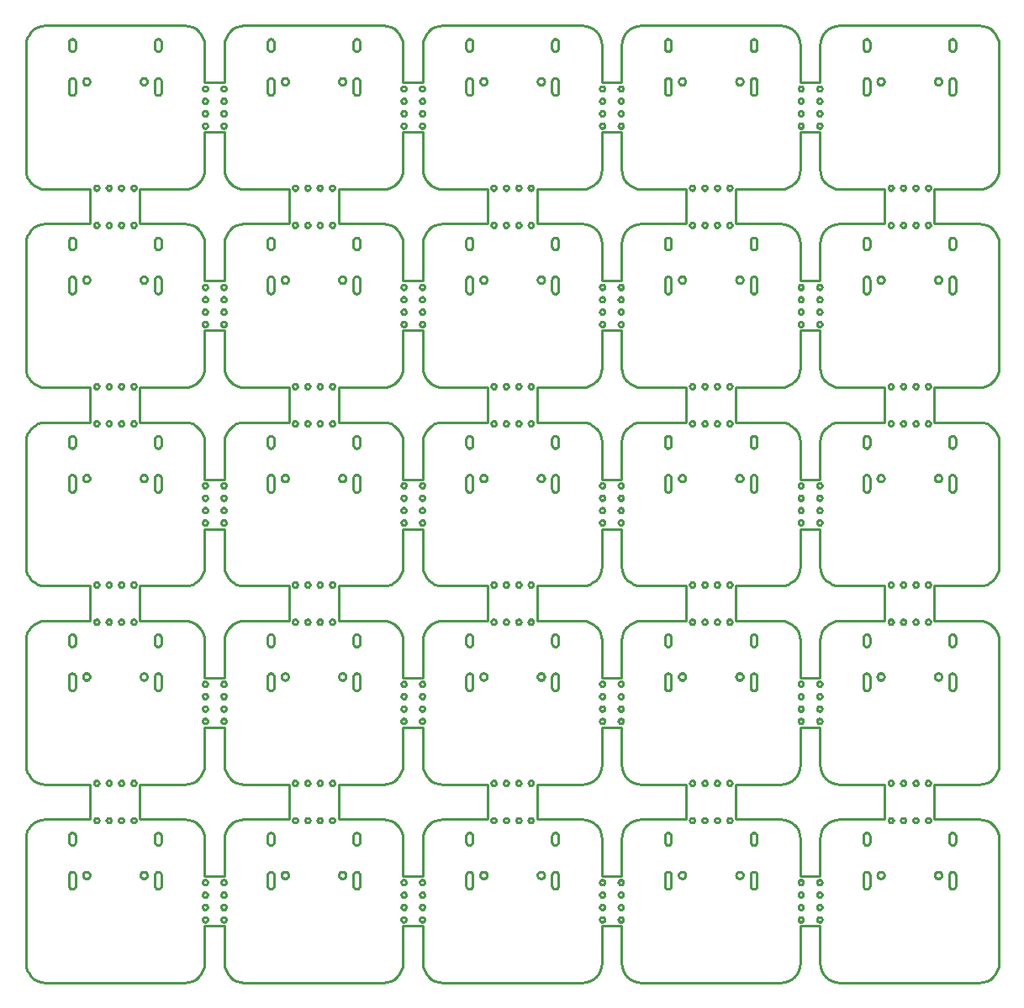
<source format=gbr>
G04 EAGLE Gerber RS-274X export*
G75*
%MOMM*%
%FSLAX34Y34*%
%LPD*%
%IN*%
%IPPOS*%
%AMOC8*
5,1,8,0,0,1.08239X$1,22.5*%
G01*
%ADD10C,0.254000*%


D10*
X22501Y525001D02*
X22909Y520983D01*
X24079Y517235D01*
X25929Y513839D01*
X28376Y510876D01*
X31339Y508429D01*
X34735Y506579D01*
X38483Y505409D01*
X42501Y505001D01*
X182500Y505001D01*
X186517Y505409D01*
X190265Y506579D01*
X193662Y508429D01*
X196625Y510877D01*
X199072Y513840D01*
X200922Y517236D01*
X202093Y520984D01*
X202501Y525001D01*
X202501Y562501D01*
X222501Y562501D01*
X222501Y525001D01*
X222909Y520983D01*
X224079Y517235D01*
X225929Y513839D01*
X228376Y510876D01*
X231339Y508429D01*
X234736Y506579D01*
X238484Y505409D01*
X242501Y505001D01*
X382499Y505001D01*
X386516Y505409D01*
X390264Y506579D01*
X393661Y508429D01*
X396624Y510876D01*
X399072Y513839D01*
X400922Y517236D01*
X402092Y520984D01*
X402500Y525001D01*
X402500Y562501D01*
X422500Y562501D01*
X422500Y525001D01*
X422908Y520983D01*
X424078Y517235D01*
X425928Y513839D01*
X428375Y510876D01*
X431338Y508429D01*
X434734Y506579D01*
X438482Y505409D01*
X442500Y505001D01*
X582499Y505001D01*
X586516Y505409D01*
X590264Y506579D01*
X593661Y508429D01*
X596624Y510876D01*
X599072Y513839D01*
X600922Y517236D01*
X602092Y520984D01*
X602500Y525001D01*
X602500Y562501D01*
X622500Y562501D01*
X622500Y525001D01*
X622908Y520983D01*
X624078Y517235D01*
X625928Y513839D01*
X628375Y510876D01*
X631338Y508429D01*
X634734Y506579D01*
X638482Y505409D01*
X642500Y505001D01*
X782499Y505001D01*
X786516Y505409D01*
X790263Y506579D01*
X793660Y508429D01*
X796623Y510876D01*
X799071Y513839D01*
X800921Y517236D01*
X802091Y520984D01*
X802499Y525001D01*
X802499Y562501D01*
X822499Y562501D01*
X822499Y525001D01*
X822907Y520983D01*
X824077Y517235D01*
X825927Y513839D01*
X828374Y510876D01*
X831337Y508429D01*
X834733Y506579D01*
X838481Y505409D01*
X842499Y505001D01*
X982498Y505001D01*
X986516Y505409D01*
X990264Y506579D01*
X993660Y508429D01*
X996624Y510876D01*
X999071Y513839D01*
X1000921Y517235D01*
X1002091Y520983D01*
X1002499Y525001D01*
X1002499Y650001D01*
X1002091Y654019D01*
X1000921Y657767D01*
X999071Y661163D01*
X996624Y664126D01*
X993660Y666573D01*
X990264Y668423D01*
X986516Y669593D01*
X982498Y670001D01*
X937499Y670001D01*
X937499Y705001D01*
X982498Y705001D01*
X986516Y705409D01*
X990264Y706579D01*
X993660Y708429D01*
X996624Y710876D01*
X999071Y713839D01*
X1000921Y717235D01*
X1002091Y720983D01*
X1002499Y725001D01*
X1002499Y850000D01*
X1002091Y854018D01*
X1000921Y857766D01*
X999071Y861162D01*
X996624Y864125D01*
X993660Y866572D01*
X990264Y868422D01*
X986516Y869592D01*
X982498Y870000D01*
X937499Y870000D01*
X937499Y905000D01*
X982498Y905000D01*
X986516Y905408D01*
X990264Y906578D01*
X993660Y908428D01*
X996624Y910875D01*
X999071Y913838D01*
X1000921Y917234D01*
X1002091Y920982D01*
X1002499Y925000D01*
X1002499Y1050000D01*
X1002091Y1054018D01*
X1000921Y1057766D01*
X999071Y1061162D01*
X996624Y1064125D01*
X993660Y1066572D01*
X990264Y1068422D01*
X986516Y1069592D01*
X982498Y1070000D01*
X937499Y1070000D01*
X937499Y1105000D01*
X982498Y1105000D01*
X986516Y1105408D01*
X990264Y1106578D01*
X993660Y1108428D01*
X996624Y1110875D01*
X999071Y1113838D01*
X1000921Y1117234D01*
X1002091Y1120982D01*
X1002499Y1125000D01*
X1002499Y1250000D01*
X1002091Y1254018D01*
X1000921Y1257766D01*
X999071Y1261162D01*
X996624Y1264124D01*
X993660Y1266571D01*
X990264Y1268421D01*
X986516Y1269591D01*
X982498Y1269999D01*
X937499Y1269999D01*
X937499Y1304999D01*
X982498Y1304999D01*
X986516Y1305407D01*
X990264Y1306577D01*
X993660Y1308427D01*
X996624Y1310874D01*
X999071Y1313837D01*
X1000921Y1317233D01*
X1002091Y1320981D01*
X1002499Y1324999D01*
X1002499Y1449999D01*
X1002091Y1454017D01*
X1000921Y1457765D01*
X999071Y1461161D01*
X996624Y1464124D01*
X993660Y1466571D01*
X990264Y1468421D01*
X986516Y1469591D01*
X982498Y1469999D01*
X842499Y1469999D01*
X838481Y1469591D01*
X834733Y1468421D01*
X831337Y1466571D01*
X828374Y1464124D01*
X825927Y1461161D01*
X824077Y1457765D01*
X822907Y1454017D01*
X822499Y1449999D01*
X822499Y1412499D01*
X802499Y1412499D01*
X802499Y1449999D01*
X802091Y1454016D01*
X800921Y1457764D01*
X799071Y1461161D01*
X796624Y1464124D01*
X793660Y1466571D01*
X790264Y1468421D01*
X786517Y1469591D01*
X782499Y1469999D01*
X642500Y1469999D01*
X638482Y1469591D01*
X634734Y1468421D01*
X631338Y1466571D01*
X628375Y1464124D01*
X625928Y1461161D01*
X624078Y1457765D01*
X622908Y1454017D01*
X622500Y1449999D01*
X622500Y1412499D01*
X602500Y1412499D01*
X602500Y1449999D01*
X602092Y1454016D01*
X600922Y1457764D01*
X599072Y1461161D01*
X596625Y1464124D01*
X593661Y1466571D01*
X590265Y1468421D01*
X586517Y1469591D01*
X582499Y1469999D01*
X442500Y1469999D01*
X438482Y1469591D01*
X434734Y1468421D01*
X431338Y1466571D01*
X428375Y1464124D01*
X425928Y1461161D01*
X424078Y1457765D01*
X422908Y1454017D01*
X422500Y1449999D01*
X422500Y1412499D01*
X402500Y1412499D01*
X402500Y1449999D01*
X402092Y1454016D01*
X400922Y1457764D01*
X399072Y1461161D01*
X396624Y1464124D01*
X393661Y1466571D01*
X390265Y1468421D01*
X386517Y1469591D01*
X382499Y1469999D01*
X242501Y1469999D01*
X238483Y1469591D01*
X234735Y1468421D01*
X231339Y1466571D01*
X228376Y1464124D01*
X225929Y1461161D01*
X224079Y1457765D01*
X222909Y1454017D01*
X222501Y1449999D01*
X222501Y1412499D01*
X202501Y1412499D01*
X202501Y1449999D01*
X202093Y1454016D01*
X200923Y1457764D01*
X199073Y1461161D01*
X196625Y1464124D01*
X193662Y1466571D01*
X190266Y1468421D01*
X186518Y1469591D01*
X182500Y1469999D01*
X42501Y1469999D01*
X38483Y1469591D01*
X34735Y1468421D01*
X31339Y1466571D01*
X28376Y1464124D01*
X25929Y1461161D01*
X24079Y1457765D01*
X22909Y1454017D01*
X22501Y1449999D01*
X22501Y1324999D01*
X22909Y1320981D01*
X24079Y1317233D01*
X25929Y1313837D01*
X28376Y1310874D01*
X31339Y1308427D01*
X34736Y1306577D01*
X38484Y1305407D01*
X42501Y1304999D01*
X87501Y1304999D01*
X87501Y1269999D01*
X42501Y1269999D01*
X38483Y1269591D01*
X34735Y1268421D01*
X31339Y1266571D01*
X28376Y1264124D01*
X25929Y1261162D01*
X24079Y1257766D01*
X22909Y1254018D01*
X22501Y1250000D01*
X22501Y1125000D01*
X22909Y1120982D01*
X24079Y1117234D01*
X25929Y1113838D01*
X28376Y1110875D01*
X31339Y1108428D01*
X34736Y1106578D01*
X38484Y1105408D01*
X42501Y1105000D01*
X87501Y1105000D01*
X87501Y1070000D01*
X42501Y1070000D01*
X38483Y1069592D01*
X34735Y1068422D01*
X31339Y1066572D01*
X28376Y1064125D01*
X25929Y1061162D01*
X24079Y1057766D01*
X22909Y1054018D01*
X22501Y1050000D01*
X22501Y925000D01*
X22909Y920982D01*
X24079Y917234D01*
X25929Y913838D01*
X28376Y910875D01*
X31339Y908428D01*
X34736Y906578D01*
X38484Y905408D01*
X42501Y905000D01*
X87501Y905000D01*
X87501Y870000D01*
X42501Y870000D01*
X38483Y869592D01*
X34735Y868422D01*
X31339Y866572D01*
X28376Y864125D01*
X25929Y861162D01*
X24079Y857766D01*
X22909Y854018D01*
X22501Y850000D01*
X22501Y725001D01*
X22909Y720983D01*
X24079Y717235D01*
X25929Y713839D01*
X28376Y710876D01*
X31339Y708429D01*
X34736Y706579D01*
X38484Y705409D01*
X42501Y705001D01*
X87501Y705001D01*
X87501Y670001D01*
X42501Y670001D01*
X38483Y669593D01*
X34735Y668423D01*
X31339Y666573D01*
X28376Y664126D01*
X25929Y661163D01*
X24079Y657767D01*
X22909Y654019D01*
X22501Y650001D01*
X22501Y525001D01*
X866050Y647000D02*
X866062Y646717D01*
X866099Y646436D01*
X866161Y646159D01*
X866246Y645888D01*
X866355Y645627D01*
X866485Y645375D01*
X866638Y645136D01*
X866810Y644911D01*
X867002Y644702D01*
X867211Y644510D01*
X867436Y644338D01*
X867675Y644185D01*
X867927Y644055D01*
X868188Y643946D01*
X868459Y643861D01*
X868736Y643799D01*
X869017Y643762D01*
X869300Y643750D01*
X869583Y643762D01*
X869864Y643799D01*
X870141Y643861D01*
X870412Y643946D01*
X870674Y644055D01*
X870925Y644185D01*
X871164Y644338D01*
X871389Y644510D01*
X871598Y644702D01*
X871790Y644911D01*
X871962Y645136D01*
X872115Y645375D01*
X872246Y645627D01*
X872354Y645888D01*
X872439Y646159D01*
X872501Y646436D01*
X872538Y646717D01*
X872550Y647000D01*
X872550Y653000D01*
X872538Y653283D01*
X872501Y653564D01*
X872439Y653841D01*
X872354Y654112D01*
X872246Y654374D01*
X872115Y654625D01*
X871962Y654864D01*
X871790Y655089D01*
X871598Y655298D01*
X871389Y655490D01*
X871164Y655662D01*
X870925Y655815D01*
X870674Y655946D01*
X870412Y656054D01*
X870141Y656139D01*
X869864Y656201D01*
X869583Y656238D01*
X869300Y656250D01*
X869017Y656238D01*
X868736Y656201D01*
X868459Y656139D01*
X868188Y656054D01*
X867927Y655946D01*
X867675Y655815D01*
X867436Y655662D01*
X867211Y655490D01*
X867002Y655298D01*
X866810Y655089D01*
X866638Y654864D01*
X866485Y654625D01*
X866355Y654374D01*
X866246Y654112D01*
X866161Y653841D01*
X866099Y653564D01*
X866062Y653283D01*
X866050Y653000D01*
X866050Y647000D01*
X952450Y647000D02*
X952462Y646717D01*
X952499Y646436D01*
X952561Y646159D01*
X952646Y645888D01*
X952755Y645627D01*
X952885Y645375D01*
X953038Y645136D01*
X953210Y644911D01*
X953402Y644702D01*
X953611Y644510D01*
X953836Y644338D01*
X954075Y644185D01*
X954327Y644055D01*
X954588Y643946D01*
X954859Y643861D01*
X955136Y643799D01*
X955417Y643762D01*
X955700Y643750D01*
X955983Y643762D01*
X956264Y643799D01*
X956541Y643861D01*
X956812Y643946D01*
X957074Y644055D01*
X957325Y644185D01*
X957564Y644338D01*
X957789Y644510D01*
X957998Y644702D01*
X958190Y644911D01*
X958362Y645136D01*
X958515Y645375D01*
X958646Y645627D01*
X958754Y645888D01*
X958839Y646159D01*
X958901Y646436D01*
X958938Y646717D01*
X958950Y647000D01*
X958950Y653000D01*
X958938Y653283D01*
X958901Y653564D01*
X958839Y653841D01*
X958754Y654112D01*
X958646Y654374D01*
X958515Y654625D01*
X958362Y654864D01*
X958190Y655089D01*
X957998Y655298D01*
X957789Y655490D01*
X957564Y655662D01*
X957325Y655815D01*
X957074Y655946D01*
X956812Y656054D01*
X956541Y656139D01*
X956264Y656201D01*
X955983Y656238D01*
X955700Y656250D01*
X955417Y656238D01*
X955136Y656201D01*
X954859Y656139D01*
X954588Y656054D01*
X954327Y655946D01*
X954075Y655815D01*
X953836Y655662D01*
X953611Y655490D01*
X953402Y655298D01*
X953210Y655089D01*
X953038Y654864D01*
X952885Y654625D01*
X952755Y654374D01*
X952646Y654112D01*
X952561Y653841D01*
X952499Y653564D01*
X952462Y653283D01*
X952450Y653000D01*
X952450Y647000D01*
X666050Y647000D02*
X666062Y646717D01*
X666099Y646436D01*
X666161Y646159D01*
X666246Y645888D01*
X666355Y645627D01*
X666485Y645375D01*
X666638Y645136D01*
X666810Y644911D01*
X667002Y644702D01*
X667211Y644510D01*
X667436Y644338D01*
X667675Y644185D01*
X667927Y644055D01*
X668188Y643946D01*
X668459Y643861D01*
X668736Y643799D01*
X669017Y643762D01*
X669300Y643750D01*
X669583Y643762D01*
X669864Y643799D01*
X670141Y643861D01*
X670412Y643946D01*
X670674Y644055D01*
X670925Y644185D01*
X671164Y644338D01*
X671389Y644510D01*
X671598Y644702D01*
X671790Y644911D01*
X671962Y645136D01*
X672115Y645375D01*
X672246Y645627D01*
X672354Y645888D01*
X672439Y646159D01*
X672501Y646436D01*
X672538Y646717D01*
X672550Y647000D01*
X672550Y653000D01*
X672538Y653283D01*
X672501Y653564D01*
X672439Y653841D01*
X672354Y654112D01*
X672246Y654374D01*
X672115Y654625D01*
X671962Y654864D01*
X671790Y655089D01*
X671598Y655298D01*
X671389Y655490D01*
X671164Y655662D01*
X670925Y655815D01*
X670674Y655946D01*
X670412Y656054D01*
X670141Y656139D01*
X669864Y656201D01*
X669583Y656238D01*
X669300Y656250D01*
X669017Y656238D01*
X668736Y656201D01*
X668459Y656139D01*
X668188Y656054D01*
X667927Y655946D01*
X667675Y655815D01*
X667436Y655662D01*
X667211Y655490D01*
X667002Y655298D01*
X666810Y655089D01*
X666638Y654864D01*
X666485Y654625D01*
X666355Y654374D01*
X666246Y654112D01*
X666161Y653841D01*
X666099Y653564D01*
X666062Y653283D01*
X666050Y653000D01*
X666050Y647000D01*
X752450Y647000D02*
X752462Y646717D01*
X752499Y646436D01*
X752561Y646159D01*
X752646Y645888D01*
X752755Y645627D01*
X752885Y645375D01*
X753038Y645136D01*
X753210Y644911D01*
X753402Y644702D01*
X753611Y644510D01*
X753836Y644338D01*
X754075Y644185D01*
X754327Y644055D01*
X754588Y643946D01*
X754859Y643861D01*
X755136Y643799D01*
X755417Y643762D01*
X755700Y643750D01*
X755983Y643762D01*
X756264Y643799D01*
X756541Y643861D01*
X756812Y643946D01*
X757074Y644055D01*
X757325Y644185D01*
X757564Y644338D01*
X757789Y644510D01*
X757998Y644702D01*
X758190Y644911D01*
X758362Y645136D01*
X758515Y645375D01*
X758646Y645627D01*
X758754Y645888D01*
X758839Y646159D01*
X758901Y646436D01*
X758938Y646717D01*
X758950Y647000D01*
X758950Y653000D01*
X758938Y653283D01*
X758901Y653564D01*
X758839Y653841D01*
X758754Y654112D01*
X758646Y654374D01*
X758515Y654625D01*
X758362Y654864D01*
X758190Y655089D01*
X757998Y655298D01*
X757789Y655490D01*
X757564Y655662D01*
X757325Y655815D01*
X757074Y655946D01*
X756812Y656054D01*
X756541Y656139D01*
X756264Y656201D01*
X755983Y656238D01*
X755700Y656250D01*
X755417Y656238D01*
X755136Y656201D01*
X754859Y656139D01*
X754588Y656054D01*
X754327Y655946D01*
X754075Y655815D01*
X753836Y655662D01*
X753611Y655490D01*
X753402Y655298D01*
X753210Y655089D01*
X753038Y654864D01*
X752885Y654625D01*
X752755Y654374D01*
X752646Y654112D01*
X752561Y653841D01*
X752499Y653564D01*
X752462Y653283D01*
X752450Y653000D01*
X752450Y647000D01*
X466050Y647000D02*
X466062Y646717D01*
X466099Y646436D01*
X466161Y646159D01*
X466246Y645888D01*
X466355Y645627D01*
X466485Y645375D01*
X466638Y645136D01*
X466810Y644911D01*
X467002Y644702D01*
X467211Y644510D01*
X467436Y644338D01*
X467675Y644185D01*
X467927Y644055D01*
X468188Y643946D01*
X468459Y643861D01*
X468736Y643799D01*
X469017Y643762D01*
X469300Y643750D01*
X469583Y643762D01*
X469864Y643799D01*
X470141Y643861D01*
X470412Y643946D01*
X470674Y644055D01*
X470925Y644185D01*
X471164Y644338D01*
X471389Y644510D01*
X471598Y644702D01*
X471790Y644911D01*
X471962Y645136D01*
X472115Y645375D01*
X472246Y645627D01*
X472354Y645888D01*
X472439Y646159D01*
X472501Y646436D01*
X472538Y646717D01*
X472550Y647000D01*
X472550Y653000D01*
X472538Y653283D01*
X472501Y653564D01*
X472439Y653841D01*
X472354Y654112D01*
X472246Y654374D01*
X472115Y654625D01*
X471962Y654864D01*
X471790Y655089D01*
X471598Y655298D01*
X471389Y655490D01*
X471164Y655662D01*
X470925Y655815D01*
X470674Y655946D01*
X470412Y656054D01*
X470141Y656139D01*
X469864Y656201D01*
X469583Y656238D01*
X469300Y656250D01*
X469017Y656238D01*
X468736Y656201D01*
X468459Y656139D01*
X468188Y656054D01*
X467927Y655946D01*
X467675Y655815D01*
X467436Y655662D01*
X467211Y655490D01*
X467002Y655298D01*
X466810Y655089D01*
X466638Y654864D01*
X466485Y654625D01*
X466355Y654374D01*
X466246Y654112D01*
X466161Y653841D01*
X466099Y653564D01*
X466062Y653283D01*
X466050Y653000D01*
X466050Y647000D01*
X552450Y647000D02*
X552462Y646717D01*
X552499Y646436D01*
X552561Y646159D01*
X552646Y645888D01*
X552755Y645627D01*
X552885Y645375D01*
X553038Y645136D01*
X553210Y644911D01*
X553402Y644702D01*
X553611Y644510D01*
X553836Y644338D01*
X554075Y644185D01*
X554327Y644055D01*
X554588Y643946D01*
X554859Y643861D01*
X555136Y643799D01*
X555417Y643762D01*
X555700Y643750D01*
X555983Y643762D01*
X556264Y643799D01*
X556541Y643861D01*
X556812Y643946D01*
X557074Y644055D01*
X557325Y644185D01*
X557564Y644338D01*
X557789Y644510D01*
X557998Y644702D01*
X558190Y644911D01*
X558362Y645136D01*
X558515Y645375D01*
X558646Y645627D01*
X558754Y645888D01*
X558839Y646159D01*
X558901Y646436D01*
X558938Y646717D01*
X558950Y647000D01*
X558950Y653000D01*
X558938Y653283D01*
X558901Y653564D01*
X558839Y653841D01*
X558754Y654112D01*
X558646Y654374D01*
X558515Y654625D01*
X558362Y654864D01*
X558190Y655089D01*
X557998Y655298D01*
X557789Y655490D01*
X557564Y655662D01*
X557325Y655815D01*
X557074Y655946D01*
X556812Y656054D01*
X556541Y656139D01*
X556264Y656201D01*
X555983Y656238D01*
X555700Y656250D01*
X555417Y656238D01*
X555136Y656201D01*
X554859Y656139D01*
X554588Y656054D01*
X554327Y655946D01*
X554075Y655815D01*
X553836Y655662D01*
X553611Y655490D01*
X553402Y655298D01*
X553210Y655089D01*
X553038Y654864D01*
X552885Y654625D01*
X552755Y654374D01*
X552646Y654112D01*
X552561Y653841D01*
X552499Y653564D01*
X552462Y653283D01*
X552450Y653000D01*
X552450Y647000D01*
X266050Y647000D02*
X266062Y646717D01*
X266099Y646436D01*
X266161Y646159D01*
X266246Y645888D01*
X266355Y645627D01*
X266485Y645375D01*
X266638Y645136D01*
X266810Y644911D01*
X267002Y644702D01*
X267211Y644510D01*
X267436Y644338D01*
X267675Y644185D01*
X267927Y644055D01*
X268188Y643946D01*
X268459Y643861D01*
X268736Y643799D01*
X269017Y643762D01*
X269300Y643750D01*
X269583Y643762D01*
X269864Y643799D01*
X270141Y643861D01*
X270412Y643946D01*
X270674Y644055D01*
X270925Y644185D01*
X271164Y644338D01*
X271389Y644510D01*
X271598Y644702D01*
X271790Y644911D01*
X271962Y645136D01*
X272115Y645375D01*
X272246Y645627D01*
X272354Y645888D01*
X272439Y646159D01*
X272501Y646436D01*
X272538Y646717D01*
X272550Y647000D01*
X272550Y653000D01*
X272538Y653283D01*
X272501Y653564D01*
X272439Y653841D01*
X272354Y654112D01*
X272246Y654374D01*
X272115Y654625D01*
X271962Y654864D01*
X271790Y655089D01*
X271598Y655298D01*
X271389Y655490D01*
X271164Y655662D01*
X270925Y655815D01*
X270674Y655946D01*
X270412Y656054D01*
X270141Y656139D01*
X269864Y656201D01*
X269583Y656238D01*
X269300Y656250D01*
X269017Y656238D01*
X268736Y656201D01*
X268459Y656139D01*
X268188Y656054D01*
X267927Y655946D01*
X267675Y655815D01*
X267436Y655662D01*
X267211Y655490D01*
X267002Y655298D01*
X266810Y655089D01*
X266638Y654864D01*
X266485Y654625D01*
X266355Y654374D01*
X266246Y654112D01*
X266161Y653841D01*
X266099Y653564D01*
X266062Y653283D01*
X266050Y653000D01*
X266050Y647000D01*
X352450Y647000D02*
X352462Y646717D01*
X352499Y646436D01*
X352561Y646159D01*
X352646Y645888D01*
X352755Y645627D01*
X352885Y645375D01*
X353038Y645136D01*
X353210Y644911D01*
X353402Y644702D01*
X353611Y644510D01*
X353836Y644338D01*
X354075Y644185D01*
X354327Y644055D01*
X354588Y643946D01*
X354859Y643861D01*
X355136Y643799D01*
X355417Y643762D01*
X355700Y643750D01*
X355983Y643762D01*
X356264Y643799D01*
X356541Y643861D01*
X356812Y643946D01*
X357074Y644055D01*
X357325Y644185D01*
X357564Y644338D01*
X357789Y644510D01*
X357998Y644702D01*
X358190Y644911D01*
X358362Y645136D01*
X358515Y645375D01*
X358646Y645627D01*
X358754Y645888D01*
X358839Y646159D01*
X358901Y646436D01*
X358938Y646717D01*
X358950Y647000D01*
X358950Y653000D01*
X358938Y653283D01*
X358901Y653564D01*
X358839Y653841D01*
X358754Y654112D01*
X358646Y654374D01*
X358515Y654625D01*
X358362Y654864D01*
X358190Y655089D01*
X357998Y655298D01*
X357789Y655490D01*
X357564Y655662D01*
X357325Y655815D01*
X357074Y655946D01*
X356812Y656054D01*
X356541Y656139D01*
X356264Y656201D01*
X355983Y656238D01*
X355700Y656250D01*
X355417Y656238D01*
X355136Y656201D01*
X354859Y656139D01*
X354588Y656054D01*
X354327Y655946D01*
X354075Y655815D01*
X353836Y655662D01*
X353611Y655490D01*
X353402Y655298D01*
X353210Y655089D01*
X353038Y654864D01*
X352885Y654625D01*
X352755Y654374D01*
X352646Y654112D01*
X352561Y653841D01*
X352499Y653564D01*
X352462Y653283D01*
X352450Y653000D01*
X352450Y647000D01*
X552450Y1447000D02*
X552462Y1446717D01*
X552499Y1446436D01*
X552561Y1446159D01*
X552646Y1445888D01*
X552755Y1445627D01*
X552885Y1445375D01*
X553038Y1445136D01*
X553210Y1444911D01*
X553402Y1444702D01*
X553611Y1444510D01*
X553836Y1444338D01*
X554075Y1444185D01*
X554327Y1444055D01*
X554588Y1443946D01*
X554859Y1443861D01*
X555136Y1443799D01*
X555417Y1443762D01*
X555700Y1443750D01*
X555983Y1443762D01*
X556264Y1443799D01*
X556541Y1443861D01*
X556812Y1443946D01*
X557074Y1444055D01*
X557325Y1444185D01*
X557564Y1444338D01*
X557789Y1444510D01*
X557998Y1444702D01*
X558190Y1444911D01*
X558362Y1445136D01*
X558515Y1445375D01*
X558646Y1445627D01*
X558754Y1445888D01*
X558839Y1446159D01*
X558901Y1446436D01*
X558938Y1446717D01*
X558950Y1447000D01*
X558950Y1453000D01*
X558938Y1453283D01*
X558901Y1453564D01*
X558839Y1453841D01*
X558754Y1454112D01*
X558646Y1454374D01*
X558515Y1454625D01*
X558362Y1454864D01*
X558190Y1455089D01*
X557998Y1455298D01*
X557789Y1455490D01*
X557564Y1455662D01*
X557325Y1455815D01*
X557074Y1455946D01*
X556812Y1456054D01*
X556541Y1456139D01*
X556264Y1456201D01*
X555983Y1456238D01*
X555700Y1456250D01*
X555417Y1456238D01*
X555136Y1456201D01*
X554859Y1456139D01*
X554588Y1456054D01*
X554327Y1455946D01*
X554075Y1455815D01*
X553836Y1455662D01*
X553611Y1455490D01*
X553402Y1455298D01*
X553210Y1455089D01*
X553038Y1454864D01*
X552885Y1454625D01*
X552755Y1454374D01*
X552646Y1454112D01*
X552561Y1453841D01*
X552499Y1453564D01*
X552462Y1453283D01*
X552450Y1453000D01*
X552450Y1447000D01*
X266050Y1447000D02*
X266062Y1446717D01*
X266099Y1446436D01*
X266161Y1446159D01*
X266246Y1445888D01*
X266355Y1445627D01*
X266485Y1445375D01*
X266638Y1445136D01*
X266810Y1444911D01*
X267002Y1444702D01*
X267211Y1444510D01*
X267436Y1444338D01*
X267675Y1444185D01*
X267927Y1444055D01*
X268188Y1443946D01*
X268459Y1443861D01*
X268736Y1443799D01*
X269017Y1443762D01*
X269300Y1443750D01*
X269583Y1443762D01*
X269864Y1443799D01*
X270141Y1443861D01*
X270412Y1443946D01*
X270674Y1444055D01*
X270925Y1444185D01*
X271164Y1444338D01*
X271389Y1444510D01*
X271598Y1444702D01*
X271790Y1444911D01*
X271962Y1445136D01*
X272115Y1445375D01*
X272246Y1445627D01*
X272354Y1445888D01*
X272439Y1446159D01*
X272501Y1446436D01*
X272538Y1446717D01*
X272550Y1447000D01*
X272550Y1453000D01*
X272538Y1453283D01*
X272501Y1453564D01*
X272439Y1453841D01*
X272354Y1454112D01*
X272246Y1454374D01*
X272115Y1454625D01*
X271962Y1454864D01*
X271790Y1455089D01*
X271598Y1455298D01*
X271389Y1455490D01*
X271164Y1455662D01*
X270925Y1455815D01*
X270674Y1455946D01*
X270412Y1456054D01*
X270141Y1456139D01*
X269864Y1456201D01*
X269583Y1456238D01*
X269300Y1456250D01*
X269017Y1456238D01*
X268736Y1456201D01*
X268459Y1456139D01*
X268188Y1456054D01*
X267927Y1455946D01*
X267675Y1455815D01*
X267436Y1455662D01*
X267211Y1455490D01*
X267002Y1455298D01*
X266810Y1455089D01*
X266638Y1454864D01*
X266485Y1454625D01*
X266355Y1454374D01*
X266246Y1454112D01*
X266161Y1453841D01*
X266099Y1453564D01*
X266062Y1453283D01*
X266050Y1453000D01*
X266050Y1447000D01*
X352450Y1447000D02*
X352462Y1446717D01*
X352499Y1446436D01*
X352561Y1446159D01*
X352646Y1445888D01*
X352755Y1445627D01*
X352885Y1445375D01*
X353038Y1445136D01*
X353210Y1444911D01*
X353402Y1444702D01*
X353611Y1444510D01*
X353836Y1444338D01*
X354075Y1444185D01*
X354327Y1444055D01*
X354588Y1443946D01*
X354859Y1443861D01*
X355136Y1443799D01*
X355417Y1443762D01*
X355700Y1443750D01*
X355983Y1443762D01*
X356264Y1443799D01*
X356541Y1443861D01*
X356812Y1443946D01*
X357074Y1444055D01*
X357325Y1444185D01*
X357564Y1444338D01*
X357789Y1444510D01*
X357998Y1444702D01*
X358190Y1444911D01*
X358362Y1445136D01*
X358515Y1445375D01*
X358646Y1445627D01*
X358754Y1445888D01*
X358839Y1446159D01*
X358901Y1446436D01*
X358938Y1446717D01*
X358950Y1447000D01*
X358950Y1453000D01*
X358938Y1453283D01*
X358901Y1453564D01*
X358839Y1453841D01*
X358754Y1454112D01*
X358646Y1454374D01*
X358515Y1454625D01*
X358362Y1454864D01*
X358190Y1455089D01*
X357998Y1455298D01*
X357789Y1455490D01*
X357564Y1455662D01*
X357325Y1455815D01*
X357074Y1455946D01*
X356812Y1456054D01*
X356541Y1456139D01*
X356264Y1456201D01*
X355983Y1456238D01*
X355700Y1456250D01*
X355417Y1456238D01*
X355136Y1456201D01*
X354859Y1456139D01*
X354588Y1456054D01*
X354327Y1455946D01*
X354075Y1455815D01*
X353836Y1455662D01*
X353611Y1455490D01*
X353402Y1455298D01*
X353210Y1455089D01*
X353038Y1454864D01*
X352885Y1454625D01*
X352755Y1454374D01*
X352646Y1454112D01*
X352561Y1453841D01*
X352499Y1453564D01*
X352462Y1453283D01*
X352450Y1453000D01*
X352450Y1447000D01*
X66050Y1447000D02*
X66062Y1446717D01*
X66099Y1446436D01*
X66161Y1446159D01*
X66246Y1445888D01*
X66355Y1445627D01*
X66485Y1445375D01*
X66638Y1445136D01*
X66810Y1444911D01*
X67002Y1444702D01*
X67211Y1444510D01*
X67436Y1444338D01*
X67675Y1444185D01*
X67927Y1444055D01*
X68188Y1443946D01*
X68459Y1443861D01*
X68736Y1443799D01*
X69017Y1443762D01*
X69300Y1443750D01*
X69583Y1443762D01*
X69864Y1443799D01*
X70141Y1443861D01*
X70412Y1443946D01*
X70674Y1444055D01*
X70925Y1444185D01*
X71164Y1444338D01*
X71389Y1444510D01*
X71598Y1444702D01*
X71790Y1444911D01*
X71962Y1445136D01*
X72115Y1445375D01*
X72246Y1445627D01*
X72354Y1445888D01*
X72439Y1446159D01*
X72501Y1446436D01*
X72538Y1446717D01*
X72550Y1447000D01*
X72550Y1453000D01*
X72538Y1453283D01*
X72501Y1453564D01*
X72439Y1453841D01*
X72354Y1454112D01*
X72246Y1454374D01*
X72115Y1454625D01*
X71962Y1454864D01*
X71790Y1455089D01*
X71598Y1455298D01*
X71389Y1455490D01*
X71164Y1455662D01*
X70925Y1455815D01*
X70674Y1455946D01*
X70412Y1456054D01*
X70141Y1456139D01*
X69864Y1456201D01*
X69583Y1456238D01*
X69300Y1456250D01*
X69017Y1456238D01*
X68736Y1456201D01*
X68459Y1456139D01*
X68188Y1456054D01*
X67927Y1455946D01*
X67675Y1455815D01*
X67436Y1455662D01*
X67211Y1455490D01*
X67002Y1455298D01*
X66810Y1455089D01*
X66638Y1454864D01*
X66485Y1454625D01*
X66355Y1454374D01*
X66246Y1454112D01*
X66161Y1453841D01*
X66099Y1453564D01*
X66062Y1453283D01*
X66050Y1453000D01*
X66050Y1447000D01*
X152450Y1447000D02*
X152462Y1446717D01*
X152499Y1446436D01*
X152561Y1446159D01*
X152646Y1445888D01*
X152755Y1445627D01*
X152885Y1445375D01*
X153038Y1445136D01*
X153210Y1444911D01*
X153402Y1444702D01*
X153611Y1444510D01*
X153836Y1444338D01*
X154075Y1444185D01*
X154327Y1444055D01*
X154588Y1443946D01*
X154859Y1443861D01*
X155136Y1443799D01*
X155417Y1443762D01*
X155700Y1443750D01*
X155983Y1443762D01*
X156264Y1443799D01*
X156541Y1443861D01*
X156812Y1443946D01*
X157074Y1444055D01*
X157325Y1444185D01*
X157564Y1444338D01*
X157789Y1444510D01*
X157998Y1444702D01*
X158190Y1444911D01*
X158362Y1445136D01*
X158515Y1445375D01*
X158646Y1445627D01*
X158754Y1445888D01*
X158839Y1446159D01*
X158901Y1446436D01*
X158938Y1446717D01*
X158950Y1447000D01*
X158950Y1453000D01*
X158938Y1453283D01*
X158901Y1453564D01*
X158839Y1453841D01*
X158754Y1454112D01*
X158646Y1454374D01*
X158515Y1454625D01*
X158362Y1454864D01*
X158190Y1455089D01*
X157998Y1455298D01*
X157789Y1455490D01*
X157564Y1455662D01*
X157325Y1455815D01*
X157074Y1455946D01*
X156812Y1456054D01*
X156541Y1456139D01*
X156264Y1456201D01*
X155983Y1456238D01*
X155700Y1456250D01*
X155417Y1456238D01*
X155136Y1456201D01*
X154859Y1456139D01*
X154588Y1456054D01*
X154327Y1455946D01*
X154075Y1455815D01*
X153836Y1455662D01*
X153611Y1455490D01*
X153402Y1455298D01*
X153210Y1455089D01*
X153038Y1454864D01*
X152885Y1454625D01*
X152755Y1454374D01*
X152646Y1454112D01*
X152561Y1453841D01*
X152499Y1453564D01*
X152462Y1453283D01*
X152450Y1453000D01*
X152450Y1447000D01*
X466050Y1447000D02*
X466062Y1446717D01*
X466099Y1446436D01*
X466161Y1446159D01*
X466246Y1445888D01*
X466355Y1445627D01*
X466485Y1445375D01*
X466638Y1445136D01*
X466810Y1444911D01*
X467002Y1444702D01*
X467211Y1444510D01*
X467436Y1444338D01*
X467675Y1444185D01*
X467927Y1444055D01*
X468188Y1443946D01*
X468459Y1443861D01*
X468736Y1443799D01*
X469017Y1443762D01*
X469300Y1443750D01*
X469583Y1443762D01*
X469864Y1443799D01*
X470141Y1443861D01*
X470412Y1443946D01*
X470674Y1444055D01*
X470925Y1444185D01*
X471164Y1444338D01*
X471389Y1444510D01*
X471598Y1444702D01*
X471790Y1444911D01*
X471962Y1445136D01*
X472115Y1445375D01*
X472246Y1445627D01*
X472354Y1445888D01*
X472439Y1446159D01*
X472501Y1446436D01*
X472538Y1446717D01*
X472550Y1447000D01*
X472550Y1453000D01*
X472538Y1453283D01*
X472501Y1453564D01*
X472439Y1453841D01*
X472354Y1454112D01*
X472246Y1454374D01*
X472115Y1454625D01*
X471962Y1454864D01*
X471790Y1455089D01*
X471598Y1455298D01*
X471389Y1455490D01*
X471164Y1455662D01*
X470925Y1455815D01*
X470674Y1455946D01*
X470412Y1456054D01*
X470141Y1456139D01*
X469864Y1456201D01*
X469583Y1456238D01*
X469300Y1456250D01*
X469017Y1456238D01*
X468736Y1456201D01*
X468459Y1456139D01*
X468188Y1456054D01*
X467927Y1455946D01*
X467675Y1455815D01*
X467436Y1455662D01*
X467211Y1455490D01*
X467002Y1455298D01*
X466810Y1455089D01*
X466638Y1454864D01*
X466485Y1454625D01*
X466355Y1454374D01*
X466246Y1454112D01*
X466161Y1453841D01*
X466099Y1453564D01*
X466062Y1453283D01*
X466050Y1453000D01*
X466050Y1447000D01*
X752450Y1447000D02*
X752462Y1446717D01*
X752499Y1446436D01*
X752561Y1446159D01*
X752646Y1445888D01*
X752755Y1445627D01*
X752885Y1445375D01*
X753038Y1445136D01*
X753210Y1444911D01*
X753402Y1444702D01*
X753611Y1444510D01*
X753836Y1444338D01*
X754075Y1444185D01*
X754327Y1444055D01*
X754588Y1443946D01*
X754859Y1443861D01*
X755136Y1443799D01*
X755417Y1443762D01*
X755700Y1443750D01*
X755983Y1443762D01*
X756264Y1443799D01*
X756541Y1443861D01*
X756812Y1443946D01*
X757074Y1444055D01*
X757325Y1444185D01*
X757564Y1444338D01*
X757789Y1444510D01*
X757998Y1444702D01*
X758190Y1444911D01*
X758362Y1445136D01*
X758515Y1445375D01*
X758646Y1445627D01*
X758754Y1445888D01*
X758839Y1446159D01*
X758901Y1446436D01*
X758938Y1446717D01*
X758950Y1447000D01*
X758950Y1453000D01*
X758938Y1453283D01*
X758901Y1453564D01*
X758839Y1453841D01*
X758754Y1454112D01*
X758646Y1454374D01*
X758515Y1454625D01*
X758362Y1454864D01*
X758190Y1455089D01*
X757998Y1455298D01*
X757789Y1455490D01*
X757564Y1455662D01*
X757325Y1455815D01*
X757074Y1455946D01*
X756812Y1456054D01*
X756541Y1456139D01*
X756264Y1456201D01*
X755983Y1456238D01*
X755700Y1456250D01*
X755417Y1456238D01*
X755136Y1456201D01*
X754859Y1456139D01*
X754588Y1456054D01*
X754327Y1455946D01*
X754075Y1455815D01*
X753836Y1455662D01*
X753611Y1455490D01*
X753402Y1455298D01*
X753210Y1455089D01*
X753038Y1454864D01*
X752885Y1454625D01*
X752755Y1454374D01*
X752646Y1454112D01*
X752561Y1453841D01*
X752499Y1453564D01*
X752462Y1453283D01*
X752450Y1453000D01*
X752450Y1447000D01*
X666050Y1447000D02*
X666062Y1446717D01*
X666099Y1446436D01*
X666161Y1446159D01*
X666246Y1445888D01*
X666355Y1445627D01*
X666485Y1445375D01*
X666638Y1445136D01*
X666810Y1444911D01*
X667002Y1444702D01*
X667211Y1444510D01*
X667436Y1444338D01*
X667675Y1444185D01*
X667927Y1444055D01*
X668188Y1443946D01*
X668459Y1443861D01*
X668736Y1443799D01*
X669017Y1443762D01*
X669300Y1443750D01*
X669583Y1443762D01*
X669864Y1443799D01*
X670141Y1443861D01*
X670412Y1443946D01*
X670674Y1444055D01*
X670925Y1444185D01*
X671164Y1444338D01*
X671389Y1444510D01*
X671598Y1444702D01*
X671790Y1444911D01*
X671962Y1445136D01*
X672115Y1445375D01*
X672246Y1445627D01*
X672354Y1445888D01*
X672439Y1446159D01*
X672501Y1446436D01*
X672538Y1446717D01*
X672550Y1447000D01*
X672550Y1453000D01*
X672538Y1453283D01*
X672501Y1453564D01*
X672439Y1453841D01*
X672354Y1454112D01*
X672246Y1454374D01*
X672115Y1454625D01*
X671962Y1454864D01*
X671790Y1455089D01*
X671598Y1455298D01*
X671389Y1455490D01*
X671164Y1455662D01*
X670925Y1455815D01*
X670674Y1455946D01*
X670412Y1456054D01*
X670141Y1456139D01*
X669864Y1456201D01*
X669583Y1456238D01*
X669300Y1456250D01*
X669017Y1456238D01*
X668736Y1456201D01*
X668459Y1456139D01*
X668188Y1456054D01*
X667927Y1455946D01*
X667675Y1455815D01*
X667436Y1455662D01*
X667211Y1455490D01*
X667002Y1455298D01*
X666810Y1455089D01*
X666638Y1454864D01*
X666485Y1454625D01*
X666355Y1454374D01*
X666246Y1454112D01*
X666161Y1453841D01*
X666099Y1453564D01*
X666062Y1453283D01*
X666050Y1453000D01*
X666050Y1447000D01*
X952450Y1447000D02*
X952462Y1446717D01*
X952499Y1446436D01*
X952561Y1446159D01*
X952646Y1445888D01*
X952755Y1445627D01*
X952885Y1445375D01*
X953038Y1445136D01*
X953210Y1444911D01*
X953402Y1444702D01*
X953611Y1444510D01*
X953836Y1444338D01*
X954075Y1444185D01*
X954327Y1444055D01*
X954588Y1443946D01*
X954859Y1443861D01*
X955136Y1443799D01*
X955417Y1443762D01*
X955700Y1443750D01*
X955983Y1443762D01*
X956264Y1443799D01*
X956541Y1443861D01*
X956812Y1443946D01*
X957074Y1444055D01*
X957325Y1444185D01*
X957564Y1444338D01*
X957789Y1444510D01*
X957998Y1444702D01*
X958190Y1444911D01*
X958362Y1445136D01*
X958515Y1445375D01*
X958646Y1445627D01*
X958754Y1445888D01*
X958839Y1446159D01*
X958901Y1446436D01*
X958938Y1446717D01*
X958950Y1447000D01*
X958950Y1453000D01*
X958938Y1453283D01*
X958901Y1453564D01*
X958839Y1453841D01*
X958754Y1454112D01*
X958646Y1454374D01*
X958515Y1454625D01*
X958362Y1454864D01*
X958190Y1455089D01*
X957998Y1455298D01*
X957789Y1455490D01*
X957564Y1455662D01*
X957325Y1455815D01*
X957074Y1455946D01*
X956812Y1456054D01*
X956541Y1456139D01*
X956264Y1456201D01*
X955983Y1456238D01*
X955700Y1456250D01*
X955417Y1456238D01*
X955136Y1456201D01*
X954859Y1456139D01*
X954588Y1456054D01*
X954327Y1455946D01*
X954075Y1455815D01*
X953836Y1455662D01*
X953611Y1455490D01*
X953402Y1455298D01*
X953210Y1455089D01*
X953038Y1454864D01*
X952885Y1454625D01*
X952755Y1454374D01*
X952646Y1454112D01*
X952561Y1453841D01*
X952499Y1453564D01*
X952462Y1453283D01*
X952450Y1453000D01*
X952450Y1447000D01*
X866050Y1447000D02*
X866062Y1446717D01*
X866099Y1446436D01*
X866161Y1446159D01*
X866246Y1445888D01*
X866355Y1445627D01*
X866485Y1445375D01*
X866638Y1445136D01*
X866810Y1444911D01*
X867002Y1444702D01*
X867211Y1444510D01*
X867436Y1444338D01*
X867675Y1444185D01*
X867927Y1444055D01*
X868188Y1443946D01*
X868459Y1443861D01*
X868736Y1443799D01*
X869017Y1443762D01*
X869300Y1443750D01*
X869583Y1443762D01*
X869864Y1443799D01*
X870141Y1443861D01*
X870412Y1443946D01*
X870674Y1444055D01*
X870925Y1444185D01*
X871164Y1444338D01*
X871389Y1444510D01*
X871598Y1444702D01*
X871790Y1444911D01*
X871962Y1445136D01*
X872115Y1445375D01*
X872246Y1445627D01*
X872354Y1445888D01*
X872439Y1446159D01*
X872501Y1446436D01*
X872538Y1446717D01*
X872550Y1447000D01*
X872550Y1453000D01*
X872538Y1453283D01*
X872501Y1453564D01*
X872439Y1453841D01*
X872354Y1454112D01*
X872246Y1454374D01*
X872115Y1454625D01*
X871962Y1454864D01*
X871790Y1455089D01*
X871598Y1455298D01*
X871389Y1455490D01*
X871164Y1455662D01*
X870925Y1455815D01*
X870674Y1455946D01*
X870412Y1456054D01*
X870141Y1456139D01*
X869864Y1456201D01*
X869583Y1456238D01*
X869300Y1456250D01*
X869017Y1456238D01*
X868736Y1456201D01*
X868459Y1456139D01*
X868188Y1456054D01*
X867927Y1455946D01*
X867675Y1455815D01*
X867436Y1455662D01*
X867211Y1455490D01*
X867002Y1455298D01*
X866810Y1455089D01*
X866638Y1454864D01*
X866485Y1454625D01*
X866355Y1454374D01*
X866246Y1454112D01*
X866161Y1453841D01*
X866099Y1453564D01*
X866062Y1453283D01*
X866050Y1453000D01*
X866050Y1447000D01*
X152450Y1247000D02*
X152462Y1246717D01*
X152499Y1246436D01*
X152561Y1246159D01*
X152646Y1245888D01*
X152755Y1245627D01*
X152885Y1245375D01*
X153038Y1245136D01*
X153210Y1244911D01*
X153402Y1244702D01*
X153611Y1244510D01*
X153836Y1244338D01*
X154075Y1244185D01*
X154327Y1244055D01*
X154588Y1243946D01*
X154859Y1243861D01*
X155136Y1243799D01*
X155417Y1243762D01*
X155700Y1243750D01*
X155983Y1243762D01*
X156264Y1243799D01*
X156541Y1243861D01*
X156812Y1243946D01*
X157074Y1244055D01*
X157325Y1244185D01*
X157564Y1244338D01*
X157789Y1244510D01*
X157998Y1244702D01*
X158190Y1244911D01*
X158362Y1245136D01*
X158515Y1245375D01*
X158646Y1245627D01*
X158754Y1245888D01*
X158839Y1246159D01*
X158901Y1246436D01*
X158938Y1246717D01*
X158950Y1247000D01*
X158950Y1253000D01*
X158938Y1253283D01*
X158901Y1253564D01*
X158839Y1253841D01*
X158754Y1254112D01*
X158646Y1254374D01*
X158515Y1254625D01*
X158362Y1254864D01*
X158190Y1255089D01*
X157998Y1255298D01*
X157789Y1255490D01*
X157564Y1255662D01*
X157325Y1255815D01*
X157074Y1255946D01*
X156812Y1256054D01*
X156541Y1256139D01*
X156264Y1256201D01*
X155983Y1256238D01*
X155700Y1256250D01*
X155417Y1256238D01*
X155136Y1256201D01*
X154859Y1256139D01*
X154588Y1256054D01*
X154327Y1255946D01*
X154075Y1255815D01*
X153836Y1255662D01*
X153611Y1255490D01*
X153402Y1255298D01*
X153210Y1255089D01*
X153038Y1254864D01*
X152885Y1254625D01*
X152755Y1254374D01*
X152646Y1254112D01*
X152561Y1253841D01*
X152499Y1253564D01*
X152462Y1253283D01*
X152450Y1253000D01*
X152450Y1247000D01*
X66050Y1247000D02*
X66062Y1246717D01*
X66099Y1246436D01*
X66161Y1246159D01*
X66246Y1245888D01*
X66355Y1245627D01*
X66485Y1245375D01*
X66638Y1245136D01*
X66810Y1244911D01*
X67002Y1244702D01*
X67211Y1244510D01*
X67436Y1244338D01*
X67675Y1244185D01*
X67927Y1244055D01*
X68188Y1243946D01*
X68459Y1243861D01*
X68736Y1243799D01*
X69017Y1243762D01*
X69300Y1243750D01*
X69583Y1243762D01*
X69864Y1243799D01*
X70141Y1243861D01*
X70412Y1243946D01*
X70674Y1244055D01*
X70925Y1244185D01*
X71164Y1244338D01*
X71389Y1244510D01*
X71598Y1244702D01*
X71790Y1244911D01*
X71962Y1245136D01*
X72115Y1245375D01*
X72246Y1245627D01*
X72354Y1245888D01*
X72439Y1246159D01*
X72501Y1246436D01*
X72538Y1246717D01*
X72550Y1247000D01*
X72550Y1253000D01*
X72538Y1253283D01*
X72501Y1253564D01*
X72439Y1253841D01*
X72354Y1254112D01*
X72246Y1254374D01*
X72115Y1254625D01*
X71962Y1254864D01*
X71790Y1255089D01*
X71598Y1255298D01*
X71389Y1255490D01*
X71164Y1255662D01*
X70925Y1255815D01*
X70674Y1255946D01*
X70412Y1256054D01*
X70141Y1256139D01*
X69864Y1256201D01*
X69583Y1256238D01*
X69300Y1256250D01*
X69017Y1256238D01*
X68736Y1256201D01*
X68459Y1256139D01*
X68188Y1256054D01*
X67927Y1255946D01*
X67675Y1255815D01*
X67436Y1255662D01*
X67211Y1255490D01*
X67002Y1255298D01*
X66810Y1255089D01*
X66638Y1254864D01*
X66485Y1254625D01*
X66355Y1254374D01*
X66246Y1254112D01*
X66161Y1253841D01*
X66099Y1253564D01*
X66062Y1253283D01*
X66050Y1253000D01*
X66050Y1247000D01*
X352450Y1247000D02*
X352462Y1246717D01*
X352499Y1246436D01*
X352561Y1246159D01*
X352646Y1245888D01*
X352755Y1245627D01*
X352885Y1245375D01*
X353038Y1245136D01*
X353210Y1244911D01*
X353402Y1244702D01*
X353611Y1244510D01*
X353836Y1244338D01*
X354075Y1244185D01*
X354327Y1244055D01*
X354588Y1243946D01*
X354859Y1243861D01*
X355136Y1243799D01*
X355417Y1243762D01*
X355700Y1243750D01*
X355983Y1243762D01*
X356264Y1243799D01*
X356541Y1243861D01*
X356812Y1243946D01*
X357074Y1244055D01*
X357325Y1244185D01*
X357564Y1244338D01*
X357789Y1244510D01*
X357998Y1244702D01*
X358190Y1244911D01*
X358362Y1245136D01*
X358515Y1245375D01*
X358646Y1245627D01*
X358754Y1245888D01*
X358839Y1246159D01*
X358901Y1246436D01*
X358938Y1246717D01*
X358950Y1247000D01*
X358950Y1253000D01*
X358938Y1253283D01*
X358901Y1253564D01*
X358839Y1253841D01*
X358754Y1254112D01*
X358646Y1254374D01*
X358515Y1254625D01*
X358362Y1254864D01*
X358190Y1255089D01*
X357998Y1255298D01*
X357789Y1255490D01*
X357564Y1255662D01*
X357325Y1255815D01*
X357074Y1255946D01*
X356812Y1256054D01*
X356541Y1256139D01*
X356264Y1256201D01*
X355983Y1256238D01*
X355700Y1256250D01*
X355417Y1256238D01*
X355136Y1256201D01*
X354859Y1256139D01*
X354588Y1256054D01*
X354327Y1255946D01*
X354075Y1255815D01*
X353836Y1255662D01*
X353611Y1255490D01*
X353402Y1255298D01*
X353210Y1255089D01*
X353038Y1254864D01*
X352885Y1254625D01*
X352755Y1254374D01*
X352646Y1254112D01*
X352561Y1253841D01*
X352499Y1253564D01*
X352462Y1253283D01*
X352450Y1253000D01*
X352450Y1247000D01*
X266050Y1247000D02*
X266062Y1246717D01*
X266099Y1246436D01*
X266161Y1246159D01*
X266246Y1245888D01*
X266355Y1245627D01*
X266485Y1245375D01*
X266638Y1245136D01*
X266810Y1244911D01*
X267002Y1244702D01*
X267211Y1244510D01*
X267436Y1244338D01*
X267675Y1244185D01*
X267927Y1244055D01*
X268188Y1243946D01*
X268459Y1243861D01*
X268736Y1243799D01*
X269017Y1243762D01*
X269300Y1243750D01*
X269583Y1243762D01*
X269864Y1243799D01*
X270141Y1243861D01*
X270412Y1243946D01*
X270674Y1244055D01*
X270925Y1244185D01*
X271164Y1244338D01*
X271389Y1244510D01*
X271598Y1244702D01*
X271790Y1244911D01*
X271962Y1245136D01*
X272115Y1245375D01*
X272246Y1245627D01*
X272354Y1245888D01*
X272439Y1246159D01*
X272501Y1246436D01*
X272538Y1246717D01*
X272550Y1247000D01*
X272550Y1253000D01*
X272538Y1253283D01*
X272501Y1253564D01*
X272439Y1253841D01*
X272354Y1254112D01*
X272246Y1254374D01*
X272115Y1254625D01*
X271962Y1254864D01*
X271790Y1255089D01*
X271598Y1255298D01*
X271389Y1255490D01*
X271164Y1255662D01*
X270925Y1255815D01*
X270674Y1255946D01*
X270412Y1256054D01*
X270141Y1256139D01*
X269864Y1256201D01*
X269583Y1256238D01*
X269300Y1256250D01*
X269017Y1256238D01*
X268736Y1256201D01*
X268459Y1256139D01*
X268188Y1256054D01*
X267927Y1255946D01*
X267675Y1255815D01*
X267436Y1255662D01*
X267211Y1255490D01*
X267002Y1255298D01*
X266810Y1255089D01*
X266638Y1254864D01*
X266485Y1254625D01*
X266355Y1254374D01*
X266246Y1254112D01*
X266161Y1253841D01*
X266099Y1253564D01*
X266062Y1253283D01*
X266050Y1253000D01*
X266050Y1247000D01*
X552450Y1247000D02*
X552462Y1246717D01*
X552499Y1246436D01*
X552561Y1246159D01*
X552646Y1245888D01*
X552755Y1245627D01*
X552885Y1245375D01*
X553038Y1245136D01*
X553210Y1244911D01*
X553402Y1244702D01*
X553611Y1244510D01*
X553836Y1244338D01*
X554075Y1244185D01*
X554327Y1244055D01*
X554588Y1243946D01*
X554859Y1243861D01*
X555136Y1243799D01*
X555417Y1243762D01*
X555700Y1243750D01*
X555983Y1243762D01*
X556264Y1243799D01*
X556541Y1243861D01*
X556812Y1243946D01*
X557074Y1244055D01*
X557325Y1244185D01*
X557564Y1244338D01*
X557789Y1244510D01*
X557998Y1244702D01*
X558190Y1244911D01*
X558362Y1245136D01*
X558515Y1245375D01*
X558646Y1245627D01*
X558754Y1245888D01*
X558839Y1246159D01*
X558901Y1246436D01*
X558938Y1246717D01*
X558950Y1247000D01*
X558950Y1253000D01*
X558938Y1253283D01*
X558901Y1253564D01*
X558839Y1253841D01*
X558754Y1254112D01*
X558646Y1254374D01*
X558515Y1254625D01*
X558362Y1254864D01*
X558190Y1255089D01*
X557998Y1255298D01*
X557789Y1255490D01*
X557564Y1255662D01*
X557325Y1255815D01*
X557074Y1255946D01*
X556812Y1256054D01*
X556541Y1256139D01*
X556264Y1256201D01*
X555983Y1256238D01*
X555700Y1256250D01*
X555417Y1256238D01*
X555136Y1256201D01*
X554859Y1256139D01*
X554588Y1256054D01*
X554327Y1255946D01*
X554075Y1255815D01*
X553836Y1255662D01*
X553611Y1255490D01*
X553402Y1255298D01*
X553210Y1255089D01*
X553038Y1254864D01*
X552885Y1254625D01*
X552755Y1254374D01*
X552646Y1254112D01*
X552561Y1253841D01*
X552499Y1253564D01*
X552462Y1253283D01*
X552450Y1253000D01*
X552450Y1247000D01*
X466050Y1247000D02*
X466062Y1246717D01*
X466099Y1246436D01*
X466161Y1246159D01*
X466246Y1245888D01*
X466355Y1245627D01*
X466485Y1245375D01*
X466638Y1245136D01*
X466810Y1244911D01*
X467002Y1244702D01*
X467211Y1244510D01*
X467436Y1244338D01*
X467675Y1244185D01*
X467927Y1244055D01*
X468188Y1243946D01*
X468459Y1243861D01*
X468736Y1243799D01*
X469017Y1243762D01*
X469300Y1243750D01*
X469583Y1243762D01*
X469864Y1243799D01*
X470141Y1243861D01*
X470412Y1243946D01*
X470674Y1244055D01*
X470925Y1244185D01*
X471164Y1244338D01*
X471389Y1244510D01*
X471598Y1244702D01*
X471790Y1244911D01*
X471962Y1245136D01*
X472115Y1245375D01*
X472246Y1245627D01*
X472354Y1245888D01*
X472439Y1246159D01*
X472501Y1246436D01*
X472538Y1246717D01*
X472550Y1247000D01*
X472550Y1253000D01*
X472538Y1253283D01*
X472501Y1253564D01*
X472439Y1253841D01*
X472354Y1254112D01*
X472246Y1254374D01*
X472115Y1254625D01*
X471962Y1254864D01*
X471790Y1255089D01*
X471598Y1255298D01*
X471389Y1255490D01*
X471164Y1255662D01*
X470925Y1255815D01*
X470674Y1255946D01*
X470412Y1256054D01*
X470141Y1256139D01*
X469864Y1256201D01*
X469583Y1256238D01*
X469300Y1256250D01*
X469017Y1256238D01*
X468736Y1256201D01*
X468459Y1256139D01*
X468188Y1256054D01*
X467927Y1255946D01*
X467675Y1255815D01*
X467436Y1255662D01*
X467211Y1255490D01*
X467002Y1255298D01*
X466810Y1255089D01*
X466638Y1254864D01*
X466485Y1254625D01*
X466355Y1254374D01*
X466246Y1254112D01*
X466161Y1253841D01*
X466099Y1253564D01*
X466062Y1253283D01*
X466050Y1253000D01*
X466050Y1247000D01*
X752450Y1247000D02*
X752462Y1246717D01*
X752499Y1246436D01*
X752561Y1246159D01*
X752646Y1245888D01*
X752755Y1245627D01*
X752885Y1245375D01*
X753038Y1245136D01*
X753210Y1244911D01*
X753402Y1244702D01*
X753611Y1244510D01*
X753836Y1244338D01*
X754075Y1244185D01*
X754327Y1244055D01*
X754588Y1243946D01*
X754859Y1243861D01*
X755136Y1243799D01*
X755417Y1243762D01*
X755700Y1243750D01*
X755983Y1243762D01*
X756264Y1243799D01*
X756541Y1243861D01*
X756812Y1243946D01*
X757074Y1244055D01*
X757325Y1244185D01*
X757564Y1244338D01*
X757789Y1244510D01*
X757998Y1244702D01*
X758190Y1244911D01*
X758362Y1245136D01*
X758515Y1245375D01*
X758646Y1245627D01*
X758754Y1245888D01*
X758839Y1246159D01*
X758901Y1246436D01*
X758938Y1246717D01*
X758950Y1247000D01*
X758950Y1253000D01*
X758938Y1253283D01*
X758901Y1253564D01*
X758839Y1253841D01*
X758754Y1254112D01*
X758646Y1254374D01*
X758515Y1254625D01*
X758362Y1254864D01*
X758190Y1255089D01*
X757998Y1255298D01*
X757789Y1255490D01*
X757564Y1255662D01*
X757325Y1255815D01*
X757074Y1255946D01*
X756812Y1256054D01*
X756541Y1256139D01*
X756264Y1256201D01*
X755983Y1256238D01*
X755700Y1256250D01*
X755417Y1256238D01*
X755136Y1256201D01*
X754859Y1256139D01*
X754588Y1256054D01*
X754327Y1255946D01*
X754075Y1255815D01*
X753836Y1255662D01*
X753611Y1255490D01*
X753402Y1255298D01*
X753210Y1255089D01*
X753038Y1254864D01*
X752885Y1254625D01*
X752755Y1254374D01*
X752646Y1254112D01*
X752561Y1253841D01*
X752499Y1253564D01*
X752462Y1253283D01*
X752450Y1253000D01*
X752450Y1247000D01*
X666050Y1247000D02*
X666062Y1246717D01*
X666099Y1246436D01*
X666161Y1246159D01*
X666246Y1245888D01*
X666355Y1245627D01*
X666485Y1245375D01*
X666638Y1245136D01*
X666810Y1244911D01*
X667002Y1244702D01*
X667211Y1244510D01*
X667436Y1244338D01*
X667675Y1244185D01*
X667927Y1244055D01*
X668188Y1243946D01*
X668459Y1243861D01*
X668736Y1243799D01*
X669017Y1243762D01*
X669300Y1243750D01*
X669583Y1243762D01*
X669864Y1243799D01*
X670141Y1243861D01*
X670412Y1243946D01*
X670674Y1244055D01*
X670925Y1244185D01*
X671164Y1244338D01*
X671389Y1244510D01*
X671598Y1244702D01*
X671790Y1244911D01*
X671962Y1245136D01*
X672115Y1245375D01*
X672246Y1245627D01*
X672354Y1245888D01*
X672439Y1246159D01*
X672501Y1246436D01*
X672538Y1246717D01*
X672550Y1247000D01*
X672550Y1253000D01*
X672538Y1253283D01*
X672501Y1253564D01*
X672439Y1253841D01*
X672354Y1254112D01*
X672246Y1254374D01*
X672115Y1254625D01*
X671962Y1254864D01*
X671790Y1255089D01*
X671598Y1255298D01*
X671389Y1255490D01*
X671164Y1255662D01*
X670925Y1255815D01*
X670674Y1255946D01*
X670412Y1256054D01*
X670141Y1256139D01*
X669864Y1256201D01*
X669583Y1256238D01*
X669300Y1256250D01*
X669017Y1256238D01*
X668736Y1256201D01*
X668459Y1256139D01*
X668188Y1256054D01*
X667927Y1255946D01*
X667675Y1255815D01*
X667436Y1255662D01*
X667211Y1255490D01*
X667002Y1255298D01*
X666810Y1255089D01*
X666638Y1254864D01*
X666485Y1254625D01*
X666355Y1254374D01*
X666246Y1254112D01*
X666161Y1253841D01*
X666099Y1253564D01*
X666062Y1253283D01*
X666050Y1253000D01*
X666050Y1247000D01*
X952450Y1247000D02*
X952462Y1246717D01*
X952499Y1246436D01*
X952561Y1246159D01*
X952646Y1245888D01*
X952755Y1245627D01*
X952885Y1245375D01*
X953038Y1245136D01*
X953210Y1244911D01*
X953402Y1244702D01*
X953611Y1244510D01*
X953836Y1244338D01*
X954075Y1244185D01*
X954327Y1244055D01*
X954588Y1243946D01*
X954859Y1243861D01*
X955136Y1243799D01*
X955417Y1243762D01*
X955700Y1243750D01*
X955983Y1243762D01*
X956264Y1243799D01*
X956541Y1243861D01*
X956812Y1243946D01*
X957074Y1244055D01*
X957325Y1244185D01*
X957564Y1244338D01*
X957789Y1244510D01*
X957998Y1244702D01*
X958190Y1244911D01*
X958362Y1245136D01*
X958515Y1245375D01*
X958646Y1245627D01*
X958754Y1245888D01*
X958839Y1246159D01*
X958901Y1246436D01*
X958938Y1246717D01*
X958950Y1247000D01*
X958950Y1253000D01*
X958938Y1253283D01*
X958901Y1253564D01*
X958839Y1253841D01*
X958754Y1254112D01*
X958646Y1254374D01*
X958515Y1254625D01*
X958362Y1254864D01*
X958190Y1255089D01*
X957998Y1255298D01*
X957789Y1255490D01*
X957564Y1255662D01*
X957325Y1255815D01*
X957074Y1255946D01*
X956812Y1256054D01*
X956541Y1256139D01*
X956264Y1256201D01*
X955983Y1256238D01*
X955700Y1256250D01*
X955417Y1256238D01*
X955136Y1256201D01*
X954859Y1256139D01*
X954588Y1256054D01*
X954327Y1255946D01*
X954075Y1255815D01*
X953836Y1255662D01*
X953611Y1255490D01*
X953402Y1255298D01*
X953210Y1255089D01*
X953038Y1254864D01*
X952885Y1254625D01*
X952755Y1254374D01*
X952646Y1254112D01*
X952561Y1253841D01*
X952499Y1253564D01*
X952462Y1253283D01*
X952450Y1253000D01*
X952450Y1247000D01*
X866050Y1247000D02*
X866062Y1246717D01*
X866099Y1246436D01*
X866161Y1246159D01*
X866246Y1245888D01*
X866355Y1245627D01*
X866485Y1245375D01*
X866638Y1245136D01*
X866810Y1244911D01*
X867002Y1244702D01*
X867211Y1244510D01*
X867436Y1244338D01*
X867675Y1244185D01*
X867927Y1244055D01*
X868188Y1243946D01*
X868459Y1243861D01*
X868736Y1243799D01*
X869017Y1243762D01*
X869300Y1243750D01*
X869583Y1243762D01*
X869864Y1243799D01*
X870141Y1243861D01*
X870412Y1243946D01*
X870674Y1244055D01*
X870925Y1244185D01*
X871164Y1244338D01*
X871389Y1244510D01*
X871598Y1244702D01*
X871790Y1244911D01*
X871962Y1245136D01*
X872115Y1245375D01*
X872246Y1245627D01*
X872354Y1245888D01*
X872439Y1246159D01*
X872501Y1246436D01*
X872538Y1246717D01*
X872550Y1247000D01*
X872550Y1253000D01*
X872538Y1253283D01*
X872501Y1253564D01*
X872439Y1253841D01*
X872354Y1254112D01*
X872246Y1254374D01*
X872115Y1254625D01*
X871962Y1254864D01*
X871790Y1255089D01*
X871598Y1255298D01*
X871389Y1255490D01*
X871164Y1255662D01*
X870925Y1255815D01*
X870674Y1255946D01*
X870412Y1256054D01*
X870141Y1256139D01*
X869864Y1256201D01*
X869583Y1256238D01*
X869300Y1256250D01*
X869017Y1256238D01*
X868736Y1256201D01*
X868459Y1256139D01*
X868188Y1256054D01*
X867927Y1255946D01*
X867675Y1255815D01*
X867436Y1255662D01*
X867211Y1255490D01*
X867002Y1255298D01*
X866810Y1255089D01*
X866638Y1254864D01*
X866485Y1254625D01*
X866355Y1254374D01*
X866246Y1254112D01*
X866161Y1253841D01*
X866099Y1253564D01*
X866062Y1253283D01*
X866050Y1253000D01*
X866050Y1247000D01*
X152450Y1047000D02*
X152462Y1046717D01*
X152499Y1046436D01*
X152561Y1046159D01*
X152646Y1045888D01*
X152755Y1045627D01*
X152885Y1045375D01*
X153038Y1045136D01*
X153210Y1044911D01*
X153402Y1044702D01*
X153611Y1044510D01*
X153836Y1044338D01*
X154075Y1044185D01*
X154327Y1044055D01*
X154588Y1043946D01*
X154859Y1043861D01*
X155136Y1043799D01*
X155417Y1043762D01*
X155700Y1043750D01*
X155983Y1043762D01*
X156264Y1043799D01*
X156541Y1043861D01*
X156812Y1043946D01*
X157074Y1044055D01*
X157325Y1044185D01*
X157564Y1044338D01*
X157789Y1044510D01*
X157998Y1044702D01*
X158190Y1044911D01*
X158362Y1045136D01*
X158515Y1045375D01*
X158646Y1045627D01*
X158754Y1045888D01*
X158839Y1046159D01*
X158901Y1046436D01*
X158938Y1046717D01*
X158950Y1047000D01*
X158950Y1053000D01*
X158938Y1053283D01*
X158901Y1053564D01*
X158839Y1053841D01*
X158754Y1054112D01*
X158646Y1054374D01*
X158515Y1054625D01*
X158362Y1054864D01*
X158190Y1055089D01*
X157998Y1055298D01*
X157789Y1055490D01*
X157564Y1055662D01*
X157325Y1055815D01*
X157074Y1055946D01*
X156812Y1056054D01*
X156541Y1056139D01*
X156264Y1056201D01*
X155983Y1056238D01*
X155700Y1056250D01*
X155417Y1056238D01*
X155136Y1056201D01*
X154859Y1056139D01*
X154588Y1056054D01*
X154327Y1055946D01*
X154075Y1055815D01*
X153836Y1055662D01*
X153611Y1055490D01*
X153402Y1055298D01*
X153210Y1055089D01*
X153038Y1054864D01*
X152885Y1054625D01*
X152755Y1054374D01*
X152646Y1054112D01*
X152561Y1053841D01*
X152499Y1053564D01*
X152462Y1053283D01*
X152450Y1053000D01*
X152450Y1047000D01*
X66050Y1047000D02*
X66062Y1046717D01*
X66099Y1046436D01*
X66161Y1046159D01*
X66246Y1045888D01*
X66355Y1045627D01*
X66485Y1045375D01*
X66638Y1045136D01*
X66810Y1044911D01*
X67002Y1044702D01*
X67211Y1044510D01*
X67436Y1044338D01*
X67675Y1044185D01*
X67927Y1044055D01*
X68188Y1043946D01*
X68459Y1043861D01*
X68736Y1043799D01*
X69017Y1043762D01*
X69300Y1043750D01*
X69583Y1043762D01*
X69864Y1043799D01*
X70141Y1043861D01*
X70412Y1043946D01*
X70674Y1044055D01*
X70925Y1044185D01*
X71164Y1044338D01*
X71389Y1044510D01*
X71598Y1044702D01*
X71790Y1044911D01*
X71962Y1045136D01*
X72115Y1045375D01*
X72246Y1045627D01*
X72354Y1045888D01*
X72439Y1046159D01*
X72501Y1046436D01*
X72538Y1046717D01*
X72550Y1047000D01*
X72550Y1053000D01*
X72538Y1053283D01*
X72501Y1053564D01*
X72439Y1053841D01*
X72354Y1054112D01*
X72246Y1054374D01*
X72115Y1054625D01*
X71962Y1054864D01*
X71790Y1055089D01*
X71598Y1055298D01*
X71389Y1055490D01*
X71164Y1055662D01*
X70925Y1055815D01*
X70674Y1055946D01*
X70412Y1056054D01*
X70141Y1056139D01*
X69864Y1056201D01*
X69583Y1056238D01*
X69300Y1056250D01*
X69017Y1056238D01*
X68736Y1056201D01*
X68459Y1056139D01*
X68188Y1056054D01*
X67927Y1055946D01*
X67675Y1055815D01*
X67436Y1055662D01*
X67211Y1055490D01*
X67002Y1055298D01*
X66810Y1055089D01*
X66638Y1054864D01*
X66485Y1054625D01*
X66355Y1054374D01*
X66246Y1054112D01*
X66161Y1053841D01*
X66099Y1053564D01*
X66062Y1053283D01*
X66050Y1053000D01*
X66050Y1047000D01*
X352450Y1047000D02*
X352462Y1046717D01*
X352499Y1046436D01*
X352561Y1046159D01*
X352646Y1045888D01*
X352755Y1045627D01*
X352885Y1045375D01*
X353038Y1045136D01*
X353210Y1044911D01*
X353402Y1044702D01*
X353611Y1044510D01*
X353836Y1044338D01*
X354075Y1044185D01*
X354327Y1044055D01*
X354588Y1043946D01*
X354859Y1043861D01*
X355136Y1043799D01*
X355417Y1043762D01*
X355700Y1043750D01*
X355983Y1043762D01*
X356264Y1043799D01*
X356541Y1043861D01*
X356812Y1043946D01*
X357074Y1044055D01*
X357325Y1044185D01*
X357564Y1044338D01*
X357789Y1044510D01*
X357998Y1044702D01*
X358190Y1044911D01*
X358362Y1045136D01*
X358515Y1045375D01*
X358646Y1045627D01*
X358754Y1045888D01*
X358839Y1046159D01*
X358901Y1046436D01*
X358938Y1046717D01*
X358950Y1047000D01*
X358950Y1053000D01*
X358938Y1053283D01*
X358901Y1053564D01*
X358839Y1053841D01*
X358754Y1054112D01*
X358646Y1054374D01*
X358515Y1054625D01*
X358362Y1054864D01*
X358190Y1055089D01*
X357998Y1055298D01*
X357789Y1055490D01*
X357564Y1055662D01*
X357325Y1055815D01*
X357074Y1055946D01*
X356812Y1056054D01*
X356541Y1056139D01*
X356264Y1056201D01*
X355983Y1056238D01*
X355700Y1056250D01*
X355417Y1056238D01*
X355136Y1056201D01*
X354859Y1056139D01*
X354588Y1056054D01*
X354327Y1055946D01*
X354075Y1055815D01*
X353836Y1055662D01*
X353611Y1055490D01*
X353402Y1055298D01*
X353210Y1055089D01*
X353038Y1054864D01*
X352885Y1054625D01*
X352755Y1054374D01*
X352646Y1054112D01*
X352561Y1053841D01*
X352499Y1053564D01*
X352462Y1053283D01*
X352450Y1053000D01*
X352450Y1047000D01*
X266050Y1047000D02*
X266062Y1046717D01*
X266099Y1046436D01*
X266161Y1046159D01*
X266246Y1045888D01*
X266355Y1045627D01*
X266485Y1045375D01*
X266638Y1045136D01*
X266810Y1044911D01*
X267002Y1044702D01*
X267211Y1044510D01*
X267436Y1044338D01*
X267675Y1044185D01*
X267927Y1044055D01*
X268188Y1043946D01*
X268459Y1043861D01*
X268736Y1043799D01*
X269017Y1043762D01*
X269300Y1043750D01*
X269583Y1043762D01*
X269864Y1043799D01*
X270141Y1043861D01*
X270412Y1043946D01*
X270674Y1044055D01*
X270925Y1044185D01*
X271164Y1044338D01*
X271389Y1044510D01*
X271598Y1044702D01*
X271790Y1044911D01*
X271962Y1045136D01*
X272115Y1045375D01*
X272246Y1045627D01*
X272354Y1045888D01*
X272439Y1046159D01*
X272501Y1046436D01*
X272538Y1046717D01*
X272550Y1047000D01*
X272550Y1053000D01*
X272538Y1053283D01*
X272501Y1053564D01*
X272439Y1053841D01*
X272354Y1054112D01*
X272246Y1054374D01*
X272115Y1054625D01*
X271962Y1054864D01*
X271790Y1055089D01*
X271598Y1055298D01*
X271389Y1055490D01*
X271164Y1055662D01*
X270925Y1055815D01*
X270674Y1055946D01*
X270412Y1056054D01*
X270141Y1056139D01*
X269864Y1056201D01*
X269583Y1056238D01*
X269300Y1056250D01*
X269017Y1056238D01*
X268736Y1056201D01*
X268459Y1056139D01*
X268188Y1056054D01*
X267927Y1055946D01*
X267675Y1055815D01*
X267436Y1055662D01*
X267211Y1055490D01*
X267002Y1055298D01*
X266810Y1055089D01*
X266638Y1054864D01*
X266485Y1054625D01*
X266355Y1054374D01*
X266246Y1054112D01*
X266161Y1053841D01*
X266099Y1053564D01*
X266062Y1053283D01*
X266050Y1053000D01*
X266050Y1047000D01*
X552450Y1047000D02*
X552462Y1046717D01*
X552499Y1046436D01*
X552561Y1046159D01*
X552646Y1045888D01*
X552755Y1045627D01*
X552885Y1045375D01*
X553038Y1045136D01*
X553210Y1044911D01*
X553402Y1044702D01*
X553611Y1044510D01*
X553836Y1044338D01*
X554075Y1044185D01*
X554327Y1044055D01*
X554588Y1043946D01*
X554859Y1043861D01*
X555136Y1043799D01*
X555417Y1043762D01*
X555700Y1043750D01*
X555983Y1043762D01*
X556264Y1043799D01*
X556541Y1043861D01*
X556812Y1043946D01*
X557074Y1044055D01*
X557325Y1044185D01*
X557564Y1044338D01*
X557789Y1044510D01*
X557998Y1044702D01*
X558190Y1044911D01*
X558362Y1045136D01*
X558515Y1045375D01*
X558646Y1045627D01*
X558754Y1045888D01*
X558839Y1046159D01*
X558901Y1046436D01*
X558938Y1046717D01*
X558950Y1047000D01*
X558950Y1053000D01*
X558938Y1053283D01*
X558901Y1053564D01*
X558839Y1053841D01*
X558754Y1054112D01*
X558646Y1054374D01*
X558515Y1054625D01*
X558362Y1054864D01*
X558190Y1055089D01*
X557998Y1055298D01*
X557789Y1055490D01*
X557564Y1055662D01*
X557325Y1055815D01*
X557074Y1055946D01*
X556812Y1056054D01*
X556541Y1056139D01*
X556264Y1056201D01*
X555983Y1056238D01*
X555700Y1056250D01*
X555417Y1056238D01*
X555136Y1056201D01*
X554859Y1056139D01*
X554588Y1056054D01*
X554327Y1055946D01*
X554075Y1055815D01*
X553836Y1055662D01*
X553611Y1055490D01*
X553402Y1055298D01*
X553210Y1055089D01*
X553038Y1054864D01*
X552885Y1054625D01*
X552755Y1054374D01*
X552646Y1054112D01*
X552561Y1053841D01*
X552499Y1053564D01*
X552462Y1053283D01*
X552450Y1053000D01*
X552450Y1047000D01*
X466050Y1047000D02*
X466062Y1046717D01*
X466099Y1046436D01*
X466161Y1046159D01*
X466246Y1045888D01*
X466355Y1045627D01*
X466485Y1045375D01*
X466638Y1045136D01*
X466810Y1044911D01*
X467002Y1044702D01*
X467211Y1044510D01*
X467436Y1044338D01*
X467675Y1044185D01*
X467927Y1044055D01*
X468188Y1043946D01*
X468459Y1043861D01*
X468736Y1043799D01*
X469017Y1043762D01*
X469300Y1043750D01*
X469583Y1043762D01*
X469864Y1043799D01*
X470141Y1043861D01*
X470412Y1043946D01*
X470674Y1044055D01*
X470925Y1044185D01*
X471164Y1044338D01*
X471389Y1044510D01*
X471598Y1044702D01*
X471790Y1044911D01*
X471962Y1045136D01*
X472115Y1045375D01*
X472246Y1045627D01*
X472354Y1045888D01*
X472439Y1046159D01*
X472501Y1046436D01*
X472538Y1046717D01*
X472550Y1047000D01*
X472550Y1053000D01*
X472538Y1053283D01*
X472501Y1053564D01*
X472439Y1053841D01*
X472354Y1054112D01*
X472246Y1054374D01*
X472115Y1054625D01*
X471962Y1054864D01*
X471790Y1055089D01*
X471598Y1055298D01*
X471389Y1055490D01*
X471164Y1055662D01*
X470925Y1055815D01*
X470674Y1055946D01*
X470412Y1056054D01*
X470141Y1056139D01*
X469864Y1056201D01*
X469583Y1056238D01*
X469300Y1056250D01*
X469017Y1056238D01*
X468736Y1056201D01*
X468459Y1056139D01*
X468188Y1056054D01*
X467927Y1055946D01*
X467675Y1055815D01*
X467436Y1055662D01*
X467211Y1055490D01*
X467002Y1055298D01*
X466810Y1055089D01*
X466638Y1054864D01*
X466485Y1054625D01*
X466355Y1054374D01*
X466246Y1054112D01*
X466161Y1053841D01*
X466099Y1053564D01*
X466062Y1053283D01*
X466050Y1053000D01*
X466050Y1047000D01*
X752450Y1047000D02*
X752462Y1046717D01*
X752499Y1046436D01*
X752561Y1046159D01*
X752646Y1045888D01*
X752755Y1045627D01*
X752885Y1045375D01*
X753038Y1045136D01*
X753210Y1044911D01*
X753402Y1044702D01*
X753611Y1044510D01*
X753836Y1044338D01*
X754075Y1044185D01*
X754327Y1044055D01*
X754588Y1043946D01*
X754859Y1043861D01*
X755136Y1043799D01*
X755417Y1043762D01*
X755700Y1043750D01*
X755983Y1043762D01*
X756264Y1043799D01*
X756541Y1043861D01*
X756812Y1043946D01*
X757074Y1044055D01*
X757325Y1044185D01*
X757564Y1044338D01*
X757789Y1044510D01*
X757998Y1044702D01*
X758190Y1044911D01*
X758362Y1045136D01*
X758515Y1045375D01*
X758646Y1045627D01*
X758754Y1045888D01*
X758839Y1046159D01*
X758901Y1046436D01*
X758938Y1046717D01*
X758950Y1047000D01*
X758950Y1053000D01*
X758938Y1053283D01*
X758901Y1053564D01*
X758839Y1053841D01*
X758754Y1054112D01*
X758646Y1054374D01*
X758515Y1054625D01*
X758362Y1054864D01*
X758190Y1055089D01*
X757998Y1055298D01*
X757789Y1055490D01*
X757564Y1055662D01*
X757325Y1055815D01*
X757074Y1055946D01*
X756812Y1056054D01*
X756541Y1056139D01*
X756264Y1056201D01*
X755983Y1056238D01*
X755700Y1056250D01*
X755417Y1056238D01*
X755136Y1056201D01*
X754859Y1056139D01*
X754588Y1056054D01*
X754327Y1055946D01*
X754075Y1055815D01*
X753836Y1055662D01*
X753611Y1055490D01*
X753402Y1055298D01*
X753210Y1055089D01*
X753038Y1054864D01*
X752885Y1054625D01*
X752755Y1054374D01*
X752646Y1054112D01*
X752561Y1053841D01*
X752499Y1053564D01*
X752462Y1053283D01*
X752450Y1053000D01*
X752450Y1047000D01*
X666050Y1047000D02*
X666062Y1046717D01*
X666099Y1046436D01*
X666161Y1046159D01*
X666246Y1045888D01*
X666355Y1045627D01*
X666485Y1045375D01*
X666638Y1045136D01*
X666810Y1044911D01*
X667002Y1044702D01*
X667211Y1044510D01*
X667436Y1044338D01*
X667675Y1044185D01*
X667927Y1044055D01*
X668188Y1043946D01*
X668459Y1043861D01*
X668736Y1043799D01*
X669017Y1043762D01*
X669300Y1043750D01*
X669583Y1043762D01*
X669864Y1043799D01*
X670141Y1043861D01*
X670412Y1043946D01*
X670674Y1044055D01*
X670925Y1044185D01*
X671164Y1044338D01*
X671389Y1044510D01*
X671598Y1044702D01*
X671790Y1044911D01*
X671962Y1045136D01*
X672115Y1045375D01*
X672246Y1045627D01*
X672354Y1045888D01*
X672439Y1046159D01*
X672501Y1046436D01*
X672538Y1046717D01*
X672550Y1047000D01*
X672550Y1053000D01*
X672538Y1053283D01*
X672501Y1053564D01*
X672439Y1053841D01*
X672354Y1054112D01*
X672246Y1054374D01*
X672115Y1054625D01*
X671962Y1054864D01*
X671790Y1055089D01*
X671598Y1055298D01*
X671389Y1055490D01*
X671164Y1055662D01*
X670925Y1055815D01*
X670674Y1055946D01*
X670412Y1056054D01*
X670141Y1056139D01*
X669864Y1056201D01*
X669583Y1056238D01*
X669300Y1056250D01*
X669017Y1056238D01*
X668736Y1056201D01*
X668459Y1056139D01*
X668188Y1056054D01*
X667927Y1055946D01*
X667675Y1055815D01*
X667436Y1055662D01*
X667211Y1055490D01*
X667002Y1055298D01*
X666810Y1055089D01*
X666638Y1054864D01*
X666485Y1054625D01*
X666355Y1054374D01*
X666246Y1054112D01*
X666161Y1053841D01*
X666099Y1053564D01*
X666062Y1053283D01*
X666050Y1053000D01*
X666050Y1047000D01*
X952450Y1047000D02*
X952462Y1046717D01*
X952499Y1046436D01*
X952561Y1046159D01*
X952646Y1045888D01*
X952755Y1045627D01*
X952885Y1045375D01*
X953038Y1045136D01*
X953210Y1044911D01*
X953402Y1044702D01*
X953611Y1044510D01*
X953836Y1044338D01*
X954075Y1044185D01*
X954327Y1044055D01*
X954588Y1043946D01*
X954859Y1043861D01*
X955136Y1043799D01*
X955417Y1043762D01*
X955700Y1043750D01*
X955983Y1043762D01*
X956264Y1043799D01*
X956541Y1043861D01*
X956812Y1043946D01*
X957074Y1044055D01*
X957325Y1044185D01*
X957564Y1044338D01*
X957789Y1044510D01*
X957998Y1044702D01*
X958190Y1044911D01*
X958362Y1045136D01*
X958515Y1045375D01*
X958646Y1045627D01*
X958754Y1045888D01*
X958839Y1046159D01*
X958901Y1046436D01*
X958938Y1046717D01*
X958950Y1047000D01*
X958950Y1053000D01*
X958938Y1053283D01*
X958901Y1053564D01*
X958839Y1053841D01*
X958754Y1054112D01*
X958646Y1054374D01*
X958515Y1054625D01*
X958362Y1054864D01*
X958190Y1055089D01*
X957998Y1055298D01*
X957789Y1055490D01*
X957564Y1055662D01*
X957325Y1055815D01*
X957074Y1055946D01*
X956812Y1056054D01*
X956541Y1056139D01*
X956264Y1056201D01*
X955983Y1056238D01*
X955700Y1056250D01*
X955417Y1056238D01*
X955136Y1056201D01*
X954859Y1056139D01*
X954588Y1056054D01*
X954327Y1055946D01*
X954075Y1055815D01*
X953836Y1055662D01*
X953611Y1055490D01*
X953402Y1055298D01*
X953210Y1055089D01*
X953038Y1054864D01*
X952885Y1054625D01*
X952755Y1054374D01*
X952646Y1054112D01*
X952561Y1053841D01*
X952499Y1053564D01*
X952462Y1053283D01*
X952450Y1053000D01*
X952450Y1047000D01*
X866050Y1047000D02*
X866062Y1046717D01*
X866099Y1046436D01*
X866161Y1046159D01*
X866246Y1045888D01*
X866355Y1045627D01*
X866485Y1045375D01*
X866638Y1045136D01*
X866810Y1044911D01*
X867002Y1044702D01*
X867211Y1044510D01*
X867436Y1044338D01*
X867675Y1044185D01*
X867927Y1044055D01*
X868188Y1043946D01*
X868459Y1043861D01*
X868736Y1043799D01*
X869017Y1043762D01*
X869300Y1043750D01*
X869583Y1043762D01*
X869864Y1043799D01*
X870141Y1043861D01*
X870412Y1043946D01*
X870674Y1044055D01*
X870925Y1044185D01*
X871164Y1044338D01*
X871389Y1044510D01*
X871598Y1044702D01*
X871790Y1044911D01*
X871962Y1045136D01*
X872115Y1045375D01*
X872246Y1045627D01*
X872354Y1045888D01*
X872439Y1046159D01*
X872501Y1046436D01*
X872538Y1046717D01*
X872550Y1047000D01*
X872550Y1053000D01*
X872538Y1053283D01*
X872501Y1053564D01*
X872439Y1053841D01*
X872354Y1054112D01*
X872246Y1054374D01*
X872115Y1054625D01*
X871962Y1054864D01*
X871790Y1055089D01*
X871598Y1055298D01*
X871389Y1055490D01*
X871164Y1055662D01*
X870925Y1055815D01*
X870674Y1055946D01*
X870412Y1056054D01*
X870141Y1056139D01*
X869864Y1056201D01*
X869583Y1056238D01*
X869300Y1056250D01*
X869017Y1056238D01*
X868736Y1056201D01*
X868459Y1056139D01*
X868188Y1056054D01*
X867927Y1055946D01*
X867675Y1055815D01*
X867436Y1055662D01*
X867211Y1055490D01*
X867002Y1055298D01*
X866810Y1055089D01*
X866638Y1054864D01*
X866485Y1054625D01*
X866355Y1054374D01*
X866246Y1054112D01*
X866161Y1053841D01*
X866099Y1053564D01*
X866062Y1053283D01*
X866050Y1053000D01*
X866050Y1047000D01*
X152450Y847000D02*
X152462Y846717D01*
X152499Y846436D01*
X152561Y846159D01*
X152646Y845888D01*
X152755Y845627D01*
X152885Y845375D01*
X153038Y845136D01*
X153210Y844911D01*
X153402Y844702D01*
X153611Y844510D01*
X153836Y844338D01*
X154075Y844185D01*
X154327Y844055D01*
X154588Y843946D01*
X154859Y843861D01*
X155136Y843799D01*
X155417Y843762D01*
X155700Y843750D01*
X155983Y843762D01*
X156264Y843799D01*
X156541Y843861D01*
X156812Y843946D01*
X157074Y844055D01*
X157325Y844185D01*
X157564Y844338D01*
X157789Y844510D01*
X157998Y844702D01*
X158190Y844911D01*
X158362Y845136D01*
X158515Y845375D01*
X158646Y845627D01*
X158754Y845888D01*
X158839Y846159D01*
X158901Y846436D01*
X158938Y846717D01*
X158950Y847000D01*
X158950Y853000D01*
X158938Y853283D01*
X158901Y853564D01*
X158839Y853841D01*
X158754Y854112D01*
X158646Y854374D01*
X158515Y854625D01*
X158362Y854864D01*
X158190Y855089D01*
X157998Y855298D01*
X157789Y855490D01*
X157564Y855662D01*
X157325Y855815D01*
X157074Y855946D01*
X156812Y856054D01*
X156541Y856139D01*
X156264Y856201D01*
X155983Y856238D01*
X155700Y856250D01*
X155417Y856238D01*
X155136Y856201D01*
X154859Y856139D01*
X154588Y856054D01*
X154327Y855946D01*
X154075Y855815D01*
X153836Y855662D01*
X153611Y855490D01*
X153402Y855298D01*
X153210Y855089D01*
X153038Y854864D01*
X152885Y854625D01*
X152755Y854374D01*
X152646Y854112D01*
X152561Y853841D01*
X152499Y853564D01*
X152462Y853283D01*
X152450Y853000D01*
X152450Y847000D01*
X66050Y847000D02*
X66062Y846717D01*
X66099Y846436D01*
X66161Y846159D01*
X66246Y845888D01*
X66355Y845627D01*
X66485Y845375D01*
X66638Y845136D01*
X66810Y844911D01*
X67002Y844702D01*
X67211Y844510D01*
X67436Y844338D01*
X67675Y844185D01*
X67927Y844055D01*
X68188Y843946D01*
X68459Y843861D01*
X68736Y843799D01*
X69017Y843762D01*
X69300Y843750D01*
X69583Y843762D01*
X69864Y843799D01*
X70141Y843861D01*
X70412Y843946D01*
X70674Y844055D01*
X70925Y844185D01*
X71164Y844338D01*
X71389Y844510D01*
X71598Y844702D01*
X71790Y844911D01*
X71962Y845136D01*
X72115Y845375D01*
X72246Y845627D01*
X72354Y845888D01*
X72439Y846159D01*
X72501Y846436D01*
X72538Y846717D01*
X72550Y847000D01*
X72550Y853000D01*
X72538Y853283D01*
X72501Y853564D01*
X72439Y853841D01*
X72354Y854112D01*
X72246Y854374D01*
X72115Y854625D01*
X71962Y854864D01*
X71790Y855089D01*
X71598Y855298D01*
X71389Y855490D01*
X71164Y855662D01*
X70925Y855815D01*
X70674Y855946D01*
X70412Y856054D01*
X70141Y856139D01*
X69864Y856201D01*
X69583Y856238D01*
X69300Y856250D01*
X69017Y856238D01*
X68736Y856201D01*
X68459Y856139D01*
X68188Y856054D01*
X67927Y855946D01*
X67675Y855815D01*
X67436Y855662D01*
X67211Y855490D01*
X67002Y855298D01*
X66810Y855089D01*
X66638Y854864D01*
X66485Y854625D01*
X66355Y854374D01*
X66246Y854112D01*
X66161Y853841D01*
X66099Y853564D01*
X66062Y853283D01*
X66050Y853000D01*
X66050Y847000D01*
X352450Y847000D02*
X352462Y846717D01*
X352499Y846436D01*
X352561Y846159D01*
X352646Y845888D01*
X352755Y845627D01*
X352885Y845375D01*
X353038Y845136D01*
X353210Y844911D01*
X353402Y844702D01*
X353611Y844510D01*
X353836Y844338D01*
X354075Y844185D01*
X354327Y844055D01*
X354588Y843946D01*
X354859Y843861D01*
X355136Y843799D01*
X355417Y843762D01*
X355700Y843750D01*
X355983Y843762D01*
X356264Y843799D01*
X356541Y843861D01*
X356812Y843946D01*
X357074Y844055D01*
X357325Y844185D01*
X357564Y844338D01*
X357789Y844510D01*
X357998Y844702D01*
X358190Y844911D01*
X358362Y845136D01*
X358515Y845375D01*
X358646Y845627D01*
X358754Y845888D01*
X358839Y846159D01*
X358901Y846436D01*
X358938Y846717D01*
X358950Y847000D01*
X358950Y853000D01*
X358938Y853283D01*
X358901Y853564D01*
X358839Y853841D01*
X358754Y854112D01*
X358646Y854374D01*
X358515Y854625D01*
X358362Y854864D01*
X358190Y855089D01*
X357998Y855298D01*
X357789Y855490D01*
X357564Y855662D01*
X357325Y855815D01*
X357074Y855946D01*
X356812Y856054D01*
X356541Y856139D01*
X356264Y856201D01*
X355983Y856238D01*
X355700Y856250D01*
X355417Y856238D01*
X355136Y856201D01*
X354859Y856139D01*
X354588Y856054D01*
X354327Y855946D01*
X354075Y855815D01*
X353836Y855662D01*
X353611Y855490D01*
X353402Y855298D01*
X353210Y855089D01*
X353038Y854864D01*
X352885Y854625D01*
X352755Y854374D01*
X352646Y854112D01*
X352561Y853841D01*
X352499Y853564D01*
X352462Y853283D01*
X352450Y853000D01*
X352450Y847000D01*
X266050Y847000D02*
X266062Y846717D01*
X266099Y846436D01*
X266161Y846159D01*
X266246Y845888D01*
X266355Y845627D01*
X266485Y845375D01*
X266638Y845136D01*
X266810Y844911D01*
X267002Y844702D01*
X267211Y844510D01*
X267436Y844338D01*
X267675Y844185D01*
X267927Y844055D01*
X268188Y843946D01*
X268459Y843861D01*
X268736Y843799D01*
X269017Y843762D01*
X269300Y843750D01*
X269583Y843762D01*
X269864Y843799D01*
X270141Y843861D01*
X270412Y843946D01*
X270674Y844055D01*
X270925Y844185D01*
X271164Y844338D01*
X271389Y844510D01*
X271598Y844702D01*
X271790Y844911D01*
X271962Y845136D01*
X272115Y845375D01*
X272246Y845627D01*
X272354Y845888D01*
X272439Y846159D01*
X272501Y846436D01*
X272538Y846717D01*
X272550Y847000D01*
X272550Y853000D01*
X272538Y853283D01*
X272501Y853564D01*
X272439Y853841D01*
X272354Y854112D01*
X272246Y854374D01*
X272115Y854625D01*
X271962Y854864D01*
X271790Y855089D01*
X271598Y855298D01*
X271389Y855490D01*
X271164Y855662D01*
X270925Y855815D01*
X270674Y855946D01*
X270412Y856054D01*
X270141Y856139D01*
X269864Y856201D01*
X269583Y856238D01*
X269300Y856250D01*
X269017Y856238D01*
X268736Y856201D01*
X268459Y856139D01*
X268188Y856054D01*
X267927Y855946D01*
X267675Y855815D01*
X267436Y855662D01*
X267211Y855490D01*
X267002Y855298D01*
X266810Y855089D01*
X266638Y854864D01*
X266485Y854625D01*
X266355Y854374D01*
X266246Y854112D01*
X266161Y853841D01*
X266099Y853564D01*
X266062Y853283D01*
X266050Y853000D01*
X266050Y847000D01*
X552450Y847000D02*
X552462Y846717D01*
X552499Y846436D01*
X552561Y846159D01*
X552646Y845888D01*
X552755Y845627D01*
X552885Y845375D01*
X553038Y845136D01*
X553210Y844911D01*
X553402Y844702D01*
X553611Y844510D01*
X553836Y844338D01*
X554075Y844185D01*
X554327Y844055D01*
X554588Y843946D01*
X554859Y843861D01*
X555136Y843799D01*
X555417Y843762D01*
X555700Y843750D01*
X555983Y843762D01*
X556264Y843799D01*
X556541Y843861D01*
X556812Y843946D01*
X557074Y844055D01*
X557325Y844185D01*
X557564Y844338D01*
X557789Y844510D01*
X557998Y844702D01*
X558190Y844911D01*
X558362Y845136D01*
X558515Y845375D01*
X558646Y845627D01*
X558754Y845888D01*
X558839Y846159D01*
X558901Y846436D01*
X558938Y846717D01*
X558950Y847000D01*
X558950Y853000D01*
X558938Y853283D01*
X558901Y853564D01*
X558839Y853841D01*
X558754Y854112D01*
X558646Y854374D01*
X558515Y854625D01*
X558362Y854864D01*
X558190Y855089D01*
X557998Y855298D01*
X557789Y855490D01*
X557564Y855662D01*
X557325Y855815D01*
X557074Y855946D01*
X556812Y856054D01*
X556541Y856139D01*
X556264Y856201D01*
X555983Y856238D01*
X555700Y856250D01*
X555417Y856238D01*
X555136Y856201D01*
X554859Y856139D01*
X554588Y856054D01*
X554327Y855946D01*
X554075Y855815D01*
X553836Y855662D01*
X553611Y855490D01*
X553402Y855298D01*
X553210Y855089D01*
X553038Y854864D01*
X552885Y854625D01*
X552755Y854374D01*
X552646Y854112D01*
X552561Y853841D01*
X552499Y853564D01*
X552462Y853283D01*
X552450Y853000D01*
X552450Y847000D01*
X466050Y847000D02*
X466062Y846717D01*
X466099Y846436D01*
X466161Y846159D01*
X466246Y845888D01*
X466355Y845627D01*
X466485Y845375D01*
X466638Y845136D01*
X466810Y844911D01*
X467002Y844702D01*
X467211Y844510D01*
X467436Y844338D01*
X467675Y844185D01*
X467927Y844055D01*
X468188Y843946D01*
X468459Y843861D01*
X468736Y843799D01*
X469017Y843762D01*
X469300Y843750D01*
X469583Y843762D01*
X469864Y843799D01*
X470141Y843861D01*
X470412Y843946D01*
X470674Y844055D01*
X470925Y844185D01*
X471164Y844338D01*
X471389Y844510D01*
X471598Y844702D01*
X471790Y844911D01*
X471962Y845136D01*
X472115Y845375D01*
X472246Y845627D01*
X472354Y845888D01*
X472439Y846159D01*
X472501Y846436D01*
X472538Y846717D01*
X472550Y847000D01*
X472550Y853000D01*
X472538Y853283D01*
X472501Y853564D01*
X472439Y853841D01*
X472354Y854112D01*
X472246Y854374D01*
X472115Y854625D01*
X471962Y854864D01*
X471790Y855089D01*
X471598Y855298D01*
X471389Y855490D01*
X471164Y855662D01*
X470925Y855815D01*
X470674Y855946D01*
X470412Y856054D01*
X470141Y856139D01*
X469864Y856201D01*
X469583Y856238D01*
X469300Y856250D01*
X469017Y856238D01*
X468736Y856201D01*
X468459Y856139D01*
X468188Y856054D01*
X467927Y855946D01*
X467675Y855815D01*
X467436Y855662D01*
X467211Y855490D01*
X467002Y855298D01*
X466810Y855089D01*
X466638Y854864D01*
X466485Y854625D01*
X466355Y854374D01*
X466246Y854112D01*
X466161Y853841D01*
X466099Y853564D01*
X466062Y853283D01*
X466050Y853000D01*
X466050Y847000D01*
X752450Y847000D02*
X752462Y846717D01*
X752499Y846436D01*
X752561Y846159D01*
X752646Y845888D01*
X752755Y845627D01*
X752885Y845375D01*
X753038Y845136D01*
X753210Y844911D01*
X753402Y844702D01*
X753611Y844510D01*
X753836Y844338D01*
X754075Y844185D01*
X754327Y844055D01*
X754588Y843946D01*
X754859Y843861D01*
X755136Y843799D01*
X755417Y843762D01*
X755700Y843750D01*
X755983Y843762D01*
X756264Y843799D01*
X756541Y843861D01*
X756812Y843946D01*
X757074Y844055D01*
X757325Y844185D01*
X757564Y844338D01*
X757789Y844510D01*
X757998Y844702D01*
X758190Y844911D01*
X758362Y845136D01*
X758515Y845375D01*
X758646Y845627D01*
X758754Y845888D01*
X758839Y846159D01*
X758901Y846436D01*
X758938Y846717D01*
X758950Y847000D01*
X758950Y853000D01*
X758938Y853283D01*
X758901Y853564D01*
X758839Y853841D01*
X758754Y854112D01*
X758646Y854374D01*
X758515Y854625D01*
X758362Y854864D01*
X758190Y855089D01*
X757998Y855298D01*
X757789Y855490D01*
X757564Y855662D01*
X757325Y855815D01*
X757074Y855946D01*
X756812Y856054D01*
X756541Y856139D01*
X756264Y856201D01*
X755983Y856238D01*
X755700Y856250D01*
X755417Y856238D01*
X755136Y856201D01*
X754859Y856139D01*
X754588Y856054D01*
X754327Y855946D01*
X754075Y855815D01*
X753836Y855662D01*
X753611Y855490D01*
X753402Y855298D01*
X753210Y855089D01*
X753038Y854864D01*
X752885Y854625D01*
X752755Y854374D01*
X752646Y854112D01*
X752561Y853841D01*
X752499Y853564D01*
X752462Y853283D01*
X752450Y853000D01*
X752450Y847000D01*
X666050Y847000D02*
X666062Y846717D01*
X666099Y846436D01*
X666161Y846159D01*
X666246Y845888D01*
X666355Y845627D01*
X666485Y845375D01*
X666638Y845136D01*
X666810Y844911D01*
X667002Y844702D01*
X667211Y844510D01*
X667436Y844338D01*
X667675Y844185D01*
X667927Y844055D01*
X668188Y843946D01*
X668459Y843861D01*
X668736Y843799D01*
X669017Y843762D01*
X669300Y843750D01*
X669583Y843762D01*
X669864Y843799D01*
X670141Y843861D01*
X670412Y843946D01*
X670674Y844055D01*
X670925Y844185D01*
X671164Y844338D01*
X671389Y844510D01*
X671598Y844702D01*
X671790Y844911D01*
X671962Y845136D01*
X672115Y845375D01*
X672246Y845627D01*
X672354Y845888D01*
X672439Y846159D01*
X672501Y846436D01*
X672538Y846717D01*
X672550Y847000D01*
X672550Y853000D01*
X672538Y853283D01*
X672501Y853564D01*
X672439Y853841D01*
X672354Y854112D01*
X672246Y854374D01*
X672115Y854625D01*
X671962Y854864D01*
X671790Y855089D01*
X671598Y855298D01*
X671389Y855490D01*
X671164Y855662D01*
X670925Y855815D01*
X670674Y855946D01*
X670412Y856054D01*
X670141Y856139D01*
X669864Y856201D01*
X669583Y856238D01*
X669300Y856250D01*
X669017Y856238D01*
X668736Y856201D01*
X668459Y856139D01*
X668188Y856054D01*
X667927Y855946D01*
X667675Y855815D01*
X667436Y855662D01*
X667211Y855490D01*
X667002Y855298D01*
X666810Y855089D01*
X666638Y854864D01*
X666485Y854625D01*
X666355Y854374D01*
X666246Y854112D01*
X666161Y853841D01*
X666099Y853564D01*
X666062Y853283D01*
X666050Y853000D01*
X666050Y847000D01*
X952450Y847000D02*
X952462Y846717D01*
X952499Y846436D01*
X952561Y846159D01*
X952646Y845888D01*
X952755Y845627D01*
X952885Y845375D01*
X953038Y845136D01*
X953210Y844911D01*
X953402Y844702D01*
X953611Y844510D01*
X953836Y844338D01*
X954075Y844185D01*
X954327Y844055D01*
X954588Y843946D01*
X954859Y843861D01*
X955136Y843799D01*
X955417Y843762D01*
X955700Y843750D01*
X955983Y843762D01*
X956264Y843799D01*
X956541Y843861D01*
X956812Y843946D01*
X957074Y844055D01*
X957325Y844185D01*
X957564Y844338D01*
X957789Y844510D01*
X957998Y844702D01*
X958190Y844911D01*
X958362Y845136D01*
X958515Y845375D01*
X958646Y845627D01*
X958754Y845888D01*
X958839Y846159D01*
X958901Y846436D01*
X958938Y846717D01*
X958950Y847000D01*
X958950Y853000D01*
X958938Y853283D01*
X958901Y853564D01*
X958839Y853841D01*
X958754Y854112D01*
X958646Y854374D01*
X958515Y854625D01*
X958362Y854864D01*
X958190Y855089D01*
X957998Y855298D01*
X957789Y855490D01*
X957564Y855662D01*
X957325Y855815D01*
X957074Y855946D01*
X956812Y856054D01*
X956541Y856139D01*
X956264Y856201D01*
X955983Y856238D01*
X955700Y856250D01*
X955417Y856238D01*
X955136Y856201D01*
X954859Y856139D01*
X954588Y856054D01*
X954327Y855946D01*
X954075Y855815D01*
X953836Y855662D01*
X953611Y855490D01*
X953402Y855298D01*
X953210Y855089D01*
X953038Y854864D01*
X952885Y854625D01*
X952755Y854374D01*
X952646Y854112D01*
X952561Y853841D01*
X952499Y853564D01*
X952462Y853283D01*
X952450Y853000D01*
X952450Y847000D01*
X866050Y847000D02*
X866062Y846717D01*
X866099Y846436D01*
X866161Y846159D01*
X866246Y845888D01*
X866355Y845627D01*
X866485Y845375D01*
X866638Y845136D01*
X866810Y844911D01*
X867002Y844702D01*
X867211Y844510D01*
X867436Y844338D01*
X867675Y844185D01*
X867927Y844055D01*
X868188Y843946D01*
X868459Y843861D01*
X868736Y843799D01*
X869017Y843762D01*
X869300Y843750D01*
X869583Y843762D01*
X869864Y843799D01*
X870141Y843861D01*
X870412Y843946D01*
X870674Y844055D01*
X870925Y844185D01*
X871164Y844338D01*
X871389Y844510D01*
X871598Y844702D01*
X871790Y844911D01*
X871962Y845136D01*
X872115Y845375D01*
X872246Y845627D01*
X872354Y845888D01*
X872439Y846159D01*
X872501Y846436D01*
X872538Y846717D01*
X872550Y847000D01*
X872550Y853000D01*
X872538Y853283D01*
X872501Y853564D01*
X872439Y853841D01*
X872354Y854112D01*
X872246Y854374D01*
X872115Y854625D01*
X871962Y854864D01*
X871790Y855089D01*
X871598Y855298D01*
X871389Y855490D01*
X871164Y855662D01*
X870925Y855815D01*
X870674Y855946D01*
X870412Y856054D01*
X870141Y856139D01*
X869864Y856201D01*
X869583Y856238D01*
X869300Y856250D01*
X869017Y856238D01*
X868736Y856201D01*
X868459Y856139D01*
X868188Y856054D01*
X867927Y855946D01*
X867675Y855815D01*
X867436Y855662D01*
X867211Y855490D01*
X867002Y855298D01*
X866810Y855089D01*
X866638Y854864D01*
X866485Y854625D01*
X866355Y854374D01*
X866246Y854112D01*
X866161Y853841D01*
X866099Y853564D01*
X866062Y853283D01*
X866050Y853000D01*
X866050Y847000D01*
X152450Y647000D02*
X152462Y646717D01*
X152499Y646436D01*
X152561Y646159D01*
X152646Y645888D01*
X152755Y645627D01*
X152885Y645375D01*
X153038Y645136D01*
X153210Y644911D01*
X153402Y644702D01*
X153611Y644510D01*
X153836Y644338D01*
X154075Y644185D01*
X154327Y644055D01*
X154588Y643946D01*
X154859Y643861D01*
X155136Y643799D01*
X155417Y643762D01*
X155700Y643750D01*
X155983Y643762D01*
X156264Y643799D01*
X156541Y643861D01*
X156812Y643946D01*
X157074Y644055D01*
X157325Y644185D01*
X157564Y644338D01*
X157789Y644510D01*
X157998Y644702D01*
X158190Y644911D01*
X158362Y645136D01*
X158515Y645375D01*
X158646Y645627D01*
X158754Y645888D01*
X158839Y646159D01*
X158901Y646436D01*
X158938Y646717D01*
X158950Y647000D01*
X158950Y653000D01*
X158938Y653283D01*
X158901Y653564D01*
X158839Y653841D01*
X158754Y654112D01*
X158646Y654374D01*
X158515Y654625D01*
X158362Y654864D01*
X158190Y655089D01*
X157998Y655298D01*
X157789Y655490D01*
X157564Y655662D01*
X157325Y655815D01*
X157074Y655946D01*
X156812Y656054D01*
X156541Y656139D01*
X156264Y656201D01*
X155983Y656238D01*
X155700Y656250D01*
X155417Y656238D01*
X155136Y656201D01*
X154859Y656139D01*
X154588Y656054D01*
X154327Y655946D01*
X154075Y655815D01*
X153836Y655662D01*
X153611Y655490D01*
X153402Y655298D01*
X153210Y655089D01*
X153038Y654864D01*
X152885Y654625D01*
X152755Y654374D01*
X152646Y654112D01*
X152561Y653841D01*
X152499Y653564D01*
X152462Y653283D01*
X152450Y653000D01*
X152450Y647000D01*
X66050Y647000D02*
X66062Y646717D01*
X66099Y646436D01*
X66161Y646159D01*
X66246Y645888D01*
X66355Y645627D01*
X66485Y645375D01*
X66638Y645136D01*
X66810Y644911D01*
X67002Y644702D01*
X67211Y644510D01*
X67436Y644338D01*
X67675Y644185D01*
X67927Y644055D01*
X68188Y643946D01*
X68459Y643861D01*
X68736Y643799D01*
X69017Y643762D01*
X69300Y643750D01*
X69583Y643762D01*
X69864Y643799D01*
X70141Y643861D01*
X70412Y643946D01*
X70674Y644055D01*
X70925Y644185D01*
X71164Y644338D01*
X71389Y644510D01*
X71598Y644702D01*
X71790Y644911D01*
X71962Y645136D01*
X72115Y645375D01*
X72246Y645627D01*
X72354Y645888D01*
X72439Y646159D01*
X72501Y646436D01*
X72538Y646717D01*
X72550Y647000D01*
X72550Y653000D01*
X72538Y653283D01*
X72501Y653564D01*
X72439Y653841D01*
X72354Y654112D01*
X72246Y654374D01*
X72115Y654625D01*
X71962Y654864D01*
X71790Y655089D01*
X71598Y655298D01*
X71389Y655490D01*
X71164Y655662D01*
X70925Y655815D01*
X70674Y655946D01*
X70412Y656054D01*
X70141Y656139D01*
X69864Y656201D01*
X69583Y656238D01*
X69300Y656250D01*
X69017Y656238D01*
X68736Y656201D01*
X68459Y656139D01*
X68188Y656054D01*
X67927Y655946D01*
X67675Y655815D01*
X67436Y655662D01*
X67211Y655490D01*
X67002Y655298D01*
X66810Y655089D01*
X66638Y654864D01*
X66485Y654625D01*
X66355Y654374D01*
X66246Y654112D01*
X66161Y653841D01*
X66099Y653564D01*
X66062Y653283D01*
X66050Y653000D01*
X66050Y647000D01*
X866050Y602700D02*
X866062Y602417D01*
X866099Y602136D01*
X866161Y601859D01*
X866246Y601588D01*
X866355Y601327D01*
X866485Y601075D01*
X866638Y600836D01*
X866810Y600611D01*
X867002Y600402D01*
X867211Y600210D01*
X867436Y600038D01*
X867675Y599885D01*
X867927Y599755D01*
X868188Y599646D01*
X868459Y599561D01*
X868736Y599499D01*
X869017Y599462D01*
X869300Y599450D01*
X869583Y599462D01*
X869864Y599499D01*
X870141Y599561D01*
X870412Y599646D01*
X870674Y599755D01*
X870925Y599885D01*
X871164Y600038D01*
X871389Y600210D01*
X871598Y600402D01*
X871790Y600611D01*
X871962Y600836D01*
X872115Y601075D01*
X872246Y601327D01*
X872354Y601588D01*
X872439Y601859D01*
X872501Y602136D01*
X872538Y602417D01*
X872550Y602700D01*
X872550Y613700D01*
X872538Y613983D01*
X872501Y614264D01*
X872439Y614541D01*
X872354Y614812D01*
X872246Y615074D01*
X872115Y615325D01*
X871962Y615564D01*
X871790Y615789D01*
X871598Y615998D01*
X871389Y616190D01*
X871164Y616362D01*
X870925Y616515D01*
X870674Y616646D01*
X870412Y616754D01*
X870141Y616839D01*
X869864Y616901D01*
X869583Y616938D01*
X869300Y616950D01*
X869017Y616938D01*
X868736Y616901D01*
X868459Y616839D01*
X868188Y616754D01*
X867927Y616646D01*
X867675Y616515D01*
X867436Y616362D01*
X867211Y616190D01*
X867002Y615998D01*
X866810Y615789D01*
X866638Y615564D01*
X866485Y615325D01*
X866355Y615074D01*
X866246Y614812D01*
X866161Y614541D01*
X866099Y614264D01*
X866062Y613983D01*
X866050Y613700D01*
X866050Y602700D01*
X952450Y602700D02*
X952462Y602417D01*
X952499Y602136D01*
X952561Y601859D01*
X952646Y601588D01*
X952755Y601327D01*
X952885Y601075D01*
X953038Y600836D01*
X953210Y600611D01*
X953402Y600402D01*
X953611Y600210D01*
X953836Y600038D01*
X954075Y599885D01*
X954327Y599755D01*
X954588Y599646D01*
X954859Y599561D01*
X955136Y599499D01*
X955417Y599462D01*
X955700Y599450D01*
X955983Y599462D01*
X956264Y599499D01*
X956541Y599561D01*
X956812Y599646D01*
X957074Y599755D01*
X957325Y599885D01*
X957564Y600038D01*
X957789Y600210D01*
X957998Y600402D01*
X958190Y600611D01*
X958362Y600836D01*
X958515Y601075D01*
X958646Y601327D01*
X958754Y601588D01*
X958839Y601859D01*
X958901Y602136D01*
X958938Y602417D01*
X958950Y602700D01*
X958950Y613700D01*
X958938Y613983D01*
X958901Y614264D01*
X958839Y614541D01*
X958754Y614812D01*
X958646Y615074D01*
X958515Y615325D01*
X958362Y615564D01*
X958190Y615789D01*
X957998Y615998D01*
X957789Y616190D01*
X957564Y616362D01*
X957325Y616515D01*
X957074Y616646D01*
X956812Y616754D01*
X956541Y616839D01*
X956264Y616901D01*
X955983Y616938D01*
X955700Y616950D01*
X955417Y616938D01*
X955136Y616901D01*
X954859Y616839D01*
X954588Y616754D01*
X954327Y616646D01*
X954075Y616515D01*
X953836Y616362D01*
X953611Y616190D01*
X953402Y615998D01*
X953210Y615789D01*
X953038Y615564D01*
X952885Y615325D01*
X952755Y615074D01*
X952646Y614812D01*
X952561Y614541D01*
X952499Y614264D01*
X952462Y613983D01*
X952450Y613700D01*
X952450Y602700D01*
X666050Y602700D02*
X666062Y602417D01*
X666099Y602136D01*
X666161Y601859D01*
X666246Y601588D01*
X666355Y601327D01*
X666485Y601075D01*
X666638Y600836D01*
X666810Y600611D01*
X667002Y600402D01*
X667211Y600210D01*
X667436Y600038D01*
X667675Y599885D01*
X667927Y599755D01*
X668188Y599646D01*
X668459Y599561D01*
X668736Y599499D01*
X669017Y599462D01*
X669300Y599450D01*
X669583Y599462D01*
X669864Y599499D01*
X670141Y599561D01*
X670412Y599646D01*
X670674Y599755D01*
X670925Y599885D01*
X671164Y600038D01*
X671389Y600210D01*
X671598Y600402D01*
X671790Y600611D01*
X671962Y600836D01*
X672115Y601075D01*
X672246Y601327D01*
X672354Y601588D01*
X672439Y601859D01*
X672501Y602136D01*
X672538Y602417D01*
X672550Y602700D01*
X672550Y613700D01*
X672538Y613983D01*
X672501Y614264D01*
X672439Y614541D01*
X672354Y614812D01*
X672246Y615074D01*
X672115Y615325D01*
X671962Y615564D01*
X671790Y615789D01*
X671598Y615998D01*
X671389Y616190D01*
X671164Y616362D01*
X670925Y616515D01*
X670674Y616646D01*
X670412Y616754D01*
X670141Y616839D01*
X669864Y616901D01*
X669583Y616938D01*
X669300Y616950D01*
X669017Y616938D01*
X668736Y616901D01*
X668459Y616839D01*
X668188Y616754D01*
X667927Y616646D01*
X667675Y616515D01*
X667436Y616362D01*
X667211Y616190D01*
X667002Y615998D01*
X666810Y615789D01*
X666638Y615564D01*
X666485Y615325D01*
X666355Y615074D01*
X666246Y614812D01*
X666161Y614541D01*
X666099Y614264D01*
X666062Y613983D01*
X666050Y613700D01*
X666050Y602700D01*
X752450Y602700D02*
X752462Y602417D01*
X752499Y602136D01*
X752561Y601859D01*
X752646Y601588D01*
X752755Y601327D01*
X752885Y601075D01*
X753038Y600836D01*
X753210Y600611D01*
X753402Y600402D01*
X753611Y600210D01*
X753836Y600038D01*
X754075Y599885D01*
X754327Y599755D01*
X754588Y599646D01*
X754859Y599561D01*
X755136Y599499D01*
X755417Y599462D01*
X755700Y599450D01*
X755983Y599462D01*
X756264Y599499D01*
X756541Y599561D01*
X756812Y599646D01*
X757074Y599755D01*
X757325Y599885D01*
X757564Y600038D01*
X757789Y600210D01*
X757998Y600402D01*
X758190Y600611D01*
X758362Y600836D01*
X758515Y601075D01*
X758646Y601327D01*
X758754Y601588D01*
X758839Y601859D01*
X758901Y602136D01*
X758938Y602417D01*
X758950Y602700D01*
X758950Y613700D01*
X758938Y613983D01*
X758901Y614264D01*
X758839Y614541D01*
X758754Y614812D01*
X758646Y615074D01*
X758515Y615325D01*
X758362Y615564D01*
X758190Y615789D01*
X757998Y615998D01*
X757789Y616190D01*
X757564Y616362D01*
X757325Y616515D01*
X757074Y616646D01*
X756812Y616754D01*
X756541Y616839D01*
X756264Y616901D01*
X755983Y616938D01*
X755700Y616950D01*
X755417Y616938D01*
X755136Y616901D01*
X754859Y616839D01*
X754588Y616754D01*
X754327Y616646D01*
X754075Y616515D01*
X753836Y616362D01*
X753611Y616190D01*
X753402Y615998D01*
X753210Y615789D01*
X753038Y615564D01*
X752885Y615325D01*
X752755Y615074D01*
X752646Y614812D01*
X752561Y614541D01*
X752499Y614264D01*
X752462Y613983D01*
X752450Y613700D01*
X752450Y602700D01*
X466050Y602700D02*
X466062Y602417D01*
X466099Y602136D01*
X466161Y601859D01*
X466246Y601588D01*
X466355Y601327D01*
X466485Y601075D01*
X466638Y600836D01*
X466810Y600611D01*
X467002Y600402D01*
X467211Y600210D01*
X467436Y600038D01*
X467675Y599885D01*
X467927Y599755D01*
X468188Y599646D01*
X468459Y599561D01*
X468736Y599499D01*
X469017Y599462D01*
X469300Y599450D01*
X469583Y599462D01*
X469864Y599499D01*
X470141Y599561D01*
X470412Y599646D01*
X470674Y599755D01*
X470925Y599885D01*
X471164Y600038D01*
X471389Y600210D01*
X471598Y600402D01*
X471790Y600611D01*
X471962Y600836D01*
X472115Y601075D01*
X472246Y601327D01*
X472354Y601588D01*
X472439Y601859D01*
X472501Y602136D01*
X472538Y602417D01*
X472550Y602700D01*
X472550Y613700D01*
X472538Y613983D01*
X472501Y614264D01*
X472439Y614541D01*
X472354Y614812D01*
X472246Y615074D01*
X472115Y615325D01*
X471962Y615564D01*
X471790Y615789D01*
X471598Y615998D01*
X471389Y616190D01*
X471164Y616362D01*
X470925Y616515D01*
X470674Y616646D01*
X470412Y616754D01*
X470141Y616839D01*
X469864Y616901D01*
X469583Y616938D01*
X469300Y616950D01*
X469017Y616938D01*
X468736Y616901D01*
X468459Y616839D01*
X468188Y616754D01*
X467927Y616646D01*
X467675Y616515D01*
X467436Y616362D01*
X467211Y616190D01*
X467002Y615998D01*
X466810Y615789D01*
X466638Y615564D01*
X466485Y615325D01*
X466355Y615074D01*
X466246Y614812D01*
X466161Y614541D01*
X466099Y614264D01*
X466062Y613983D01*
X466050Y613700D01*
X466050Y602700D01*
X552450Y602700D02*
X552462Y602417D01*
X552499Y602136D01*
X552561Y601859D01*
X552646Y601588D01*
X552755Y601327D01*
X552885Y601075D01*
X553038Y600836D01*
X553210Y600611D01*
X553402Y600402D01*
X553611Y600210D01*
X553836Y600038D01*
X554075Y599885D01*
X554327Y599755D01*
X554588Y599646D01*
X554859Y599561D01*
X555136Y599499D01*
X555417Y599462D01*
X555700Y599450D01*
X555983Y599462D01*
X556264Y599499D01*
X556541Y599561D01*
X556812Y599646D01*
X557074Y599755D01*
X557325Y599885D01*
X557564Y600038D01*
X557789Y600210D01*
X557998Y600402D01*
X558190Y600611D01*
X558362Y600836D01*
X558515Y601075D01*
X558646Y601327D01*
X558754Y601588D01*
X558839Y601859D01*
X558901Y602136D01*
X558938Y602417D01*
X558950Y602700D01*
X558950Y613700D01*
X558938Y613983D01*
X558901Y614264D01*
X558839Y614541D01*
X558754Y614812D01*
X558646Y615074D01*
X558515Y615325D01*
X558362Y615564D01*
X558190Y615789D01*
X557998Y615998D01*
X557789Y616190D01*
X557564Y616362D01*
X557325Y616515D01*
X557074Y616646D01*
X556812Y616754D01*
X556541Y616839D01*
X556264Y616901D01*
X555983Y616938D01*
X555700Y616950D01*
X555417Y616938D01*
X555136Y616901D01*
X554859Y616839D01*
X554588Y616754D01*
X554327Y616646D01*
X554075Y616515D01*
X553836Y616362D01*
X553611Y616190D01*
X553402Y615998D01*
X553210Y615789D01*
X553038Y615564D01*
X552885Y615325D01*
X552755Y615074D01*
X552646Y614812D01*
X552561Y614541D01*
X552499Y614264D01*
X552462Y613983D01*
X552450Y613700D01*
X552450Y602700D01*
X266050Y602700D02*
X266062Y602417D01*
X266099Y602136D01*
X266161Y601859D01*
X266246Y601588D01*
X266355Y601327D01*
X266485Y601075D01*
X266638Y600836D01*
X266810Y600611D01*
X267002Y600402D01*
X267211Y600210D01*
X267436Y600038D01*
X267675Y599885D01*
X267927Y599755D01*
X268188Y599646D01*
X268459Y599561D01*
X268736Y599499D01*
X269017Y599462D01*
X269300Y599450D01*
X269583Y599462D01*
X269864Y599499D01*
X270141Y599561D01*
X270412Y599646D01*
X270674Y599755D01*
X270925Y599885D01*
X271164Y600038D01*
X271389Y600210D01*
X271598Y600402D01*
X271790Y600611D01*
X271962Y600836D01*
X272115Y601075D01*
X272246Y601327D01*
X272354Y601588D01*
X272439Y601859D01*
X272501Y602136D01*
X272538Y602417D01*
X272550Y602700D01*
X272550Y613700D01*
X272538Y613983D01*
X272501Y614264D01*
X272439Y614541D01*
X272354Y614812D01*
X272246Y615074D01*
X272115Y615325D01*
X271962Y615564D01*
X271790Y615789D01*
X271598Y615998D01*
X271389Y616190D01*
X271164Y616362D01*
X270925Y616515D01*
X270674Y616646D01*
X270412Y616754D01*
X270141Y616839D01*
X269864Y616901D01*
X269583Y616938D01*
X269300Y616950D01*
X269017Y616938D01*
X268736Y616901D01*
X268459Y616839D01*
X268188Y616754D01*
X267927Y616646D01*
X267675Y616515D01*
X267436Y616362D01*
X267211Y616190D01*
X267002Y615998D01*
X266810Y615789D01*
X266638Y615564D01*
X266485Y615325D01*
X266355Y615074D01*
X266246Y614812D01*
X266161Y614541D01*
X266099Y614264D01*
X266062Y613983D01*
X266050Y613700D01*
X266050Y602700D01*
X466050Y1402700D02*
X466062Y1402417D01*
X466099Y1402136D01*
X466161Y1401859D01*
X466246Y1401588D01*
X466355Y1401327D01*
X466485Y1401075D01*
X466638Y1400836D01*
X466810Y1400611D01*
X467002Y1400402D01*
X467211Y1400210D01*
X467436Y1400038D01*
X467675Y1399885D01*
X467927Y1399755D01*
X468188Y1399646D01*
X468459Y1399561D01*
X468736Y1399499D01*
X469017Y1399462D01*
X469300Y1399450D01*
X469583Y1399462D01*
X469864Y1399499D01*
X470141Y1399561D01*
X470412Y1399646D01*
X470674Y1399755D01*
X470925Y1399885D01*
X471164Y1400038D01*
X471389Y1400210D01*
X471598Y1400402D01*
X471790Y1400611D01*
X471962Y1400836D01*
X472115Y1401075D01*
X472246Y1401327D01*
X472354Y1401588D01*
X472439Y1401859D01*
X472501Y1402136D01*
X472538Y1402417D01*
X472550Y1402700D01*
X472550Y1413700D01*
X472538Y1413983D01*
X472501Y1414264D01*
X472439Y1414541D01*
X472354Y1414812D01*
X472246Y1415074D01*
X472115Y1415325D01*
X471962Y1415564D01*
X471790Y1415789D01*
X471598Y1415998D01*
X471389Y1416190D01*
X471164Y1416362D01*
X470925Y1416515D01*
X470674Y1416646D01*
X470412Y1416754D01*
X470141Y1416839D01*
X469864Y1416901D01*
X469583Y1416938D01*
X469300Y1416950D01*
X469017Y1416938D01*
X468736Y1416901D01*
X468459Y1416839D01*
X468188Y1416754D01*
X467927Y1416646D01*
X467675Y1416515D01*
X467436Y1416362D01*
X467211Y1416190D01*
X467002Y1415998D01*
X466810Y1415789D01*
X466638Y1415564D01*
X466485Y1415325D01*
X466355Y1415074D01*
X466246Y1414812D01*
X466161Y1414541D01*
X466099Y1414264D01*
X466062Y1413983D01*
X466050Y1413700D01*
X466050Y1402700D01*
X552450Y1402700D02*
X552462Y1402417D01*
X552499Y1402136D01*
X552561Y1401859D01*
X552646Y1401588D01*
X552755Y1401327D01*
X552885Y1401075D01*
X553038Y1400836D01*
X553210Y1400611D01*
X553402Y1400402D01*
X553611Y1400210D01*
X553836Y1400038D01*
X554075Y1399885D01*
X554327Y1399755D01*
X554588Y1399646D01*
X554859Y1399561D01*
X555136Y1399499D01*
X555417Y1399462D01*
X555700Y1399450D01*
X555983Y1399462D01*
X556264Y1399499D01*
X556541Y1399561D01*
X556812Y1399646D01*
X557074Y1399755D01*
X557325Y1399885D01*
X557564Y1400038D01*
X557789Y1400210D01*
X557998Y1400402D01*
X558190Y1400611D01*
X558362Y1400836D01*
X558515Y1401075D01*
X558646Y1401327D01*
X558754Y1401588D01*
X558839Y1401859D01*
X558901Y1402136D01*
X558938Y1402417D01*
X558950Y1402700D01*
X558950Y1413700D01*
X558938Y1413983D01*
X558901Y1414264D01*
X558839Y1414541D01*
X558754Y1414812D01*
X558646Y1415074D01*
X558515Y1415325D01*
X558362Y1415564D01*
X558190Y1415789D01*
X557998Y1415998D01*
X557789Y1416190D01*
X557564Y1416362D01*
X557325Y1416515D01*
X557074Y1416646D01*
X556812Y1416754D01*
X556541Y1416839D01*
X556264Y1416901D01*
X555983Y1416938D01*
X555700Y1416950D01*
X555417Y1416938D01*
X555136Y1416901D01*
X554859Y1416839D01*
X554588Y1416754D01*
X554327Y1416646D01*
X554075Y1416515D01*
X553836Y1416362D01*
X553611Y1416190D01*
X553402Y1415998D01*
X553210Y1415789D01*
X553038Y1415564D01*
X552885Y1415325D01*
X552755Y1415074D01*
X552646Y1414812D01*
X552561Y1414541D01*
X552499Y1414264D01*
X552462Y1413983D01*
X552450Y1413700D01*
X552450Y1402700D01*
X266050Y1402700D02*
X266062Y1402417D01*
X266099Y1402136D01*
X266161Y1401859D01*
X266246Y1401588D01*
X266355Y1401327D01*
X266485Y1401075D01*
X266638Y1400836D01*
X266810Y1400611D01*
X267002Y1400402D01*
X267211Y1400210D01*
X267436Y1400038D01*
X267675Y1399885D01*
X267927Y1399755D01*
X268188Y1399646D01*
X268459Y1399561D01*
X268736Y1399499D01*
X269017Y1399462D01*
X269300Y1399450D01*
X269583Y1399462D01*
X269864Y1399499D01*
X270141Y1399561D01*
X270412Y1399646D01*
X270674Y1399755D01*
X270925Y1399885D01*
X271164Y1400038D01*
X271389Y1400210D01*
X271598Y1400402D01*
X271790Y1400611D01*
X271962Y1400836D01*
X272115Y1401075D01*
X272246Y1401327D01*
X272354Y1401588D01*
X272439Y1401859D01*
X272501Y1402136D01*
X272538Y1402417D01*
X272550Y1402700D01*
X272550Y1413700D01*
X272538Y1413983D01*
X272501Y1414264D01*
X272439Y1414541D01*
X272354Y1414812D01*
X272246Y1415074D01*
X272115Y1415325D01*
X271962Y1415564D01*
X271790Y1415789D01*
X271598Y1415998D01*
X271389Y1416190D01*
X271164Y1416362D01*
X270925Y1416515D01*
X270674Y1416646D01*
X270412Y1416754D01*
X270141Y1416839D01*
X269864Y1416901D01*
X269583Y1416938D01*
X269300Y1416950D01*
X269017Y1416938D01*
X268736Y1416901D01*
X268459Y1416839D01*
X268188Y1416754D01*
X267927Y1416646D01*
X267675Y1416515D01*
X267436Y1416362D01*
X267211Y1416190D01*
X267002Y1415998D01*
X266810Y1415789D01*
X266638Y1415564D01*
X266485Y1415325D01*
X266355Y1415074D01*
X266246Y1414812D01*
X266161Y1414541D01*
X266099Y1414264D01*
X266062Y1413983D01*
X266050Y1413700D01*
X266050Y1402700D01*
X352450Y1402700D02*
X352462Y1402417D01*
X352499Y1402136D01*
X352561Y1401859D01*
X352646Y1401588D01*
X352755Y1401327D01*
X352885Y1401075D01*
X353038Y1400836D01*
X353210Y1400611D01*
X353402Y1400402D01*
X353611Y1400210D01*
X353836Y1400038D01*
X354075Y1399885D01*
X354327Y1399755D01*
X354588Y1399646D01*
X354859Y1399561D01*
X355136Y1399499D01*
X355417Y1399462D01*
X355700Y1399450D01*
X355983Y1399462D01*
X356264Y1399499D01*
X356541Y1399561D01*
X356812Y1399646D01*
X357074Y1399755D01*
X357325Y1399885D01*
X357564Y1400038D01*
X357789Y1400210D01*
X357998Y1400402D01*
X358190Y1400611D01*
X358362Y1400836D01*
X358515Y1401075D01*
X358646Y1401327D01*
X358754Y1401588D01*
X358839Y1401859D01*
X358901Y1402136D01*
X358938Y1402417D01*
X358950Y1402700D01*
X358950Y1413700D01*
X358938Y1413983D01*
X358901Y1414264D01*
X358839Y1414541D01*
X358754Y1414812D01*
X358646Y1415074D01*
X358515Y1415325D01*
X358362Y1415564D01*
X358190Y1415789D01*
X357998Y1415998D01*
X357789Y1416190D01*
X357564Y1416362D01*
X357325Y1416515D01*
X357074Y1416646D01*
X356812Y1416754D01*
X356541Y1416839D01*
X356264Y1416901D01*
X355983Y1416938D01*
X355700Y1416950D01*
X355417Y1416938D01*
X355136Y1416901D01*
X354859Y1416839D01*
X354588Y1416754D01*
X354327Y1416646D01*
X354075Y1416515D01*
X353836Y1416362D01*
X353611Y1416190D01*
X353402Y1415998D01*
X353210Y1415789D01*
X353038Y1415564D01*
X352885Y1415325D01*
X352755Y1415074D01*
X352646Y1414812D01*
X352561Y1414541D01*
X352499Y1414264D01*
X352462Y1413983D01*
X352450Y1413700D01*
X352450Y1402700D01*
X66050Y1402700D02*
X66062Y1402417D01*
X66099Y1402136D01*
X66161Y1401859D01*
X66246Y1401588D01*
X66355Y1401327D01*
X66485Y1401075D01*
X66638Y1400836D01*
X66810Y1400611D01*
X67002Y1400402D01*
X67211Y1400210D01*
X67436Y1400038D01*
X67675Y1399885D01*
X67927Y1399755D01*
X68188Y1399646D01*
X68459Y1399561D01*
X68736Y1399499D01*
X69017Y1399462D01*
X69300Y1399450D01*
X69583Y1399462D01*
X69864Y1399499D01*
X70141Y1399561D01*
X70412Y1399646D01*
X70674Y1399755D01*
X70925Y1399885D01*
X71164Y1400038D01*
X71389Y1400210D01*
X71598Y1400402D01*
X71790Y1400611D01*
X71962Y1400836D01*
X72115Y1401075D01*
X72246Y1401327D01*
X72354Y1401588D01*
X72439Y1401859D01*
X72501Y1402136D01*
X72538Y1402417D01*
X72550Y1402700D01*
X72550Y1413700D01*
X72538Y1413983D01*
X72501Y1414264D01*
X72439Y1414541D01*
X72354Y1414812D01*
X72246Y1415074D01*
X72115Y1415325D01*
X71962Y1415564D01*
X71790Y1415789D01*
X71598Y1415998D01*
X71389Y1416190D01*
X71164Y1416362D01*
X70925Y1416515D01*
X70674Y1416646D01*
X70412Y1416754D01*
X70141Y1416839D01*
X69864Y1416901D01*
X69583Y1416938D01*
X69300Y1416950D01*
X69017Y1416938D01*
X68736Y1416901D01*
X68459Y1416839D01*
X68188Y1416754D01*
X67927Y1416646D01*
X67675Y1416515D01*
X67436Y1416362D01*
X67211Y1416190D01*
X67002Y1415998D01*
X66810Y1415789D01*
X66638Y1415564D01*
X66485Y1415325D01*
X66355Y1415074D01*
X66246Y1414812D01*
X66161Y1414541D01*
X66099Y1414264D01*
X66062Y1413983D01*
X66050Y1413700D01*
X66050Y1402700D01*
X152450Y1402700D02*
X152462Y1402417D01*
X152499Y1402136D01*
X152561Y1401859D01*
X152646Y1401588D01*
X152755Y1401327D01*
X152885Y1401075D01*
X153038Y1400836D01*
X153210Y1400611D01*
X153402Y1400402D01*
X153611Y1400210D01*
X153836Y1400038D01*
X154075Y1399885D01*
X154327Y1399755D01*
X154588Y1399646D01*
X154859Y1399561D01*
X155136Y1399499D01*
X155417Y1399462D01*
X155700Y1399450D01*
X155983Y1399462D01*
X156264Y1399499D01*
X156541Y1399561D01*
X156812Y1399646D01*
X157074Y1399755D01*
X157325Y1399885D01*
X157564Y1400038D01*
X157789Y1400210D01*
X157998Y1400402D01*
X158190Y1400611D01*
X158362Y1400836D01*
X158515Y1401075D01*
X158646Y1401327D01*
X158754Y1401588D01*
X158839Y1401859D01*
X158901Y1402136D01*
X158938Y1402417D01*
X158950Y1402700D01*
X158950Y1413700D01*
X158938Y1413983D01*
X158901Y1414264D01*
X158839Y1414541D01*
X158754Y1414812D01*
X158646Y1415074D01*
X158515Y1415325D01*
X158362Y1415564D01*
X158190Y1415789D01*
X157998Y1415998D01*
X157789Y1416190D01*
X157564Y1416362D01*
X157325Y1416515D01*
X157074Y1416646D01*
X156812Y1416754D01*
X156541Y1416839D01*
X156264Y1416901D01*
X155983Y1416938D01*
X155700Y1416950D01*
X155417Y1416938D01*
X155136Y1416901D01*
X154859Y1416839D01*
X154588Y1416754D01*
X154327Y1416646D01*
X154075Y1416515D01*
X153836Y1416362D01*
X153611Y1416190D01*
X153402Y1415998D01*
X153210Y1415789D01*
X153038Y1415564D01*
X152885Y1415325D01*
X152755Y1415074D01*
X152646Y1414812D01*
X152561Y1414541D01*
X152499Y1414264D01*
X152462Y1413983D01*
X152450Y1413700D01*
X152450Y1402700D01*
X752450Y1402700D02*
X752462Y1402417D01*
X752499Y1402136D01*
X752561Y1401859D01*
X752646Y1401588D01*
X752755Y1401327D01*
X752885Y1401075D01*
X753038Y1400836D01*
X753210Y1400611D01*
X753402Y1400402D01*
X753611Y1400210D01*
X753836Y1400038D01*
X754075Y1399885D01*
X754327Y1399755D01*
X754588Y1399646D01*
X754859Y1399561D01*
X755136Y1399499D01*
X755417Y1399462D01*
X755700Y1399450D01*
X755983Y1399462D01*
X756264Y1399499D01*
X756541Y1399561D01*
X756812Y1399646D01*
X757074Y1399755D01*
X757325Y1399885D01*
X757564Y1400038D01*
X757789Y1400210D01*
X757998Y1400402D01*
X758190Y1400611D01*
X758362Y1400836D01*
X758515Y1401075D01*
X758646Y1401327D01*
X758754Y1401588D01*
X758839Y1401859D01*
X758901Y1402136D01*
X758938Y1402417D01*
X758950Y1402700D01*
X758950Y1413700D01*
X758938Y1413983D01*
X758901Y1414264D01*
X758839Y1414541D01*
X758754Y1414812D01*
X758646Y1415074D01*
X758515Y1415325D01*
X758362Y1415564D01*
X758190Y1415789D01*
X757998Y1415998D01*
X757789Y1416190D01*
X757564Y1416362D01*
X757325Y1416515D01*
X757074Y1416646D01*
X756812Y1416754D01*
X756541Y1416839D01*
X756264Y1416901D01*
X755983Y1416938D01*
X755700Y1416950D01*
X755417Y1416938D01*
X755136Y1416901D01*
X754859Y1416839D01*
X754588Y1416754D01*
X754327Y1416646D01*
X754075Y1416515D01*
X753836Y1416362D01*
X753611Y1416190D01*
X753402Y1415998D01*
X753210Y1415789D01*
X753038Y1415564D01*
X752885Y1415325D01*
X752755Y1415074D01*
X752646Y1414812D01*
X752561Y1414541D01*
X752499Y1414264D01*
X752462Y1413983D01*
X752450Y1413700D01*
X752450Y1402700D01*
X666050Y1402700D02*
X666062Y1402417D01*
X666099Y1402136D01*
X666161Y1401859D01*
X666246Y1401588D01*
X666355Y1401327D01*
X666485Y1401075D01*
X666638Y1400836D01*
X666810Y1400611D01*
X667002Y1400402D01*
X667211Y1400210D01*
X667436Y1400038D01*
X667675Y1399885D01*
X667927Y1399755D01*
X668188Y1399646D01*
X668459Y1399561D01*
X668736Y1399499D01*
X669017Y1399462D01*
X669300Y1399450D01*
X669583Y1399462D01*
X669864Y1399499D01*
X670141Y1399561D01*
X670412Y1399646D01*
X670674Y1399755D01*
X670925Y1399885D01*
X671164Y1400038D01*
X671389Y1400210D01*
X671598Y1400402D01*
X671790Y1400611D01*
X671962Y1400836D01*
X672115Y1401075D01*
X672246Y1401327D01*
X672354Y1401588D01*
X672439Y1401859D01*
X672501Y1402136D01*
X672538Y1402417D01*
X672550Y1402700D01*
X672550Y1413700D01*
X672538Y1413983D01*
X672501Y1414264D01*
X672439Y1414541D01*
X672354Y1414812D01*
X672246Y1415074D01*
X672115Y1415325D01*
X671962Y1415564D01*
X671790Y1415789D01*
X671598Y1415998D01*
X671389Y1416190D01*
X671164Y1416362D01*
X670925Y1416515D01*
X670674Y1416646D01*
X670412Y1416754D01*
X670141Y1416839D01*
X669864Y1416901D01*
X669583Y1416938D01*
X669300Y1416950D01*
X669017Y1416938D01*
X668736Y1416901D01*
X668459Y1416839D01*
X668188Y1416754D01*
X667927Y1416646D01*
X667675Y1416515D01*
X667436Y1416362D01*
X667211Y1416190D01*
X667002Y1415998D01*
X666810Y1415789D01*
X666638Y1415564D01*
X666485Y1415325D01*
X666355Y1415074D01*
X666246Y1414812D01*
X666161Y1414541D01*
X666099Y1414264D01*
X666062Y1413983D01*
X666050Y1413700D01*
X666050Y1402700D01*
X952450Y1402700D02*
X952462Y1402417D01*
X952499Y1402136D01*
X952561Y1401859D01*
X952646Y1401588D01*
X952755Y1401327D01*
X952885Y1401075D01*
X953038Y1400836D01*
X953210Y1400611D01*
X953402Y1400402D01*
X953611Y1400210D01*
X953836Y1400038D01*
X954075Y1399885D01*
X954327Y1399755D01*
X954588Y1399646D01*
X954859Y1399561D01*
X955136Y1399499D01*
X955417Y1399462D01*
X955700Y1399450D01*
X955983Y1399462D01*
X956264Y1399499D01*
X956541Y1399561D01*
X956812Y1399646D01*
X957074Y1399755D01*
X957325Y1399885D01*
X957564Y1400038D01*
X957789Y1400210D01*
X957998Y1400402D01*
X958190Y1400611D01*
X958362Y1400836D01*
X958515Y1401075D01*
X958646Y1401327D01*
X958754Y1401588D01*
X958839Y1401859D01*
X958901Y1402136D01*
X958938Y1402417D01*
X958950Y1402700D01*
X958950Y1413700D01*
X958938Y1413983D01*
X958901Y1414264D01*
X958839Y1414541D01*
X958754Y1414812D01*
X958646Y1415074D01*
X958515Y1415325D01*
X958362Y1415564D01*
X958190Y1415789D01*
X957998Y1415998D01*
X957789Y1416190D01*
X957564Y1416362D01*
X957325Y1416515D01*
X957074Y1416646D01*
X956812Y1416754D01*
X956541Y1416839D01*
X956264Y1416901D01*
X955983Y1416938D01*
X955700Y1416950D01*
X955417Y1416938D01*
X955136Y1416901D01*
X954859Y1416839D01*
X954588Y1416754D01*
X954327Y1416646D01*
X954075Y1416515D01*
X953836Y1416362D01*
X953611Y1416190D01*
X953402Y1415998D01*
X953210Y1415789D01*
X953038Y1415564D01*
X952885Y1415325D01*
X952755Y1415074D01*
X952646Y1414812D01*
X952561Y1414541D01*
X952499Y1414264D01*
X952462Y1413983D01*
X952450Y1413700D01*
X952450Y1402700D01*
X866050Y1402700D02*
X866062Y1402417D01*
X866099Y1402136D01*
X866161Y1401859D01*
X866246Y1401588D01*
X866355Y1401327D01*
X866485Y1401075D01*
X866638Y1400836D01*
X866810Y1400611D01*
X867002Y1400402D01*
X867211Y1400210D01*
X867436Y1400038D01*
X867675Y1399885D01*
X867927Y1399755D01*
X868188Y1399646D01*
X868459Y1399561D01*
X868736Y1399499D01*
X869017Y1399462D01*
X869300Y1399450D01*
X869583Y1399462D01*
X869864Y1399499D01*
X870141Y1399561D01*
X870412Y1399646D01*
X870674Y1399755D01*
X870925Y1399885D01*
X871164Y1400038D01*
X871389Y1400210D01*
X871598Y1400402D01*
X871790Y1400611D01*
X871962Y1400836D01*
X872115Y1401075D01*
X872246Y1401327D01*
X872354Y1401588D01*
X872439Y1401859D01*
X872501Y1402136D01*
X872538Y1402417D01*
X872550Y1402700D01*
X872550Y1413700D01*
X872538Y1413983D01*
X872501Y1414264D01*
X872439Y1414541D01*
X872354Y1414812D01*
X872246Y1415074D01*
X872115Y1415325D01*
X871962Y1415564D01*
X871790Y1415789D01*
X871598Y1415998D01*
X871389Y1416190D01*
X871164Y1416362D01*
X870925Y1416515D01*
X870674Y1416646D01*
X870412Y1416754D01*
X870141Y1416839D01*
X869864Y1416901D01*
X869583Y1416938D01*
X869300Y1416950D01*
X869017Y1416938D01*
X868736Y1416901D01*
X868459Y1416839D01*
X868188Y1416754D01*
X867927Y1416646D01*
X867675Y1416515D01*
X867436Y1416362D01*
X867211Y1416190D01*
X867002Y1415998D01*
X866810Y1415789D01*
X866638Y1415564D01*
X866485Y1415325D01*
X866355Y1415074D01*
X866246Y1414812D01*
X866161Y1414541D01*
X866099Y1414264D01*
X866062Y1413983D01*
X866050Y1413700D01*
X866050Y1402700D01*
X152450Y1202700D02*
X152462Y1202417D01*
X152499Y1202136D01*
X152561Y1201859D01*
X152646Y1201588D01*
X152755Y1201327D01*
X152885Y1201075D01*
X153038Y1200836D01*
X153210Y1200611D01*
X153402Y1200402D01*
X153611Y1200210D01*
X153836Y1200038D01*
X154075Y1199885D01*
X154327Y1199755D01*
X154588Y1199646D01*
X154859Y1199561D01*
X155136Y1199499D01*
X155417Y1199462D01*
X155700Y1199450D01*
X155983Y1199462D01*
X156264Y1199499D01*
X156541Y1199561D01*
X156812Y1199646D01*
X157074Y1199755D01*
X157325Y1199885D01*
X157564Y1200038D01*
X157789Y1200210D01*
X157998Y1200402D01*
X158190Y1200611D01*
X158362Y1200836D01*
X158515Y1201075D01*
X158646Y1201327D01*
X158754Y1201588D01*
X158839Y1201859D01*
X158901Y1202136D01*
X158938Y1202417D01*
X158950Y1202700D01*
X158950Y1213700D01*
X158938Y1213983D01*
X158901Y1214264D01*
X158839Y1214541D01*
X158754Y1214812D01*
X158646Y1215074D01*
X158515Y1215325D01*
X158362Y1215564D01*
X158190Y1215789D01*
X157998Y1215998D01*
X157789Y1216190D01*
X157564Y1216362D01*
X157325Y1216515D01*
X157074Y1216646D01*
X156812Y1216754D01*
X156541Y1216839D01*
X156264Y1216901D01*
X155983Y1216938D01*
X155700Y1216950D01*
X155417Y1216938D01*
X155136Y1216901D01*
X154859Y1216839D01*
X154588Y1216754D01*
X154327Y1216646D01*
X154075Y1216515D01*
X153836Y1216362D01*
X153611Y1216190D01*
X153402Y1215998D01*
X153210Y1215789D01*
X153038Y1215564D01*
X152885Y1215325D01*
X152755Y1215074D01*
X152646Y1214812D01*
X152561Y1214541D01*
X152499Y1214264D01*
X152462Y1213983D01*
X152450Y1213700D01*
X152450Y1202700D01*
X66050Y1202700D02*
X66062Y1202417D01*
X66099Y1202136D01*
X66161Y1201859D01*
X66246Y1201588D01*
X66355Y1201327D01*
X66485Y1201075D01*
X66638Y1200836D01*
X66810Y1200611D01*
X67002Y1200402D01*
X67211Y1200210D01*
X67436Y1200038D01*
X67675Y1199885D01*
X67927Y1199755D01*
X68188Y1199646D01*
X68459Y1199561D01*
X68736Y1199499D01*
X69017Y1199462D01*
X69300Y1199450D01*
X69583Y1199462D01*
X69864Y1199499D01*
X70141Y1199561D01*
X70412Y1199646D01*
X70674Y1199755D01*
X70925Y1199885D01*
X71164Y1200038D01*
X71389Y1200210D01*
X71598Y1200402D01*
X71790Y1200611D01*
X71962Y1200836D01*
X72115Y1201075D01*
X72246Y1201327D01*
X72354Y1201588D01*
X72439Y1201859D01*
X72501Y1202136D01*
X72538Y1202417D01*
X72550Y1202700D01*
X72550Y1213700D01*
X72538Y1213983D01*
X72501Y1214264D01*
X72439Y1214541D01*
X72354Y1214812D01*
X72246Y1215074D01*
X72115Y1215325D01*
X71962Y1215564D01*
X71790Y1215789D01*
X71598Y1215998D01*
X71389Y1216190D01*
X71164Y1216362D01*
X70925Y1216515D01*
X70674Y1216646D01*
X70412Y1216754D01*
X70141Y1216839D01*
X69864Y1216901D01*
X69583Y1216938D01*
X69300Y1216950D01*
X69017Y1216938D01*
X68736Y1216901D01*
X68459Y1216839D01*
X68188Y1216754D01*
X67927Y1216646D01*
X67675Y1216515D01*
X67436Y1216362D01*
X67211Y1216190D01*
X67002Y1215998D01*
X66810Y1215789D01*
X66638Y1215564D01*
X66485Y1215325D01*
X66355Y1215074D01*
X66246Y1214812D01*
X66161Y1214541D01*
X66099Y1214264D01*
X66062Y1213983D01*
X66050Y1213700D01*
X66050Y1202700D01*
X352450Y1202700D02*
X352462Y1202417D01*
X352499Y1202136D01*
X352561Y1201859D01*
X352646Y1201588D01*
X352755Y1201327D01*
X352885Y1201075D01*
X353038Y1200836D01*
X353210Y1200611D01*
X353402Y1200402D01*
X353611Y1200210D01*
X353836Y1200038D01*
X354075Y1199885D01*
X354327Y1199755D01*
X354588Y1199646D01*
X354859Y1199561D01*
X355136Y1199499D01*
X355417Y1199462D01*
X355700Y1199450D01*
X355983Y1199462D01*
X356264Y1199499D01*
X356541Y1199561D01*
X356812Y1199646D01*
X357074Y1199755D01*
X357325Y1199885D01*
X357564Y1200038D01*
X357789Y1200210D01*
X357998Y1200402D01*
X358190Y1200611D01*
X358362Y1200836D01*
X358515Y1201075D01*
X358646Y1201327D01*
X358754Y1201588D01*
X358839Y1201859D01*
X358901Y1202136D01*
X358938Y1202417D01*
X358950Y1202700D01*
X358950Y1213700D01*
X358938Y1213983D01*
X358901Y1214264D01*
X358839Y1214541D01*
X358754Y1214812D01*
X358646Y1215074D01*
X358515Y1215325D01*
X358362Y1215564D01*
X358190Y1215789D01*
X357998Y1215998D01*
X357789Y1216190D01*
X357564Y1216362D01*
X357325Y1216515D01*
X357074Y1216646D01*
X356812Y1216754D01*
X356541Y1216839D01*
X356264Y1216901D01*
X355983Y1216938D01*
X355700Y1216950D01*
X355417Y1216938D01*
X355136Y1216901D01*
X354859Y1216839D01*
X354588Y1216754D01*
X354327Y1216646D01*
X354075Y1216515D01*
X353836Y1216362D01*
X353611Y1216190D01*
X353402Y1215998D01*
X353210Y1215789D01*
X353038Y1215564D01*
X352885Y1215325D01*
X352755Y1215074D01*
X352646Y1214812D01*
X352561Y1214541D01*
X352499Y1214264D01*
X352462Y1213983D01*
X352450Y1213700D01*
X352450Y1202700D01*
X266050Y1202700D02*
X266062Y1202417D01*
X266099Y1202136D01*
X266161Y1201859D01*
X266246Y1201588D01*
X266355Y1201327D01*
X266485Y1201075D01*
X266638Y1200836D01*
X266810Y1200611D01*
X267002Y1200402D01*
X267211Y1200210D01*
X267436Y1200038D01*
X267675Y1199885D01*
X267927Y1199755D01*
X268188Y1199646D01*
X268459Y1199561D01*
X268736Y1199499D01*
X269017Y1199462D01*
X269300Y1199450D01*
X269583Y1199462D01*
X269864Y1199499D01*
X270141Y1199561D01*
X270412Y1199646D01*
X270674Y1199755D01*
X270925Y1199885D01*
X271164Y1200038D01*
X271389Y1200210D01*
X271598Y1200402D01*
X271790Y1200611D01*
X271962Y1200836D01*
X272115Y1201075D01*
X272246Y1201327D01*
X272354Y1201588D01*
X272439Y1201859D01*
X272501Y1202136D01*
X272538Y1202417D01*
X272550Y1202700D01*
X272550Y1213700D01*
X272538Y1213983D01*
X272501Y1214264D01*
X272439Y1214541D01*
X272354Y1214812D01*
X272246Y1215074D01*
X272115Y1215325D01*
X271962Y1215564D01*
X271790Y1215789D01*
X271598Y1215998D01*
X271389Y1216190D01*
X271164Y1216362D01*
X270925Y1216515D01*
X270674Y1216646D01*
X270412Y1216754D01*
X270141Y1216839D01*
X269864Y1216901D01*
X269583Y1216938D01*
X269300Y1216950D01*
X269017Y1216938D01*
X268736Y1216901D01*
X268459Y1216839D01*
X268188Y1216754D01*
X267927Y1216646D01*
X267675Y1216515D01*
X267436Y1216362D01*
X267211Y1216190D01*
X267002Y1215998D01*
X266810Y1215789D01*
X266638Y1215564D01*
X266485Y1215325D01*
X266355Y1215074D01*
X266246Y1214812D01*
X266161Y1214541D01*
X266099Y1214264D01*
X266062Y1213983D01*
X266050Y1213700D01*
X266050Y1202700D01*
X552450Y1202700D02*
X552462Y1202417D01*
X552499Y1202136D01*
X552561Y1201859D01*
X552646Y1201588D01*
X552755Y1201327D01*
X552885Y1201075D01*
X553038Y1200836D01*
X553210Y1200611D01*
X553402Y1200402D01*
X553611Y1200210D01*
X553836Y1200038D01*
X554075Y1199885D01*
X554327Y1199755D01*
X554588Y1199646D01*
X554859Y1199561D01*
X555136Y1199499D01*
X555417Y1199462D01*
X555700Y1199450D01*
X555983Y1199462D01*
X556264Y1199499D01*
X556541Y1199561D01*
X556812Y1199646D01*
X557074Y1199755D01*
X557325Y1199885D01*
X557564Y1200038D01*
X557789Y1200210D01*
X557998Y1200402D01*
X558190Y1200611D01*
X558362Y1200836D01*
X558515Y1201075D01*
X558646Y1201327D01*
X558754Y1201588D01*
X558839Y1201859D01*
X558901Y1202136D01*
X558938Y1202417D01*
X558950Y1202700D01*
X558950Y1213700D01*
X558938Y1213983D01*
X558901Y1214264D01*
X558839Y1214541D01*
X558754Y1214812D01*
X558646Y1215074D01*
X558515Y1215325D01*
X558362Y1215564D01*
X558190Y1215789D01*
X557998Y1215998D01*
X557789Y1216190D01*
X557564Y1216362D01*
X557325Y1216515D01*
X557074Y1216646D01*
X556812Y1216754D01*
X556541Y1216839D01*
X556264Y1216901D01*
X555983Y1216938D01*
X555700Y1216950D01*
X555417Y1216938D01*
X555136Y1216901D01*
X554859Y1216839D01*
X554588Y1216754D01*
X554327Y1216646D01*
X554075Y1216515D01*
X553836Y1216362D01*
X553611Y1216190D01*
X553402Y1215998D01*
X553210Y1215789D01*
X553038Y1215564D01*
X552885Y1215325D01*
X552755Y1215074D01*
X552646Y1214812D01*
X552561Y1214541D01*
X552499Y1214264D01*
X552462Y1213983D01*
X552450Y1213700D01*
X552450Y1202700D01*
X466050Y1202700D02*
X466062Y1202417D01*
X466099Y1202136D01*
X466161Y1201859D01*
X466246Y1201588D01*
X466355Y1201327D01*
X466485Y1201075D01*
X466638Y1200836D01*
X466810Y1200611D01*
X467002Y1200402D01*
X467211Y1200210D01*
X467436Y1200038D01*
X467675Y1199885D01*
X467927Y1199755D01*
X468188Y1199646D01*
X468459Y1199561D01*
X468736Y1199499D01*
X469017Y1199462D01*
X469300Y1199450D01*
X469583Y1199462D01*
X469864Y1199499D01*
X470141Y1199561D01*
X470412Y1199646D01*
X470674Y1199755D01*
X470925Y1199885D01*
X471164Y1200038D01*
X471389Y1200210D01*
X471598Y1200402D01*
X471790Y1200611D01*
X471962Y1200836D01*
X472115Y1201075D01*
X472246Y1201327D01*
X472354Y1201588D01*
X472439Y1201859D01*
X472501Y1202136D01*
X472538Y1202417D01*
X472550Y1202700D01*
X472550Y1213700D01*
X472538Y1213983D01*
X472501Y1214264D01*
X472439Y1214541D01*
X472354Y1214812D01*
X472246Y1215074D01*
X472115Y1215325D01*
X471962Y1215564D01*
X471790Y1215789D01*
X471598Y1215998D01*
X471389Y1216190D01*
X471164Y1216362D01*
X470925Y1216515D01*
X470674Y1216646D01*
X470412Y1216754D01*
X470141Y1216839D01*
X469864Y1216901D01*
X469583Y1216938D01*
X469300Y1216950D01*
X469017Y1216938D01*
X468736Y1216901D01*
X468459Y1216839D01*
X468188Y1216754D01*
X467927Y1216646D01*
X467675Y1216515D01*
X467436Y1216362D01*
X467211Y1216190D01*
X467002Y1215998D01*
X466810Y1215789D01*
X466638Y1215564D01*
X466485Y1215325D01*
X466355Y1215074D01*
X466246Y1214812D01*
X466161Y1214541D01*
X466099Y1214264D01*
X466062Y1213983D01*
X466050Y1213700D01*
X466050Y1202700D01*
X752450Y1202700D02*
X752462Y1202417D01*
X752499Y1202136D01*
X752561Y1201859D01*
X752646Y1201588D01*
X752755Y1201327D01*
X752885Y1201075D01*
X753038Y1200836D01*
X753210Y1200611D01*
X753402Y1200402D01*
X753611Y1200210D01*
X753836Y1200038D01*
X754075Y1199885D01*
X754327Y1199755D01*
X754588Y1199646D01*
X754859Y1199561D01*
X755136Y1199499D01*
X755417Y1199462D01*
X755700Y1199450D01*
X755983Y1199462D01*
X756264Y1199499D01*
X756541Y1199561D01*
X756812Y1199646D01*
X757074Y1199755D01*
X757325Y1199885D01*
X757564Y1200038D01*
X757789Y1200210D01*
X757998Y1200402D01*
X758190Y1200611D01*
X758362Y1200836D01*
X758515Y1201075D01*
X758646Y1201327D01*
X758754Y1201588D01*
X758839Y1201859D01*
X758901Y1202136D01*
X758938Y1202417D01*
X758950Y1202700D01*
X758950Y1213700D01*
X758938Y1213983D01*
X758901Y1214264D01*
X758839Y1214541D01*
X758754Y1214812D01*
X758646Y1215074D01*
X758515Y1215325D01*
X758362Y1215564D01*
X758190Y1215789D01*
X757998Y1215998D01*
X757789Y1216190D01*
X757564Y1216362D01*
X757325Y1216515D01*
X757074Y1216646D01*
X756812Y1216754D01*
X756541Y1216839D01*
X756264Y1216901D01*
X755983Y1216938D01*
X755700Y1216950D01*
X755417Y1216938D01*
X755136Y1216901D01*
X754859Y1216839D01*
X754588Y1216754D01*
X754327Y1216646D01*
X754075Y1216515D01*
X753836Y1216362D01*
X753611Y1216190D01*
X753402Y1215998D01*
X753210Y1215789D01*
X753038Y1215564D01*
X752885Y1215325D01*
X752755Y1215074D01*
X752646Y1214812D01*
X752561Y1214541D01*
X752499Y1214264D01*
X752462Y1213983D01*
X752450Y1213700D01*
X752450Y1202700D01*
X666050Y1202700D02*
X666062Y1202417D01*
X666099Y1202136D01*
X666161Y1201859D01*
X666246Y1201588D01*
X666355Y1201327D01*
X666485Y1201075D01*
X666638Y1200836D01*
X666810Y1200611D01*
X667002Y1200402D01*
X667211Y1200210D01*
X667436Y1200038D01*
X667675Y1199885D01*
X667927Y1199755D01*
X668188Y1199646D01*
X668459Y1199561D01*
X668736Y1199499D01*
X669017Y1199462D01*
X669300Y1199450D01*
X669583Y1199462D01*
X669864Y1199499D01*
X670141Y1199561D01*
X670412Y1199646D01*
X670674Y1199755D01*
X670925Y1199885D01*
X671164Y1200038D01*
X671389Y1200210D01*
X671598Y1200402D01*
X671790Y1200611D01*
X671962Y1200836D01*
X672115Y1201075D01*
X672246Y1201327D01*
X672354Y1201588D01*
X672439Y1201859D01*
X672501Y1202136D01*
X672538Y1202417D01*
X672550Y1202700D01*
X672550Y1213700D01*
X672538Y1213983D01*
X672501Y1214264D01*
X672439Y1214541D01*
X672354Y1214812D01*
X672246Y1215074D01*
X672115Y1215325D01*
X671962Y1215564D01*
X671790Y1215789D01*
X671598Y1215998D01*
X671389Y1216190D01*
X671164Y1216362D01*
X670925Y1216515D01*
X670674Y1216646D01*
X670412Y1216754D01*
X670141Y1216839D01*
X669864Y1216901D01*
X669583Y1216938D01*
X669300Y1216950D01*
X669017Y1216938D01*
X668736Y1216901D01*
X668459Y1216839D01*
X668188Y1216754D01*
X667927Y1216646D01*
X667675Y1216515D01*
X667436Y1216362D01*
X667211Y1216190D01*
X667002Y1215998D01*
X666810Y1215789D01*
X666638Y1215564D01*
X666485Y1215325D01*
X666355Y1215074D01*
X666246Y1214812D01*
X666161Y1214541D01*
X666099Y1214264D01*
X666062Y1213983D01*
X666050Y1213700D01*
X666050Y1202700D01*
X952450Y1202700D02*
X952462Y1202417D01*
X952499Y1202136D01*
X952561Y1201859D01*
X952646Y1201588D01*
X952755Y1201327D01*
X952885Y1201075D01*
X953038Y1200836D01*
X953210Y1200611D01*
X953402Y1200402D01*
X953611Y1200210D01*
X953836Y1200038D01*
X954075Y1199885D01*
X954327Y1199755D01*
X954588Y1199646D01*
X954859Y1199561D01*
X955136Y1199499D01*
X955417Y1199462D01*
X955700Y1199450D01*
X955983Y1199462D01*
X956264Y1199499D01*
X956541Y1199561D01*
X956812Y1199646D01*
X957074Y1199755D01*
X957325Y1199885D01*
X957564Y1200038D01*
X957789Y1200210D01*
X957998Y1200402D01*
X958190Y1200611D01*
X958362Y1200836D01*
X958515Y1201075D01*
X958646Y1201327D01*
X958754Y1201588D01*
X958839Y1201859D01*
X958901Y1202136D01*
X958938Y1202417D01*
X958950Y1202700D01*
X958950Y1213700D01*
X958938Y1213983D01*
X958901Y1214264D01*
X958839Y1214541D01*
X958754Y1214812D01*
X958646Y1215074D01*
X958515Y1215325D01*
X958362Y1215564D01*
X958190Y1215789D01*
X957998Y1215998D01*
X957789Y1216190D01*
X957564Y1216362D01*
X957325Y1216515D01*
X957074Y1216646D01*
X956812Y1216754D01*
X956541Y1216839D01*
X956264Y1216901D01*
X955983Y1216938D01*
X955700Y1216950D01*
X955417Y1216938D01*
X955136Y1216901D01*
X954859Y1216839D01*
X954588Y1216754D01*
X954327Y1216646D01*
X954075Y1216515D01*
X953836Y1216362D01*
X953611Y1216190D01*
X953402Y1215998D01*
X953210Y1215789D01*
X953038Y1215564D01*
X952885Y1215325D01*
X952755Y1215074D01*
X952646Y1214812D01*
X952561Y1214541D01*
X952499Y1214264D01*
X952462Y1213983D01*
X952450Y1213700D01*
X952450Y1202700D01*
X866050Y1202700D02*
X866062Y1202417D01*
X866099Y1202136D01*
X866161Y1201859D01*
X866246Y1201588D01*
X866355Y1201327D01*
X866485Y1201075D01*
X866638Y1200836D01*
X866810Y1200611D01*
X867002Y1200402D01*
X867211Y1200210D01*
X867436Y1200038D01*
X867675Y1199885D01*
X867927Y1199755D01*
X868188Y1199646D01*
X868459Y1199561D01*
X868736Y1199499D01*
X869017Y1199462D01*
X869300Y1199450D01*
X869583Y1199462D01*
X869864Y1199499D01*
X870141Y1199561D01*
X870412Y1199646D01*
X870674Y1199755D01*
X870925Y1199885D01*
X871164Y1200038D01*
X871389Y1200210D01*
X871598Y1200402D01*
X871790Y1200611D01*
X871962Y1200836D01*
X872115Y1201075D01*
X872246Y1201327D01*
X872354Y1201588D01*
X872439Y1201859D01*
X872501Y1202136D01*
X872538Y1202417D01*
X872550Y1202700D01*
X872550Y1213700D01*
X872538Y1213983D01*
X872501Y1214264D01*
X872439Y1214541D01*
X872354Y1214812D01*
X872246Y1215074D01*
X872115Y1215325D01*
X871962Y1215564D01*
X871790Y1215789D01*
X871598Y1215998D01*
X871389Y1216190D01*
X871164Y1216362D01*
X870925Y1216515D01*
X870674Y1216646D01*
X870412Y1216754D01*
X870141Y1216839D01*
X869864Y1216901D01*
X869583Y1216938D01*
X869300Y1216950D01*
X869017Y1216938D01*
X868736Y1216901D01*
X868459Y1216839D01*
X868188Y1216754D01*
X867927Y1216646D01*
X867675Y1216515D01*
X867436Y1216362D01*
X867211Y1216190D01*
X867002Y1215998D01*
X866810Y1215789D01*
X866638Y1215564D01*
X866485Y1215325D01*
X866355Y1215074D01*
X866246Y1214812D01*
X866161Y1214541D01*
X866099Y1214264D01*
X866062Y1213983D01*
X866050Y1213700D01*
X866050Y1202700D01*
X152450Y1002700D02*
X152462Y1002417D01*
X152499Y1002136D01*
X152561Y1001859D01*
X152646Y1001588D01*
X152755Y1001327D01*
X152885Y1001075D01*
X153038Y1000836D01*
X153210Y1000611D01*
X153402Y1000402D01*
X153611Y1000210D01*
X153836Y1000038D01*
X154075Y999885D01*
X154327Y999755D01*
X154588Y999646D01*
X154859Y999561D01*
X155136Y999499D01*
X155417Y999462D01*
X155700Y999450D01*
X155983Y999462D01*
X156264Y999499D01*
X156541Y999561D01*
X156812Y999646D01*
X157074Y999755D01*
X157325Y999885D01*
X157564Y1000038D01*
X157789Y1000210D01*
X157998Y1000402D01*
X158190Y1000611D01*
X158362Y1000836D01*
X158515Y1001075D01*
X158646Y1001327D01*
X158754Y1001588D01*
X158839Y1001859D01*
X158901Y1002136D01*
X158938Y1002417D01*
X158950Y1002700D01*
X158950Y1013700D01*
X158938Y1013983D01*
X158901Y1014264D01*
X158839Y1014541D01*
X158754Y1014812D01*
X158646Y1015074D01*
X158515Y1015325D01*
X158362Y1015564D01*
X158190Y1015789D01*
X157998Y1015998D01*
X157789Y1016190D01*
X157564Y1016362D01*
X157325Y1016515D01*
X157074Y1016646D01*
X156812Y1016754D01*
X156541Y1016839D01*
X156264Y1016901D01*
X155983Y1016938D01*
X155700Y1016950D01*
X155417Y1016938D01*
X155136Y1016901D01*
X154859Y1016839D01*
X154588Y1016754D01*
X154327Y1016646D01*
X154075Y1016515D01*
X153836Y1016362D01*
X153611Y1016190D01*
X153402Y1015998D01*
X153210Y1015789D01*
X153038Y1015564D01*
X152885Y1015325D01*
X152755Y1015074D01*
X152646Y1014812D01*
X152561Y1014541D01*
X152499Y1014264D01*
X152462Y1013983D01*
X152450Y1013700D01*
X152450Y1002700D01*
X66050Y1002700D02*
X66062Y1002417D01*
X66099Y1002136D01*
X66161Y1001859D01*
X66246Y1001588D01*
X66355Y1001327D01*
X66485Y1001075D01*
X66638Y1000836D01*
X66810Y1000611D01*
X67002Y1000402D01*
X67211Y1000210D01*
X67436Y1000038D01*
X67675Y999885D01*
X67927Y999755D01*
X68188Y999646D01*
X68459Y999561D01*
X68736Y999499D01*
X69017Y999462D01*
X69300Y999450D01*
X69583Y999462D01*
X69864Y999499D01*
X70141Y999561D01*
X70412Y999646D01*
X70674Y999755D01*
X70925Y999885D01*
X71164Y1000038D01*
X71389Y1000210D01*
X71598Y1000402D01*
X71790Y1000611D01*
X71962Y1000836D01*
X72115Y1001075D01*
X72246Y1001327D01*
X72354Y1001588D01*
X72439Y1001859D01*
X72501Y1002136D01*
X72538Y1002417D01*
X72550Y1002700D01*
X72550Y1013700D01*
X72538Y1013983D01*
X72501Y1014264D01*
X72439Y1014541D01*
X72354Y1014812D01*
X72246Y1015074D01*
X72115Y1015325D01*
X71962Y1015564D01*
X71790Y1015789D01*
X71598Y1015998D01*
X71389Y1016190D01*
X71164Y1016362D01*
X70925Y1016515D01*
X70674Y1016646D01*
X70412Y1016754D01*
X70141Y1016839D01*
X69864Y1016901D01*
X69583Y1016938D01*
X69300Y1016950D01*
X69017Y1016938D01*
X68736Y1016901D01*
X68459Y1016839D01*
X68188Y1016754D01*
X67927Y1016646D01*
X67675Y1016515D01*
X67436Y1016362D01*
X67211Y1016190D01*
X67002Y1015998D01*
X66810Y1015789D01*
X66638Y1015564D01*
X66485Y1015325D01*
X66355Y1015074D01*
X66246Y1014812D01*
X66161Y1014541D01*
X66099Y1014264D01*
X66062Y1013983D01*
X66050Y1013700D01*
X66050Y1002700D01*
X352450Y1002700D02*
X352462Y1002417D01*
X352499Y1002136D01*
X352561Y1001859D01*
X352646Y1001588D01*
X352755Y1001327D01*
X352885Y1001075D01*
X353038Y1000836D01*
X353210Y1000611D01*
X353402Y1000402D01*
X353611Y1000210D01*
X353836Y1000038D01*
X354075Y999885D01*
X354327Y999755D01*
X354588Y999646D01*
X354859Y999561D01*
X355136Y999499D01*
X355417Y999462D01*
X355700Y999450D01*
X355983Y999462D01*
X356264Y999499D01*
X356541Y999561D01*
X356812Y999646D01*
X357074Y999755D01*
X357325Y999885D01*
X357564Y1000038D01*
X357789Y1000210D01*
X357998Y1000402D01*
X358190Y1000611D01*
X358362Y1000836D01*
X358515Y1001075D01*
X358646Y1001327D01*
X358754Y1001588D01*
X358839Y1001859D01*
X358901Y1002136D01*
X358938Y1002417D01*
X358950Y1002700D01*
X358950Y1013700D01*
X358938Y1013983D01*
X358901Y1014264D01*
X358839Y1014541D01*
X358754Y1014812D01*
X358646Y1015074D01*
X358515Y1015325D01*
X358362Y1015564D01*
X358190Y1015789D01*
X357998Y1015998D01*
X357789Y1016190D01*
X357564Y1016362D01*
X357325Y1016515D01*
X357074Y1016646D01*
X356812Y1016754D01*
X356541Y1016839D01*
X356264Y1016901D01*
X355983Y1016938D01*
X355700Y1016950D01*
X355417Y1016938D01*
X355136Y1016901D01*
X354859Y1016839D01*
X354588Y1016754D01*
X354327Y1016646D01*
X354075Y1016515D01*
X353836Y1016362D01*
X353611Y1016190D01*
X353402Y1015998D01*
X353210Y1015789D01*
X353038Y1015564D01*
X352885Y1015325D01*
X352755Y1015074D01*
X352646Y1014812D01*
X352561Y1014541D01*
X352499Y1014264D01*
X352462Y1013983D01*
X352450Y1013700D01*
X352450Y1002700D01*
X266050Y1002700D02*
X266062Y1002417D01*
X266099Y1002136D01*
X266161Y1001859D01*
X266246Y1001588D01*
X266355Y1001327D01*
X266485Y1001075D01*
X266638Y1000836D01*
X266810Y1000611D01*
X267002Y1000402D01*
X267211Y1000210D01*
X267436Y1000038D01*
X267675Y999885D01*
X267927Y999755D01*
X268188Y999646D01*
X268459Y999561D01*
X268736Y999499D01*
X269017Y999462D01*
X269300Y999450D01*
X269583Y999462D01*
X269864Y999499D01*
X270141Y999561D01*
X270412Y999646D01*
X270674Y999755D01*
X270925Y999885D01*
X271164Y1000038D01*
X271389Y1000210D01*
X271598Y1000402D01*
X271790Y1000611D01*
X271962Y1000836D01*
X272115Y1001075D01*
X272246Y1001327D01*
X272354Y1001588D01*
X272439Y1001859D01*
X272501Y1002136D01*
X272538Y1002417D01*
X272550Y1002700D01*
X272550Y1013700D01*
X272538Y1013983D01*
X272501Y1014264D01*
X272439Y1014541D01*
X272354Y1014812D01*
X272246Y1015074D01*
X272115Y1015325D01*
X271962Y1015564D01*
X271790Y1015789D01*
X271598Y1015998D01*
X271389Y1016190D01*
X271164Y1016362D01*
X270925Y1016515D01*
X270674Y1016646D01*
X270412Y1016754D01*
X270141Y1016839D01*
X269864Y1016901D01*
X269583Y1016938D01*
X269300Y1016950D01*
X269017Y1016938D01*
X268736Y1016901D01*
X268459Y1016839D01*
X268188Y1016754D01*
X267927Y1016646D01*
X267675Y1016515D01*
X267436Y1016362D01*
X267211Y1016190D01*
X267002Y1015998D01*
X266810Y1015789D01*
X266638Y1015564D01*
X266485Y1015325D01*
X266355Y1015074D01*
X266246Y1014812D01*
X266161Y1014541D01*
X266099Y1014264D01*
X266062Y1013983D01*
X266050Y1013700D01*
X266050Y1002700D01*
X552450Y1002700D02*
X552462Y1002417D01*
X552499Y1002136D01*
X552561Y1001859D01*
X552646Y1001588D01*
X552755Y1001327D01*
X552885Y1001075D01*
X553038Y1000836D01*
X553210Y1000611D01*
X553402Y1000402D01*
X553611Y1000210D01*
X553836Y1000038D01*
X554075Y999885D01*
X554327Y999755D01*
X554588Y999646D01*
X554859Y999561D01*
X555136Y999499D01*
X555417Y999462D01*
X555700Y999450D01*
X555983Y999462D01*
X556264Y999499D01*
X556541Y999561D01*
X556812Y999646D01*
X557074Y999755D01*
X557325Y999885D01*
X557564Y1000038D01*
X557789Y1000210D01*
X557998Y1000402D01*
X558190Y1000611D01*
X558362Y1000836D01*
X558515Y1001075D01*
X558646Y1001327D01*
X558754Y1001588D01*
X558839Y1001859D01*
X558901Y1002136D01*
X558938Y1002417D01*
X558950Y1002700D01*
X558950Y1013700D01*
X558938Y1013983D01*
X558901Y1014264D01*
X558839Y1014541D01*
X558754Y1014812D01*
X558646Y1015074D01*
X558515Y1015325D01*
X558362Y1015564D01*
X558190Y1015789D01*
X557998Y1015998D01*
X557789Y1016190D01*
X557564Y1016362D01*
X557325Y1016515D01*
X557074Y1016646D01*
X556812Y1016754D01*
X556541Y1016839D01*
X556264Y1016901D01*
X555983Y1016938D01*
X555700Y1016950D01*
X555417Y1016938D01*
X555136Y1016901D01*
X554859Y1016839D01*
X554588Y1016754D01*
X554327Y1016646D01*
X554075Y1016515D01*
X553836Y1016362D01*
X553611Y1016190D01*
X553402Y1015998D01*
X553210Y1015789D01*
X553038Y1015564D01*
X552885Y1015325D01*
X552755Y1015074D01*
X552646Y1014812D01*
X552561Y1014541D01*
X552499Y1014264D01*
X552462Y1013983D01*
X552450Y1013700D01*
X552450Y1002700D01*
X466050Y1002700D02*
X466062Y1002417D01*
X466099Y1002136D01*
X466161Y1001859D01*
X466246Y1001588D01*
X466355Y1001327D01*
X466485Y1001075D01*
X466638Y1000836D01*
X466810Y1000611D01*
X467002Y1000402D01*
X467211Y1000210D01*
X467436Y1000038D01*
X467675Y999885D01*
X467927Y999755D01*
X468188Y999646D01*
X468459Y999561D01*
X468736Y999499D01*
X469017Y999462D01*
X469300Y999450D01*
X469583Y999462D01*
X469864Y999499D01*
X470141Y999561D01*
X470412Y999646D01*
X470674Y999755D01*
X470925Y999885D01*
X471164Y1000038D01*
X471389Y1000210D01*
X471598Y1000402D01*
X471790Y1000611D01*
X471962Y1000836D01*
X472115Y1001075D01*
X472246Y1001327D01*
X472354Y1001588D01*
X472439Y1001859D01*
X472501Y1002136D01*
X472538Y1002417D01*
X472550Y1002700D01*
X472550Y1013700D01*
X472538Y1013983D01*
X472501Y1014264D01*
X472439Y1014541D01*
X472354Y1014812D01*
X472246Y1015074D01*
X472115Y1015325D01*
X471962Y1015564D01*
X471790Y1015789D01*
X471598Y1015998D01*
X471389Y1016190D01*
X471164Y1016362D01*
X470925Y1016515D01*
X470674Y1016646D01*
X470412Y1016754D01*
X470141Y1016839D01*
X469864Y1016901D01*
X469583Y1016938D01*
X469300Y1016950D01*
X469017Y1016938D01*
X468736Y1016901D01*
X468459Y1016839D01*
X468188Y1016754D01*
X467927Y1016646D01*
X467675Y1016515D01*
X467436Y1016362D01*
X467211Y1016190D01*
X467002Y1015998D01*
X466810Y1015789D01*
X466638Y1015564D01*
X466485Y1015325D01*
X466355Y1015074D01*
X466246Y1014812D01*
X466161Y1014541D01*
X466099Y1014264D01*
X466062Y1013983D01*
X466050Y1013700D01*
X466050Y1002700D01*
X752450Y1002700D02*
X752462Y1002417D01*
X752499Y1002136D01*
X752561Y1001859D01*
X752646Y1001588D01*
X752755Y1001327D01*
X752885Y1001075D01*
X753038Y1000836D01*
X753210Y1000611D01*
X753402Y1000402D01*
X753611Y1000210D01*
X753836Y1000038D01*
X754075Y999885D01*
X754327Y999755D01*
X754588Y999646D01*
X754859Y999561D01*
X755136Y999499D01*
X755417Y999462D01*
X755700Y999450D01*
X755983Y999462D01*
X756264Y999499D01*
X756541Y999561D01*
X756812Y999646D01*
X757074Y999755D01*
X757325Y999885D01*
X757564Y1000038D01*
X757789Y1000210D01*
X757998Y1000402D01*
X758190Y1000611D01*
X758362Y1000836D01*
X758515Y1001075D01*
X758646Y1001327D01*
X758754Y1001588D01*
X758839Y1001859D01*
X758901Y1002136D01*
X758938Y1002417D01*
X758950Y1002700D01*
X758950Y1013700D01*
X758938Y1013983D01*
X758901Y1014264D01*
X758839Y1014541D01*
X758754Y1014812D01*
X758646Y1015074D01*
X758515Y1015325D01*
X758362Y1015564D01*
X758190Y1015789D01*
X757998Y1015998D01*
X757789Y1016190D01*
X757564Y1016362D01*
X757325Y1016515D01*
X757074Y1016646D01*
X756812Y1016754D01*
X756541Y1016839D01*
X756264Y1016901D01*
X755983Y1016938D01*
X755700Y1016950D01*
X755417Y1016938D01*
X755136Y1016901D01*
X754859Y1016839D01*
X754588Y1016754D01*
X754327Y1016646D01*
X754075Y1016515D01*
X753836Y1016362D01*
X753611Y1016190D01*
X753402Y1015998D01*
X753210Y1015789D01*
X753038Y1015564D01*
X752885Y1015325D01*
X752755Y1015074D01*
X752646Y1014812D01*
X752561Y1014541D01*
X752499Y1014264D01*
X752462Y1013983D01*
X752450Y1013700D01*
X752450Y1002700D01*
X666050Y1002700D02*
X666062Y1002417D01*
X666099Y1002136D01*
X666161Y1001859D01*
X666246Y1001588D01*
X666355Y1001327D01*
X666485Y1001075D01*
X666638Y1000836D01*
X666810Y1000611D01*
X667002Y1000402D01*
X667211Y1000210D01*
X667436Y1000038D01*
X667675Y999885D01*
X667927Y999755D01*
X668188Y999646D01*
X668459Y999561D01*
X668736Y999499D01*
X669017Y999462D01*
X669300Y999450D01*
X669583Y999462D01*
X669864Y999499D01*
X670141Y999561D01*
X670412Y999646D01*
X670674Y999755D01*
X670925Y999885D01*
X671164Y1000038D01*
X671389Y1000210D01*
X671598Y1000402D01*
X671790Y1000611D01*
X671962Y1000836D01*
X672115Y1001075D01*
X672246Y1001327D01*
X672354Y1001588D01*
X672439Y1001859D01*
X672501Y1002136D01*
X672538Y1002417D01*
X672550Y1002700D01*
X672550Y1013700D01*
X672538Y1013983D01*
X672501Y1014264D01*
X672439Y1014541D01*
X672354Y1014812D01*
X672246Y1015074D01*
X672115Y1015325D01*
X671962Y1015564D01*
X671790Y1015789D01*
X671598Y1015998D01*
X671389Y1016190D01*
X671164Y1016362D01*
X670925Y1016515D01*
X670674Y1016646D01*
X670412Y1016754D01*
X670141Y1016839D01*
X669864Y1016901D01*
X669583Y1016938D01*
X669300Y1016950D01*
X669017Y1016938D01*
X668736Y1016901D01*
X668459Y1016839D01*
X668188Y1016754D01*
X667927Y1016646D01*
X667675Y1016515D01*
X667436Y1016362D01*
X667211Y1016190D01*
X667002Y1015998D01*
X666810Y1015789D01*
X666638Y1015564D01*
X666485Y1015325D01*
X666355Y1015074D01*
X666246Y1014812D01*
X666161Y1014541D01*
X666099Y1014264D01*
X666062Y1013983D01*
X666050Y1013700D01*
X666050Y1002700D01*
X952450Y1002700D02*
X952462Y1002417D01*
X952499Y1002136D01*
X952561Y1001859D01*
X952646Y1001588D01*
X952755Y1001327D01*
X952885Y1001075D01*
X953038Y1000836D01*
X953210Y1000611D01*
X953402Y1000402D01*
X953611Y1000210D01*
X953836Y1000038D01*
X954075Y999885D01*
X954327Y999755D01*
X954588Y999646D01*
X954859Y999561D01*
X955136Y999499D01*
X955417Y999462D01*
X955700Y999450D01*
X955983Y999462D01*
X956264Y999499D01*
X956541Y999561D01*
X956812Y999646D01*
X957074Y999755D01*
X957325Y999885D01*
X957564Y1000038D01*
X957789Y1000210D01*
X957998Y1000402D01*
X958190Y1000611D01*
X958362Y1000836D01*
X958515Y1001075D01*
X958646Y1001327D01*
X958754Y1001588D01*
X958839Y1001859D01*
X958901Y1002136D01*
X958938Y1002417D01*
X958950Y1002700D01*
X958950Y1013700D01*
X958938Y1013983D01*
X958901Y1014264D01*
X958839Y1014541D01*
X958754Y1014812D01*
X958646Y1015074D01*
X958515Y1015325D01*
X958362Y1015564D01*
X958190Y1015789D01*
X957998Y1015998D01*
X957789Y1016190D01*
X957564Y1016362D01*
X957325Y1016515D01*
X957074Y1016646D01*
X956812Y1016754D01*
X956541Y1016839D01*
X956264Y1016901D01*
X955983Y1016938D01*
X955700Y1016950D01*
X955417Y1016938D01*
X955136Y1016901D01*
X954859Y1016839D01*
X954588Y1016754D01*
X954327Y1016646D01*
X954075Y1016515D01*
X953836Y1016362D01*
X953611Y1016190D01*
X953402Y1015998D01*
X953210Y1015789D01*
X953038Y1015564D01*
X952885Y1015325D01*
X952755Y1015074D01*
X952646Y1014812D01*
X952561Y1014541D01*
X952499Y1014264D01*
X952462Y1013983D01*
X952450Y1013700D01*
X952450Y1002700D01*
X866050Y1002700D02*
X866062Y1002417D01*
X866099Y1002136D01*
X866161Y1001859D01*
X866246Y1001588D01*
X866355Y1001327D01*
X866485Y1001075D01*
X866638Y1000836D01*
X866810Y1000611D01*
X867002Y1000402D01*
X867211Y1000210D01*
X867436Y1000038D01*
X867675Y999885D01*
X867927Y999755D01*
X868188Y999646D01*
X868459Y999561D01*
X868736Y999499D01*
X869017Y999462D01*
X869300Y999450D01*
X869583Y999462D01*
X869864Y999499D01*
X870141Y999561D01*
X870412Y999646D01*
X870674Y999755D01*
X870925Y999885D01*
X871164Y1000038D01*
X871389Y1000210D01*
X871598Y1000402D01*
X871790Y1000611D01*
X871962Y1000836D01*
X872115Y1001075D01*
X872246Y1001327D01*
X872354Y1001588D01*
X872439Y1001859D01*
X872501Y1002136D01*
X872538Y1002417D01*
X872550Y1002700D01*
X872550Y1013700D01*
X872538Y1013983D01*
X872501Y1014264D01*
X872439Y1014541D01*
X872354Y1014812D01*
X872246Y1015074D01*
X872115Y1015325D01*
X871962Y1015564D01*
X871790Y1015789D01*
X871598Y1015998D01*
X871389Y1016190D01*
X871164Y1016362D01*
X870925Y1016515D01*
X870674Y1016646D01*
X870412Y1016754D01*
X870141Y1016839D01*
X869864Y1016901D01*
X869583Y1016938D01*
X869300Y1016950D01*
X869017Y1016938D01*
X868736Y1016901D01*
X868459Y1016839D01*
X868188Y1016754D01*
X867927Y1016646D01*
X867675Y1016515D01*
X867436Y1016362D01*
X867211Y1016190D01*
X867002Y1015998D01*
X866810Y1015789D01*
X866638Y1015564D01*
X866485Y1015325D01*
X866355Y1015074D01*
X866246Y1014812D01*
X866161Y1014541D01*
X866099Y1014264D01*
X866062Y1013983D01*
X866050Y1013700D01*
X866050Y1002700D01*
X152450Y802700D02*
X152462Y802417D01*
X152499Y802136D01*
X152561Y801859D01*
X152646Y801588D01*
X152755Y801327D01*
X152885Y801075D01*
X153038Y800836D01*
X153210Y800611D01*
X153402Y800402D01*
X153611Y800210D01*
X153836Y800038D01*
X154075Y799885D01*
X154327Y799755D01*
X154588Y799646D01*
X154859Y799561D01*
X155136Y799499D01*
X155417Y799462D01*
X155700Y799450D01*
X155983Y799462D01*
X156264Y799499D01*
X156541Y799561D01*
X156812Y799646D01*
X157074Y799755D01*
X157325Y799885D01*
X157564Y800038D01*
X157789Y800210D01*
X157998Y800402D01*
X158190Y800611D01*
X158362Y800836D01*
X158515Y801075D01*
X158646Y801327D01*
X158754Y801588D01*
X158839Y801859D01*
X158901Y802136D01*
X158938Y802417D01*
X158950Y802700D01*
X158950Y813700D01*
X158938Y813983D01*
X158901Y814264D01*
X158839Y814541D01*
X158754Y814812D01*
X158646Y815074D01*
X158515Y815325D01*
X158362Y815564D01*
X158190Y815789D01*
X157998Y815998D01*
X157789Y816190D01*
X157564Y816362D01*
X157325Y816515D01*
X157074Y816646D01*
X156812Y816754D01*
X156541Y816839D01*
X156264Y816901D01*
X155983Y816938D01*
X155700Y816950D01*
X155417Y816938D01*
X155136Y816901D01*
X154859Y816839D01*
X154588Y816754D01*
X154327Y816646D01*
X154075Y816515D01*
X153836Y816362D01*
X153611Y816190D01*
X153402Y815998D01*
X153210Y815789D01*
X153038Y815564D01*
X152885Y815325D01*
X152755Y815074D01*
X152646Y814812D01*
X152561Y814541D01*
X152499Y814264D01*
X152462Y813983D01*
X152450Y813700D01*
X152450Y802700D01*
X66050Y802700D02*
X66062Y802417D01*
X66099Y802136D01*
X66161Y801859D01*
X66246Y801588D01*
X66355Y801327D01*
X66485Y801075D01*
X66638Y800836D01*
X66810Y800611D01*
X67002Y800402D01*
X67211Y800210D01*
X67436Y800038D01*
X67675Y799885D01*
X67927Y799755D01*
X68188Y799646D01*
X68459Y799561D01*
X68736Y799499D01*
X69017Y799462D01*
X69300Y799450D01*
X69583Y799462D01*
X69864Y799499D01*
X70141Y799561D01*
X70412Y799646D01*
X70674Y799755D01*
X70925Y799885D01*
X71164Y800038D01*
X71389Y800210D01*
X71598Y800402D01*
X71790Y800611D01*
X71962Y800836D01*
X72115Y801075D01*
X72246Y801327D01*
X72354Y801588D01*
X72439Y801859D01*
X72501Y802136D01*
X72538Y802417D01*
X72550Y802700D01*
X72550Y813700D01*
X72538Y813983D01*
X72501Y814264D01*
X72439Y814541D01*
X72354Y814812D01*
X72246Y815074D01*
X72115Y815325D01*
X71962Y815564D01*
X71790Y815789D01*
X71598Y815998D01*
X71389Y816190D01*
X71164Y816362D01*
X70925Y816515D01*
X70674Y816646D01*
X70412Y816754D01*
X70141Y816839D01*
X69864Y816901D01*
X69583Y816938D01*
X69300Y816950D01*
X69017Y816938D01*
X68736Y816901D01*
X68459Y816839D01*
X68188Y816754D01*
X67927Y816646D01*
X67675Y816515D01*
X67436Y816362D01*
X67211Y816190D01*
X67002Y815998D01*
X66810Y815789D01*
X66638Y815564D01*
X66485Y815325D01*
X66355Y815074D01*
X66246Y814812D01*
X66161Y814541D01*
X66099Y814264D01*
X66062Y813983D01*
X66050Y813700D01*
X66050Y802700D01*
X352450Y802700D02*
X352462Y802417D01*
X352499Y802136D01*
X352561Y801859D01*
X352646Y801588D01*
X352755Y801327D01*
X352885Y801075D01*
X353038Y800836D01*
X353210Y800611D01*
X353402Y800402D01*
X353611Y800210D01*
X353836Y800038D01*
X354075Y799885D01*
X354327Y799755D01*
X354588Y799646D01*
X354859Y799561D01*
X355136Y799499D01*
X355417Y799462D01*
X355700Y799450D01*
X355983Y799462D01*
X356264Y799499D01*
X356541Y799561D01*
X356812Y799646D01*
X357074Y799755D01*
X357325Y799885D01*
X357564Y800038D01*
X357789Y800210D01*
X357998Y800402D01*
X358190Y800611D01*
X358362Y800836D01*
X358515Y801075D01*
X358646Y801327D01*
X358754Y801588D01*
X358839Y801859D01*
X358901Y802136D01*
X358938Y802417D01*
X358950Y802700D01*
X358950Y813700D01*
X358938Y813983D01*
X358901Y814264D01*
X358839Y814541D01*
X358754Y814812D01*
X358646Y815074D01*
X358515Y815325D01*
X358362Y815564D01*
X358190Y815789D01*
X357998Y815998D01*
X357789Y816190D01*
X357564Y816362D01*
X357325Y816515D01*
X357074Y816646D01*
X356812Y816754D01*
X356541Y816839D01*
X356264Y816901D01*
X355983Y816938D01*
X355700Y816950D01*
X355417Y816938D01*
X355136Y816901D01*
X354859Y816839D01*
X354588Y816754D01*
X354327Y816646D01*
X354075Y816515D01*
X353836Y816362D01*
X353611Y816190D01*
X353402Y815998D01*
X353210Y815789D01*
X353038Y815564D01*
X352885Y815325D01*
X352755Y815074D01*
X352646Y814812D01*
X352561Y814541D01*
X352499Y814264D01*
X352462Y813983D01*
X352450Y813700D01*
X352450Y802700D01*
X266050Y802700D02*
X266062Y802417D01*
X266099Y802136D01*
X266161Y801859D01*
X266246Y801588D01*
X266355Y801327D01*
X266485Y801075D01*
X266638Y800836D01*
X266810Y800611D01*
X267002Y800402D01*
X267211Y800210D01*
X267436Y800038D01*
X267675Y799885D01*
X267927Y799755D01*
X268188Y799646D01*
X268459Y799561D01*
X268736Y799499D01*
X269017Y799462D01*
X269300Y799450D01*
X269583Y799462D01*
X269864Y799499D01*
X270141Y799561D01*
X270412Y799646D01*
X270674Y799755D01*
X270925Y799885D01*
X271164Y800038D01*
X271389Y800210D01*
X271598Y800402D01*
X271790Y800611D01*
X271962Y800836D01*
X272115Y801075D01*
X272246Y801327D01*
X272354Y801588D01*
X272439Y801859D01*
X272501Y802136D01*
X272538Y802417D01*
X272550Y802700D01*
X272550Y813700D01*
X272538Y813983D01*
X272501Y814264D01*
X272439Y814541D01*
X272354Y814812D01*
X272246Y815074D01*
X272115Y815325D01*
X271962Y815564D01*
X271790Y815789D01*
X271598Y815998D01*
X271389Y816190D01*
X271164Y816362D01*
X270925Y816515D01*
X270674Y816646D01*
X270412Y816754D01*
X270141Y816839D01*
X269864Y816901D01*
X269583Y816938D01*
X269300Y816950D01*
X269017Y816938D01*
X268736Y816901D01*
X268459Y816839D01*
X268188Y816754D01*
X267927Y816646D01*
X267675Y816515D01*
X267436Y816362D01*
X267211Y816190D01*
X267002Y815998D01*
X266810Y815789D01*
X266638Y815564D01*
X266485Y815325D01*
X266355Y815074D01*
X266246Y814812D01*
X266161Y814541D01*
X266099Y814264D01*
X266062Y813983D01*
X266050Y813700D01*
X266050Y802700D01*
X552450Y802700D02*
X552462Y802417D01*
X552499Y802136D01*
X552561Y801859D01*
X552646Y801588D01*
X552755Y801327D01*
X552885Y801075D01*
X553038Y800836D01*
X553210Y800611D01*
X553402Y800402D01*
X553611Y800210D01*
X553836Y800038D01*
X554075Y799885D01*
X554327Y799755D01*
X554588Y799646D01*
X554859Y799561D01*
X555136Y799499D01*
X555417Y799462D01*
X555700Y799450D01*
X555983Y799462D01*
X556264Y799499D01*
X556541Y799561D01*
X556812Y799646D01*
X557074Y799755D01*
X557325Y799885D01*
X557564Y800038D01*
X557789Y800210D01*
X557998Y800402D01*
X558190Y800611D01*
X558362Y800836D01*
X558515Y801075D01*
X558646Y801327D01*
X558754Y801588D01*
X558839Y801859D01*
X558901Y802136D01*
X558938Y802417D01*
X558950Y802700D01*
X558950Y813700D01*
X558938Y813983D01*
X558901Y814264D01*
X558839Y814541D01*
X558754Y814812D01*
X558646Y815074D01*
X558515Y815325D01*
X558362Y815564D01*
X558190Y815789D01*
X557998Y815998D01*
X557789Y816190D01*
X557564Y816362D01*
X557325Y816515D01*
X557074Y816646D01*
X556812Y816754D01*
X556541Y816839D01*
X556264Y816901D01*
X555983Y816938D01*
X555700Y816950D01*
X555417Y816938D01*
X555136Y816901D01*
X554859Y816839D01*
X554588Y816754D01*
X554327Y816646D01*
X554075Y816515D01*
X553836Y816362D01*
X553611Y816190D01*
X553402Y815998D01*
X553210Y815789D01*
X553038Y815564D01*
X552885Y815325D01*
X552755Y815074D01*
X552646Y814812D01*
X552561Y814541D01*
X552499Y814264D01*
X552462Y813983D01*
X552450Y813700D01*
X552450Y802700D01*
X466050Y802700D02*
X466062Y802417D01*
X466099Y802136D01*
X466161Y801859D01*
X466246Y801588D01*
X466355Y801327D01*
X466485Y801075D01*
X466638Y800836D01*
X466810Y800611D01*
X467002Y800402D01*
X467211Y800210D01*
X467436Y800038D01*
X467675Y799885D01*
X467927Y799755D01*
X468188Y799646D01*
X468459Y799561D01*
X468736Y799499D01*
X469017Y799462D01*
X469300Y799450D01*
X469583Y799462D01*
X469864Y799499D01*
X470141Y799561D01*
X470412Y799646D01*
X470674Y799755D01*
X470925Y799885D01*
X471164Y800038D01*
X471389Y800210D01*
X471598Y800402D01*
X471790Y800611D01*
X471962Y800836D01*
X472115Y801075D01*
X472246Y801327D01*
X472354Y801588D01*
X472439Y801859D01*
X472501Y802136D01*
X472538Y802417D01*
X472550Y802700D01*
X472550Y813700D01*
X472538Y813983D01*
X472501Y814264D01*
X472439Y814541D01*
X472354Y814812D01*
X472246Y815074D01*
X472115Y815325D01*
X471962Y815564D01*
X471790Y815789D01*
X471598Y815998D01*
X471389Y816190D01*
X471164Y816362D01*
X470925Y816515D01*
X470674Y816646D01*
X470412Y816754D01*
X470141Y816839D01*
X469864Y816901D01*
X469583Y816938D01*
X469300Y816950D01*
X469017Y816938D01*
X468736Y816901D01*
X468459Y816839D01*
X468188Y816754D01*
X467927Y816646D01*
X467675Y816515D01*
X467436Y816362D01*
X467211Y816190D01*
X467002Y815998D01*
X466810Y815789D01*
X466638Y815564D01*
X466485Y815325D01*
X466355Y815074D01*
X466246Y814812D01*
X466161Y814541D01*
X466099Y814264D01*
X466062Y813983D01*
X466050Y813700D01*
X466050Y802700D01*
X752450Y802700D02*
X752462Y802417D01*
X752499Y802136D01*
X752561Y801859D01*
X752646Y801588D01*
X752755Y801327D01*
X752885Y801075D01*
X753038Y800836D01*
X753210Y800611D01*
X753402Y800402D01*
X753611Y800210D01*
X753836Y800038D01*
X754075Y799885D01*
X754327Y799755D01*
X754588Y799646D01*
X754859Y799561D01*
X755136Y799499D01*
X755417Y799462D01*
X755700Y799450D01*
X755983Y799462D01*
X756264Y799499D01*
X756541Y799561D01*
X756812Y799646D01*
X757074Y799755D01*
X757325Y799885D01*
X757564Y800038D01*
X757789Y800210D01*
X757998Y800402D01*
X758190Y800611D01*
X758362Y800836D01*
X758515Y801075D01*
X758646Y801327D01*
X758754Y801588D01*
X758839Y801859D01*
X758901Y802136D01*
X758938Y802417D01*
X758950Y802700D01*
X758950Y813700D01*
X758938Y813983D01*
X758901Y814264D01*
X758839Y814541D01*
X758754Y814812D01*
X758646Y815074D01*
X758515Y815325D01*
X758362Y815564D01*
X758190Y815789D01*
X757998Y815998D01*
X757789Y816190D01*
X757564Y816362D01*
X757325Y816515D01*
X757074Y816646D01*
X756812Y816754D01*
X756541Y816839D01*
X756264Y816901D01*
X755983Y816938D01*
X755700Y816950D01*
X755417Y816938D01*
X755136Y816901D01*
X754859Y816839D01*
X754588Y816754D01*
X754327Y816646D01*
X754075Y816515D01*
X753836Y816362D01*
X753611Y816190D01*
X753402Y815998D01*
X753210Y815789D01*
X753038Y815564D01*
X752885Y815325D01*
X752755Y815074D01*
X752646Y814812D01*
X752561Y814541D01*
X752499Y814264D01*
X752462Y813983D01*
X752450Y813700D01*
X752450Y802700D01*
X666050Y802700D02*
X666062Y802417D01*
X666099Y802136D01*
X666161Y801859D01*
X666246Y801588D01*
X666355Y801327D01*
X666485Y801075D01*
X666638Y800836D01*
X666810Y800611D01*
X667002Y800402D01*
X667211Y800210D01*
X667436Y800038D01*
X667675Y799885D01*
X667927Y799755D01*
X668188Y799646D01*
X668459Y799561D01*
X668736Y799499D01*
X669017Y799462D01*
X669300Y799450D01*
X669583Y799462D01*
X669864Y799499D01*
X670141Y799561D01*
X670412Y799646D01*
X670674Y799755D01*
X670925Y799885D01*
X671164Y800038D01*
X671389Y800210D01*
X671598Y800402D01*
X671790Y800611D01*
X671962Y800836D01*
X672115Y801075D01*
X672246Y801327D01*
X672354Y801588D01*
X672439Y801859D01*
X672501Y802136D01*
X672538Y802417D01*
X672550Y802700D01*
X672550Y813700D01*
X672538Y813983D01*
X672501Y814264D01*
X672439Y814541D01*
X672354Y814812D01*
X672246Y815074D01*
X672115Y815325D01*
X671962Y815564D01*
X671790Y815789D01*
X671598Y815998D01*
X671389Y816190D01*
X671164Y816362D01*
X670925Y816515D01*
X670674Y816646D01*
X670412Y816754D01*
X670141Y816839D01*
X669864Y816901D01*
X669583Y816938D01*
X669300Y816950D01*
X669017Y816938D01*
X668736Y816901D01*
X668459Y816839D01*
X668188Y816754D01*
X667927Y816646D01*
X667675Y816515D01*
X667436Y816362D01*
X667211Y816190D01*
X667002Y815998D01*
X666810Y815789D01*
X666638Y815564D01*
X666485Y815325D01*
X666355Y815074D01*
X666246Y814812D01*
X666161Y814541D01*
X666099Y814264D01*
X666062Y813983D01*
X666050Y813700D01*
X666050Y802700D01*
X952450Y802700D02*
X952462Y802417D01*
X952499Y802136D01*
X952561Y801859D01*
X952646Y801588D01*
X952755Y801327D01*
X952885Y801075D01*
X953038Y800836D01*
X953210Y800611D01*
X953402Y800402D01*
X953611Y800210D01*
X953836Y800038D01*
X954075Y799885D01*
X954327Y799755D01*
X954588Y799646D01*
X954859Y799561D01*
X955136Y799499D01*
X955417Y799462D01*
X955700Y799450D01*
X955983Y799462D01*
X956264Y799499D01*
X956541Y799561D01*
X956812Y799646D01*
X957074Y799755D01*
X957325Y799885D01*
X957564Y800038D01*
X957789Y800210D01*
X957998Y800402D01*
X958190Y800611D01*
X958362Y800836D01*
X958515Y801075D01*
X958646Y801327D01*
X958754Y801588D01*
X958839Y801859D01*
X958901Y802136D01*
X958938Y802417D01*
X958950Y802700D01*
X958950Y813700D01*
X958938Y813983D01*
X958901Y814264D01*
X958839Y814541D01*
X958754Y814812D01*
X958646Y815074D01*
X958515Y815325D01*
X958362Y815564D01*
X958190Y815789D01*
X957998Y815998D01*
X957789Y816190D01*
X957564Y816362D01*
X957325Y816515D01*
X957074Y816646D01*
X956812Y816754D01*
X956541Y816839D01*
X956264Y816901D01*
X955983Y816938D01*
X955700Y816950D01*
X955417Y816938D01*
X955136Y816901D01*
X954859Y816839D01*
X954588Y816754D01*
X954327Y816646D01*
X954075Y816515D01*
X953836Y816362D01*
X953611Y816190D01*
X953402Y815998D01*
X953210Y815789D01*
X953038Y815564D01*
X952885Y815325D01*
X952755Y815074D01*
X952646Y814812D01*
X952561Y814541D01*
X952499Y814264D01*
X952462Y813983D01*
X952450Y813700D01*
X952450Y802700D01*
X866050Y802700D02*
X866062Y802417D01*
X866099Y802136D01*
X866161Y801859D01*
X866246Y801588D01*
X866355Y801327D01*
X866485Y801075D01*
X866638Y800836D01*
X866810Y800611D01*
X867002Y800402D01*
X867211Y800210D01*
X867436Y800038D01*
X867675Y799885D01*
X867927Y799755D01*
X868188Y799646D01*
X868459Y799561D01*
X868736Y799499D01*
X869017Y799462D01*
X869300Y799450D01*
X869583Y799462D01*
X869864Y799499D01*
X870141Y799561D01*
X870412Y799646D01*
X870674Y799755D01*
X870925Y799885D01*
X871164Y800038D01*
X871389Y800210D01*
X871598Y800402D01*
X871790Y800611D01*
X871962Y800836D01*
X872115Y801075D01*
X872246Y801327D01*
X872354Y801588D01*
X872439Y801859D01*
X872501Y802136D01*
X872538Y802417D01*
X872550Y802700D01*
X872550Y813700D01*
X872538Y813983D01*
X872501Y814264D01*
X872439Y814541D01*
X872354Y814812D01*
X872246Y815074D01*
X872115Y815325D01*
X871962Y815564D01*
X871790Y815789D01*
X871598Y815998D01*
X871389Y816190D01*
X871164Y816362D01*
X870925Y816515D01*
X870674Y816646D01*
X870412Y816754D01*
X870141Y816839D01*
X869864Y816901D01*
X869583Y816938D01*
X869300Y816950D01*
X869017Y816938D01*
X868736Y816901D01*
X868459Y816839D01*
X868188Y816754D01*
X867927Y816646D01*
X867675Y816515D01*
X867436Y816362D01*
X867211Y816190D01*
X867002Y815998D01*
X866810Y815789D01*
X866638Y815564D01*
X866485Y815325D01*
X866355Y815074D01*
X866246Y814812D01*
X866161Y814541D01*
X866099Y814264D01*
X866062Y813983D01*
X866050Y813700D01*
X866050Y802700D01*
X152450Y602700D02*
X152462Y602417D01*
X152499Y602136D01*
X152561Y601859D01*
X152646Y601588D01*
X152755Y601327D01*
X152885Y601075D01*
X153038Y600836D01*
X153210Y600611D01*
X153402Y600402D01*
X153611Y600210D01*
X153836Y600038D01*
X154075Y599885D01*
X154327Y599755D01*
X154588Y599646D01*
X154859Y599561D01*
X155136Y599499D01*
X155417Y599462D01*
X155700Y599450D01*
X155983Y599462D01*
X156264Y599499D01*
X156541Y599561D01*
X156812Y599646D01*
X157074Y599755D01*
X157325Y599885D01*
X157564Y600038D01*
X157789Y600210D01*
X157998Y600402D01*
X158190Y600611D01*
X158362Y600836D01*
X158515Y601075D01*
X158646Y601327D01*
X158754Y601588D01*
X158839Y601859D01*
X158901Y602136D01*
X158938Y602417D01*
X158950Y602700D01*
X158950Y613700D01*
X158938Y613983D01*
X158901Y614264D01*
X158839Y614541D01*
X158754Y614812D01*
X158646Y615074D01*
X158515Y615325D01*
X158362Y615564D01*
X158190Y615789D01*
X157998Y615998D01*
X157789Y616190D01*
X157564Y616362D01*
X157325Y616515D01*
X157074Y616646D01*
X156812Y616754D01*
X156541Y616839D01*
X156264Y616901D01*
X155983Y616938D01*
X155700Y616950D01*
X155417Y616938D01*
X155136Y616901D01*
X154859Y616839D01*
X154588Y616754D01*
X154327Y616646D01*
X154075Y616515D01*
X153836Y616362D01*
X153611Y616190D01*
X153402Y615998D01*
X153210Y615789D01*
X153038Y615564D01*
X152885Y615325D01*
X152755Y615074D01*
X152646Y614812D01*
X152561Y614541D01*
X152499Y614264D01*
X152462Y613983D01*
X152450Y613700D01*
X152450Y602700D01*
X66050Y602700D02*
X66062Y602417D01*
X66099Y602136D01*
X66161Y601859D01*
X66246Y601588D01*
X66355Y601327D01*
X66485Y601075D01*
X66638Y600836D01*
X66810Y600611D01*
X67002Y600402D01*
X67211Y600210D01*
X67436Y600038D01*
X67675Y599885D01*
X67927Y599755D01*
X68188Y599646D01*
X68459Y599561D01*
X68736Y599499D01*
X69017Y599462D01*
X69300Y599450D01*
X69583Y599462D01*
X69864Y599499D01*
X70141Y599561D01*
X70412Y599646D01*
X70674Y599755D01*
X70925Y599885D01*
X71164Y600038D01*
X71389Y600210D01*
X71598Y600402D01*
X71790Y600611D01*
X71962Y600836D01*
X72115Y601075D01*
X72246Y601327D01*
X72354Y601588D01*
X72439Y601859D01*
X72501Y602136D01*
X72538Y602417D01*
X72550Y602700D01*
X72550Y613700D01*
X72538Y613983D01*
X72501Y614264D01*
X72439Y614541D01*
X72354Y614812D01*
X72246Y615074D01*
X72115Y615325D01*
X71962Y615564D01*
X71790Y615789D01*
X71598Y615998D01*
X71389Y616190D01*
X71164Y616362D01*
X70925Y616515D01*
X70674Y616646D01*
X70412Y616754D01*
X70141Y616839D01*
X69864Y616901D01*
X69583Y616938D01*
X69300Y616950D01*
X69017Y616938D01*
X68736Y616901D01*
X68459Y616839D01*
X68188Y616754D01*
X67927Y616646D01*
X67675Y616515D01*
X67436Y616362D01*
X67211Y616190D01*
X67002Y615998D01*
X66810Y615789D01*
X66638Y615564D01*
X66485Y615325D01*
X66355Y615074D01*
X66246Y614812D01*
X66161Y614541D01*
X66099Y614264D01*
X66062Y613983D01*
X66050Y613700D01*
X66050Y602700D01*
X352450Y602700D02*
X352462Y602417D01*
X352499Y602136D01*
X352561Y601859D01*
X352646Y601588D01*
X352755Y601327D01*
X352885Y601075D01*
X353038Y600836D01*
X353210Y600611D01*
X353402Y600402D01*
X353611Y600210D01*
X353836Y600038D01*
X354075Y599885D01*
X354327Y599755D01*
X354588Y599646D01*
X354859Y599561D01*
X355136Y599499D01*
X355417Y599462D01*
X355700Y599450D01*
X355983Y599462D01*
X356264Y599499D01*
X356541Y599561D01*
X356812Y599646D01*
X357074Y599755D01*
X357325Y599885D01*
X357564Y600038D01*
X357789Y600210D01*
X357998Y600402D01*
X358190Y600611D01*
X358362Y600836D01*
X358515Y601075D01*
X358646Y601327D01*
X358754Y601588D01*
X358839Y601859D01*
X358901Y602136D01*
X358938Y602417D01*
X358950Y602700D01*
X358950Y613700D01*
X358938Y613983D01*
X358901Y614264D01*
X358839Y614541D01*
X358754Y614812D01*
X358646Y615074D01*
X358515Y615325D01*
X358362Y615564D01*
X358190Y615789D01*
X357998Y615998D01*
X357789Y616190D01*
X357564Y616362D01*
X357325Y616515D01*
X357074Y616646D01*
X356812Y616754D01*
X356541Y616839D01*
X356264Y616901D01*
X355983Y616938D01*
X355700Y616950D01*
X355417Y616938D01*
X355136Y616901D01*
X354859Y616839D01*
X354588Y616754D01*
X354327Y616646D01*
X354075Y616515D01*
X353836Y616362D01*
X353611Y616190D01*
X353402Y615998D01*
X353210Y615789D01*
X353038Y615564D01*
X352885Y615325D01*
X352755Y615074D01*
X352646Y614812D01*
X352561Y614541D01*
X352499Y614264D01*
X352462Y613983D01*
X352450Y613700D01*
X352450Y602700D01*
X537500Y1269999D02*
X582499Y1269999D01*
X586517Y1269591D01*
X590265Y1268421D01*
X593661Y1266571D01*
X596625Y1264124D01*
X599072Y1261162D01*
X600922Y1257765D01*
X602092Y1254017D01*
X602500Y1250000D01*
X602500Y1212500D01*
X622500Y1212500D01*
X622500Y1250000D01*
X622908Y1254018D01*
X624078Y1257766D01*
X625928Y1261162D01*
X628375Y1264124D01*
X631338Y1266571D01*
X634734Y1268421D01*
X638482Y1269591D01*
X642500Y1269999D01*
X687500Y1269999D01*
X687500Y1304999D01*
X642500Y1304999D01*
X638483Y1305407D01*
X634735Y1306577D01*
X631338Y1308427D01*
X628375Y1310874D01*
X625928Y1313837D01*
X624078Y1317233D01*
X622908Y1320981D01*
X622500Y1324999D01*
X622500Y1362499D01*
X602500Y1362499D01*
X602500Y1324999D01*
X602092Y1320981D01*
X600922Y1317233D01*
X599072Y1313837D01*
X596625Y1310874D01*
X593661Y1308427D01*
X590265Y1306577D01*
X586517Y1305407D01*
X582499Y1304999D01*
X537500Y1304999D01*
X537500Y1269999D01*
X337500Y870000D02*
X382499Y870000D01*
X386517Y869592D01*
X390265Y868422D01*
X393661Y866572D01*
X396624Y864125D01*
X399072Y861162D01*
X400922Y857766D01*
X402092Y854018D01*
X402500Y850000D01*
X402500Y812500D01*
X422500Y812500D01*
X422500Y850000D01*
X422908Y854018D01*
X424078Y857766D01*
X425928Y861162D01*
X428375Y864125D01*
X431338Y866572D01*
X434734Y868422D01*
X438482Y869592D01*
X442500Y870000D01*
X487500Y870000D01*
X487500Y905000D01*
X442500Y905000D01*
X438483Y905408D01*
X434735Y906578D01*
X431339Y908428D01*
X428376Y910875D01*
X425928Y913838D01*
X424078Y917234D01*
X422908Y920982D01*
X422500Y925000D01*
X422500Y962500D01*
X402500Y962500D01*
X402500Y925000D01*
X402092Y920982D01*
X400922Y917234D01*
X399072Y913838D01*
X396624Y910875D01*
X393661Y908428D01*
X390265Y906578D01*
X386517Y905408D01*
X382499Y905000D01*
X337500Y905000D01*
X337500Y870000D01*
X337500Y670001D02*
X382499Y670001D01*
X386517Y669593D01*
X390265Y668423D01*
X393661Y666573D01*
X396624Y664126D01*
X399072Y661163D01*
X400922Y657766D01*
X402092Y654018D01*
X402500Y650001D01*
X402500Y612501D01*
X422500Y612501D01*
X422500Y650001D01*
X422908Y654019D01*
X424078Y657767D01*
X425928Y661163D01*
X428375Y664126D01*
X431338Y666573D01*
X434734Y668423D01*
X438482Y669593D01*
X442500Y670001D01*
X487500Y670001D01*
X487500Y705001D01*
X442500Y705001D01*
X438483Y705409D01*
X434735Y706579D01*
X431338Y708429D01*
X428375Y710876D01*
X425928Y713839D01*
X424078Y717235D01*
X422908Y720983D01*
X422500Y725001D01*
X422500Y762500D01*
X402500Y762500D01*
X402500Y725001D01*
X402092Y720984D01*
X400922Y717236D01*
X399072Y713839D01*
X396624Y710876D01*
X393661Y708429D01*
X390264Y706579D01*
X386516Y705409D01*
X382499Y705001D01*
X337500Y705001D01*
X337500Y670001D01*
X537500Y1070000D02*
X582499Y1070000D01*
X586517Y1069592D01*
X590265Y1068422D01*
X593661Y1066572D01*
X596625Y1064125D01*
X599072Y1061162D01*
X600922Y1057765D01*
X602092Y1054017D01*
X602500Y1050000D01*
X602500Y1012500D01*
X622500Y1012500D01*
X622500Y1050000D01*
X622908Y1054018D01*
X624078Y1057766D01*
X625928Y1061162D01*
X628375Y1064125D01*
X631338Y1066572D01*
X634734Y1068422D01*
X638482Y1069592D01*
X642500Y1070000D01*
X687500Y1070000D01*
X687500Y1105000D01*
X642500Y1105000D01*
X638483Y1105408D01*
X634735Y1106578D01*
X631338Y1108428D01*
X628375Y1110875D01*
X625928Y1113838D01*
X624078Y1117234D01*
X622908Y1120982D01*
X622500Y1125000D01*
X622500Y1162500D01*
X602500Y1162500D01*
X602500Y1125000D01*
X602092Y1120982D01*
X600922Y1117234D01*
X599072Y1113838D01*
X596625Y1110875D01*
X593661Y1108428D01*
X590265Y1106578D01*
X586517Y1105408D01*
X582499Y1105000D01*
X537500Y1105000D01*
X537500Y1070000D01*
X337500Y1269999D02*
X382499Y1269999D01*
X386517Y1269591D01*
X390265Y1268421D01*
X393661Y1266571D01*
X396624Y1264124D01*
X399072Y1261162D01*
X400922Y1257765D01*
X402092Y1254017D01*
X402500Y1250000D01*
X402500Y1212500D01*
X422500Y1212500D01*
X422500Y1250000D01*
X422908Y1254018D01*
X424078Y1257766D01*
X425928Y1261162D01*
X428375Y1264124D01*
X431338Y1266571D01*
X434734Y1268421D01*
X438482Y1269591D01*
X442500Y1269999D01*
X487500Y1269999D01*
X487500Y1304999D01*
X442500Y1304999D01*
X438483Y1305407D01*
X434735Y1306577D01*
X431338Y1308427D01*
X428375Y1310874D01*
X425928Y1313837D01*
X424078Y1317233D01*
X422908Y1320981D01*
X422500Y1324999D01*
X422500Y1362499D01*
X402500Y1362499D01*
X402500Y1324999D01*
X402092Y1320982D01*
X400922Y1317234D01*
X399072Y1313837D01*
X396624Y1310874D01*
X393661Y1308427D01*
X390264Y1306577D01*
X386516Y1305407D01*
X382499Y1304999D01*
X337500Y1304999D01*
X337500Y1269999D01*
X737500Y870000D02*
X782499Y870000D01*
X786517Y869592D01*
X790264Y868422D01*
X793660Y866572D01*
X796624Y864125D01*
X799071Y861162D01*
X800921Y857765D01*
X802091Y854017D01*
X802499Y850000D01*
X802499Y812500D01*
X822499Y812500D01*
X822499Y850000D01*
X822907Y854018D01*
X824077Y857766D01*
X825927Y861162D01*
X828374Y864125D01*
X831337Y866572D01*
X834733Y868422D01*
X838481Y869592D01*
X842499Y870000D01*
X887499Y870000D01*
X887499Y905000D01*
X842499Y905000D01*
X838482Y905408D01*
X834734Y906578D01*
X831337Y908428D01*
X828374Y910875D01*
X825927Y913838D01*
X824077Y917234D01*
X822907Y920982D01*
X822499Y925000D01*
X822499Y962500D01*
X802499Y962500D01*
X802499Y925000D01*
X802091Y920983D01*
X800920Y917235D01*
X799070Y913839D01*
X796623Y910876D01*
X793660Y908428D01*
X790263Y906578D01*
X786516Y905408D01*
X782499Y905000D01*
X737500Y905000D01*
X737500Y870000D01*
X137501Y1269999D02*
X182500Y1269999D01*
X186518Y1269591D01*
X190266Y1268421D01*
X193662Y1266571D01*
X196625Y1264124D01*
X199073Y1261162D01*
X200923Y1257765D01*
X202093Y1254017D01*
X202501Y1250000D01*
X202501Y1212500D01*
X222501Y1212500D01*
X222501Y1250000D01*
X222909Y1254018D01*
X224079Y1257766D01*
X225929Y1261162D01*
X228376Y1264124D01*
X231339Y1266571D01*
X234735Y1268421D01*
X238483Y1269591D01*
X242501Y1269999D01*
X287500Y1269999D01*
X287500Y1304999D01*
X242501Y1304999D01*
X238484Y1305407D01*
X234736Y1306577D01*
X231339Y1308427D01*
X228376Y1310874D01*
X225929Y1313837D01*
X224079Y1317233D01*
X222909Y1320981D01*
X222501Y1324999D01*
X222501Y1362499D01*
X202501Y1362499D01*
X202501Y1324999D01*
X202093Y1320982D01*
X200922Y1317234D01*
X199072Y1313838D01*
X196625Y1310875D01*
X193662Y1308427D01*
X190265Y1306577D01*
X186517Y1305407D01*
X182500Y1304999D01*
X137501Y1304999D01*
X137501Y1269999D01*
X737500Y670001D02*
X782499Y670001D01*
X786517Y669593D01*
X790264Y668423D01*
X793660Y666573D01*
X796624Y664126D01*
X799071Y661163D01*
X800921Y657766D01*
X802091Y654018D01*
X802499Y650001D01*
X802499Y612501D01*
X822499Y612501D01*
X822499Y650001D01*
X822907Y654019D01*
X824077Y657767D01*
X825927Y661163D01*
X828374Y664126D01*
X831337Y666573D01*
X834733Y668423D01*
X838481Y669593D01*
X842499Y670001D01*
X887499Y670001D01*
X887499Y705001D01*
X842499Y705001D01*
X838482Y705409D01*
X834734Y706579D01*
X831337Y708429D01*
X828374Y710876D01*
X825927Y713839D01*
X824077Y717235D01*
X822907Y720983D01*
X822499Y725001D01*
X822499Y762500D01*
X802499Y762500D01*
X802499Y725001D01*
X802091Y720984D01*
X800920Y717236D01*
X799070Y713840D01*
X796623Y710877D01*
X793660Y708429D01*
X790263Y706579D01*
X786516Y705409D01*
X782499Y705001D01*
X737500Y705001D01*
X737500Y670001D01*
X537500Y670001D02*
X582499Y670001D01*
X586517Y669593D01*
X590265Y668423D01*
X593661Y666573D01*
X596625Y664126D01*
X599072Y661163D01*
X600922Y657766D01*
X602092Y654018D01*
X602500Y650001D01*
X602500Y612501D01*
X622500Y612501D01*
X622500Y650001D01*
X622908Y654019D01*
X624078Y657767D01*
X625928Y661163D01*
X628375Y664126D01*
X631338Y666573D01*
X634734Y668423D01*
X638482Y669593D01*
X642500Y670001D01*
X687500Y670001D01*
X687500Y705001D01*
X642500Y705001D01*
X638483Y705409D01*
X634735Y706579D01*
X631338Y708429D01*
X628375Y710876D01*
X625928Y713839D01*
X624078Y717235D01*
X622908Y720983D01*
X622500Y725001D01*
X622500Y762500D01*
X602500Y762500D01*
X602500Y725001D01*
X602092Y720983D01*
X600922Y717235D01*
X599072Y713839D01*
X596625Y710876D01*
X593661Y708429D01*
X590265Y706579D01*
X586517Y705409D01*
X582499Y705001D01*
X537500Y705001D01*
X537500Y670001D01*
X537500Y870000D02*
X582499Y870000D01*
X586517Y869592D01*
X590265Y868422D01*
X593661Y866572D01*
X596625Y864125D01*
X599072Y861162D01*
X600922Y857765D01*
X602092Y854017D01*
X602500Y850000D01*
X602500Y812500D01*
X622500Y812500D01*
X622500Y850000D01*
X622908Y854018D01*
X624078Y857766D01*
X625928Y861162D01*
X628375Y864125D01*
X631338Y866572D01*
X634734Y868422D01*
X638482Y869592D01*
X642500Y870000D01*
X687500Y870000D01*
X687500Y905000D01*
X642500Y905000D01*
X638483Y905408D01*
X634735Y906578D01*
X631338Y908428D01*
X628375Y910875D01*
X625928Y913838D01*
X624078Y917234D01*
X622908Y920982D01*
X622500Y925000D01*
X622500Y962500D01*
X602500Y962500D01*
X602500Y925000D01*
X602092Y920982D01*
X600922Y917234D01*
X599072Y913838D01*
X596625Y910875D01*
X593661Y908428D01*
X590265Y906578D01*
X586517Y905408D01*
X582499Y905000D01*
X537500Y905000D01*
X537500Y870000D01*
X137501Y870000D02*
X182500Y870000D01*
X186518Y869592D01*
X190266Y868422D01*
X193662Y866572D01*
X196625Y864124D01*
X199073Y861161D01*
X200923Y857765D01*
X202093Y854017D01*
X202501Y850000D01*
X202501Y812500D01*
X222501Y812500D01*
X222501Y850000D01*
X222909Y854018D01*
X224079Y857766D01*
X225929Y861162D01*
X228376Y864125D01*
X231339Y866572D01*
X234735Y868422D01*
X238483Y869592D01*
X242501Y870000D01*
X287500Y870000D01*
X287500Y905000D01*
X242501Y905000D01*
X238484Y905408D01*
X234736Y906578D01*
X231339Y908428D01*
X228376Y910875D01*
X225929Y913838D01*
X224079Y917234D01*
X222909Y920982D01*
X222501Y925000D01*
X222501Y962500D01*
X202501Y962500D01*
X202501Y925000D01*
X202093Y920983D01*
X200923Y917235D01*
X199073Y913838D01*
X196625Y910875D01*
X193662Y908428D01*
X190265Y906578D01*
X186517Y905408D01*
X182500Y905000D01*
X137501Y905000D01*
X137501Y870000D01*
X337500Y1070000D02*
X382499Y1070000D01*
X386517Y1069592D01*
X390265Y1068422D01*
X393661Y1066572D01*
X396624Y1064124D01*
X399072Y1061161D01*
X400922Y1057765D01*
X402092Y1054017D01*
X402500Y1050000D01*
X402500Y1012500D01*
X422500Y1012500D01*
X422500Y1050000D01*
X422908Y1054018D01*
X424078Y1057766D01*
X425928Y1061162D01*
X428375Y1064125D01*
X431338Y1066572D01*
X434734Y1068422D01*
X438482Y1069592D01*
X442500Y1070000D01*
X487500Y1070000D01*
X487500Y1105000D01*
X442500Y1105000D01*
X438483Y1105408D01*
X434735Y1106578D01*
X431338Y1108428D01*
X428375Y1110875D01*
X425928Y1113838D01*
X424078Y1117234D01*
X422908Y1120982D01*
X422500Y1125000D01*
X422500Y1162500D01*
X402500Y1162500D01*
X402500Y1125000D01*
X402092Y1120982D01*
X400922Y1117234D01*
X399072Y1113838D01*
X396624Y1110875D01*
X393661Y1108428D01*
X390265Y1106578D01*
X386517Y1105408D01*
X382499Y1105000D01*
X337500Y1105000D01*
X337500Y1070000D01*
X737500Y1269999D02*
X782499Y1269999D01*
X786517Y1269591D01*
X790264Y1268421D01*
X793660Y1266571D01*
X796624Y1264124D01*
X799071Y1261162D01*
X800921Y1257765D01*
X802091Y1254017D01*
X802499Y1250000D01*
X802499Y1212500D01*
X822499Y1212500D01*
X822499Y1250000D01*
X822907Y1254018D01*
X824077Y1257766D01*
X825927Y1261162D01*
X828374Y1264124D01*
X831337Y1266571D01*
X834733Y1268421D01*
X838481Y1269591D01*
X842499Y1269999D01*
X887499Y1269999D01*
X887499Y1304999D01*
X842499Y1304999D01*
X838482Y1305407D01*
X834734Y1306577D01*
X831337Y1308427D01*
X828374Y1310874D01*
X825927Y1313837D01*
X824077Y1317233D01*
X822907Y1320981D01*
X822499Y1324999D01*
X822499Y1362499D01*
X802499Y1362499D01*
X802499Y1324999D01*
X802091Y1320981D01*
X800921Y1317233D01*
X799071Y1313837D01*
X796624Y1310874D01*
X793660Y1308427D01*
X790264Y1306577D01*
X786517Y1305407D01*
X782499Y1304999D01*
X737500Y1304999D01*
X737500Y1269999D01*
X737500Y1070000D02*
X782499Y1070000D01*
X786517Y1069592D01*
X790264Y1068422D01*
X793660Y1066572D01*
X796624Y1064125D01*
X799071Y1061162D01*
X800921Y1057765D01*
X802091Y1054017D01*
X802499Y1050000D01*
X802499Y1012500D01*
X822499Y1012500D01*
X822499Y1050000D01*
X822907Y1054018D01*
X824077Y1057766D01*
X825927Y1061162D01*
X828374Y1064125D01*
X831337Y1066572D01*
X834733Y1068422D01*
X838481Y1069592D01*
X842499Y1070000D01*
X887499Y1070000D01*
X887499Y1105000D01*
X842499Y1105000D01*
X838482Y1105408D01*
X834734Y1106578D01*
X831337Y1108428D01*
X828374Y1110875D01*
X825927Y1113838D01*
X824077Y1117234D01*
X822907Y1120982D01*
X822499Y1125000D01*
X822499Y1162500D01*
X802499Y1162500D01*
X802499Y1125000D01*
X802091Y1120982D01*
X800921Y1117234D01*
X799071Y1113838D01*
X796624Y1110875D01*
X793660Y1108428D01*
X790264Y1106578D01*
X786517Y1105408D01*
X782499Y1105000D01*
X737500Y1105000D01*
X737500Y1070000D01*
X137501Y670001D02*
X182500Y670001D01*
X186518Y669593D01*
X190266Y668423D01*
X193662Y666573D01*
X196625Y664126D01*
X199073Y661163D01*
X200923Y657766D01*
X202093Y654018D01*
X202501Y650001D01*
X202501Y612501D01*
X222501Y612501D01*
X222501Y650001D01*
X222909Y654019D01*
X224079Y657767D01*
X225929Y661163D01*
X228376Y664126D01*
X231339Y666573D01*
X234735Y668423D01*
X238483Y669593D01*
X242501Y670001D01*
X287500Y670001D01*
X287500Y705001D01*
X242501Y705001D01*
X238484Y705409D01*
X234736Y706579D01*
X231339Y708429D01*
X228376Y710876D01*
X225929Y713839D01*
X224079Y717235D01*
X222909Y720983D01*
X222501Y725001D01*
X222501Y762500D01*
X202501Y762500D01*
X202501Y725001D01*
X202093Y720983D01*
X200923Y717235D01*
X199073Y713839D01*
X196625Y710876D01*
X193662Y708429D01*
X190266Y706579D01*
X186518Y705409D01*
X182500Y705001D01*
X137501Y705001D01*
X137501Y670001D01*
X137501Y1070000D02*
X182500Y1070000D01*
X186518Y1069592D01*
X190266Y1068422D01*
X193662Y1066572D01*
X196625Y1064125D01*
X199073Y1061162D01*
X200923Y1057765D01*
X202093Y1054017D01*
X202501Y1050000D01*
X202501Y1012500D01*
X222501Y1012500D01*
X222501Y1050000D01*
X222909Y1054018D01*
X224079Y1057766D01*
X225929Y1061162D01*
X228376Y1064125D01*
X231339Y1066572D01*
X234735Y1068422D01*
X238483Y1069592D01*
X242501Y1070000D01*
X287500Y1070000D01*
X287500Y1105000D01*
X242501Y1105000D01*
X238484Y1105408D01*
X234736Y1106578D01*
X231339Y1108428D01*
X228376Y1110875D01*
X225929Y1113838D01*
X224079Y1117234D01*
X222909Y1120982D01*
X222501Y1125000D01*
X222501Y1162500D01*
X202501Y1162500D01*
X202501Y1125000D01*
X202093Y1120983D01*
X200923Y1117235D01*
X199073Y1113838D01*
X196625Y1110875D01*
X193662Y1108428D01*
X190265Y1106578D01*
X186517Y1105408D01*
X182500Y1105000D01*
X137501Y1105000D01*
X137501Y1070000D01*
X96250Y1306053D02*
X96250Y1306447D01*
X96188Y1306835D01*
X96067Y1307210D01*
X95888Y1307560D01*
X95657Y1307879D01*
X95379Y1308157D01*
X95060Y1308388D01*
X94710Y1308567D01*
X94335Y1308688D01*
X93947Y1308750D01*
X93553Y1308750D01*
X93165Y1308688D01*
X92790Y1308567D01*
X92440Y1308388D01*
X92121Y1308157D01*
X91843Y1307879D01*
X91612Y1307560D01*
X91433Y1307210D01*
X91312Y1306835D01*
X91250Y1306447D01*
X91250Y1306053D01*
X91312Y1305665D01*
X91433Y1305290D01*
X91612Y1304940D01*
X91843Y1304621D01*
X92121Y1304343D01*
X92440Y1304112D01*
X92790Y1303933D01*
X93165Y1303812D01*
X93553Y1303750D01*
X93947Y1303750D01*
X94335Y1303812D01*
X94710Y1303933D01*
X95060Y1304112D01*
X95379Y1304343D01*
X95657Y1304621D01*
X95888Y1304940D01*
X96067Y1305290D01*
X96188Y1305665D01*
X96250Y1306053D01*
X108750Y1306053D02*
X108750Y1306447D01*
X108688Y1306835D01*
X108567Y1307210D01*
X108388Y1307560D01*
X108157Y1307879D01*
X107879Y1308157D01*
X107560Y1308388D01*
X107210Y1308567D01*
X106835Y1308688D01*
X106447Y1308750D01*
X106053Y1308750D01*
X105665Y1308688D01*
X105290Y1308567D01*
X104940Y1308388D01*
X104621Y1308157D01*
X104343Y1307879D01*
X104112Y1307560D01*
X103933Y1307210D01*
X103812Y1306835D01*
X103750Y1306447D01*
X103750Y1306053D01*
X103812Y1305665D01*
X103933Y1305290D01*
X104112Y1304940D01*
X104343Y1304621D01*
X104621Y1304343D01*
X104940Y1304112D01*
X105290Y1303933D01*
X105665Y1303812D01*
X106053Y1303750D01*
X106447Y1303750D01*
X106835Y1303812D01*
X107210Y1303933D01*
X107560Y1304112D01*
X107879Y1304343D01*
X108157Y1304621D01*
X108388Y1304940D01*
X108567Y1305290D01*
X108688Y1305665D01*
X108750Y1306053D01*
X121250Y1306053D02*
X121250Y1306447D01*
X121188Y1306835D01*
X121067Y1307210D01*
X120888Y1307560D01*
X120657Y1307879D01*
X120379Y1308157D01*
X120060Y1308388D01*
X119710Y1308567D01*
X119335Y1308688D01*
X118947Y1308750D01*
X118553Y1308750D01*
X118165Y1308688D01*
X117790Y1308567D01*
X117440Y1308388D01*
X117121Y1308157D01*
X116843Y1307879D01*
X116612Y1307560D01*
X116433Y1307210D01*
X116312Y1306835D01*
X116250Y1306447D01*
X116250Y1306053D01*
X116312Y1305665D01*
X116433Y1305290D01*
X116612Y1304940D01*
X116843Y1304621D01*
X117121Y1304343D01*
X117440Y1304112D01*
X117790Y1303933D01*
X118165Y1303812D01*
X118553Y1303750D01*
X118947Y1303750D01*
X119335Y1303812D01*
X119710Y1303933D01*
X120060Y1304112D01*
X120379Y1304343D01*
X120657Y1304621D01*
X120888Y1304940D01*
X121067Y1305290D01*
X121188Y1305665D01*
X121250Y1306053D01*
X133750Y1306053D02*
X133750Y1306447D01*
X133688Y1306835D01*
X133567Y1307210D01*
X133388Y1307560D01*
X133157Y1307879D01*
X132879Y1308157D01*
X132560Y1308388D01*
X132210Y1308567D01*
X131835Y1308688D01*
X131447Y1308750D01*
X131053Y1308750D01*
X130665Y1308688D01*
X130290Y1308567D01*
X129940Y1308388D01*
X129621Y1308157D01*
X129343Y1307879D01*
X129112Y1307560D01*
X128933Y1307210D01*
X128812Y1306835D01*
X128750Y1306447D01*
X128750Y1306053D01*
X128812Y1305665D01*
X128933Y1305290D01*
X129112Y1304940D01*
X129343Y1304621D01*
X129621Y1304343D01*
X129940Y1304112D01*
X130290Y1303933D01*
X130665Y1303812D01*
X131053Y1303750D01*
X131447Y1303750D01*
X131835Y1303812D01*
X132210Y1303933D01*
X132560Y1304112D01*
X132879Y1304343D01*
X133157Y1304621D01*
X133388Y1304940D01*
X133567Y1305290D01*
X133688Y1305665D01*
X133750Y1306053D01*
X96250Y1268553D02*
X96250Y1268947D01*
X96188Y1269335D01*
X96067Y1269710D01*
X95888Y1270060D01*
X95657Y1270379D01*
X95379Y1270657D01*
X95060Y1270888D01*
X94710Y1271067D01*
X94335Y1271188D01*
X93947Y1271250D01*
X93553Y1271250D01*
X93165Y1271188D01*
X92790Y1271067D01*
X92440Y1270888D01*
X92121Y1270657D01*
X91843Y1270379D01*
X91612Y1270060D01*
X91433Y1269710D01*
X91312Y1269335D01*
X91250Y1268947D01*
X91250Y1268553D01*
X91312Y1268165D01*
X91433Y1267790D01*
X91612Y1267440D01*
X91843Y1267121D01*
X92121Y1266843D01*
X92440Y1266612D01*
X92790Y1266433D01*
X93165Y1266312D01*
X93553Y1266250D01*
X93947Y1266250D01*
X94335Y1266312D01*
X94710Y1266433D01*
X95060Y1266612D01*
X95379Y1266843D01*
X95657Y1267121D01*
X95888Y1267440D01*
X96067Y1267790D01*
X96188Y1268165D01*
X96250Y1268553D01*
X108750Y1268553D02*
X108750Y1268947D01*
X108688Y1269335D01*
X108567Y1269710D01*
X108388Y1270060D01*
X108157Y1270379D01*
X107879Y1270657D01*
X107560Y1270888D01*
X107210Y1271067D01*
X106835Y1271188D01*
X106447Y1271250D01*
X106053Y1271250D01*
X105665Y1271188D01*
X105290Y1271067D01*
X104940Y1270888D01*
X104621Y1270657D01*
X104343Y1270379D01*
X104112Y1270060D01*
X103933Y1269710D01*
X103812Y1269335D01*
X103750Y1268947D01*
X103750Y1268553D01*
X103812Y1268165D01*
X103933Y1267790D01*
X104112Y1267440D01*
X104343Y1267121D01*
X104621Y1266843D01*
X104940Y1266612D01*
X105290Y1266433D01*
X105665Y1266312D01*
X106053Y1266250D01*
X106447Y1266250D01*
X106835Y1266312D01*
X107210Y1266433D01*
X107560Y1266612D01*
X107879Y1266843D01*
X108157Y1267121D01*
X108388Y1267440D01*
X108567Y1267790D01*
X108688Y1268165D01*
X108750Y1268553D01*
X121250Y1268553D02*
X121250Y1268947D01*
X121188Y1269335D01*
X121067Y1269710D01*
X120888Y1270060D01*
X120657Y1270379D01*
X120379Y1270657D01*
X120060Y1270888D01*
X119710Y1271067D01*
X119335Y1271188D01*
X118947Y1271250D01*
X118553Y1271250D01*
X118165Y1271188D01*
X117790Y1271067D01*
X117440Y1270888D01*
X117121Y1270657D01*
X116843Y1270379D01*
X116612Y1270060D01*
X116433Y1269710D01*
X116312Y1269335D01*
X116250Y1268947D01*
X116250Y1268553D01*
X116312Y1268165D01*
X116433Y1267790D01*
X116612Y1267440D01*
X116843Y1267121D01*
X117121Y1266843D01*
X117440Y1266612D01*
X117790Y1266433D01*
X118165Y1266312D01*
X118553Y1266250D01*
X118947Y1266250D01*
X119335Y1266312D01*
X119710Y1266433D01*
X120060Y1266612D01*
X120379Y1266843D01*
X120657Y1267121D01*
X120888Y1267440D01*
X121067Y1267790D01*
X121188Y1268165D01*
X121250Y1268553D01*
X133750Y1268553D02*
X133750Y1268947D01*
X133688Y1269335D01*
X133567Y1269710D01*
X133388Y1270060D01*
X133157Y1270379D01*
X132879Y1270657D01*
X132560Y1270888D01*
X132210Y1271067D01*
X131835Y1271188D01*
X131447Y1271250D01*
X131053Y1271250D01*
X130665Y1271188D01*
X130290Y1271067D01*
X129940Y1270888D01*
X129621Y1270657D01*
X129343Y1270379D01*
X129112Y1270060D01*
X128933Y1269710D01*
X128812Y1269335D01*
X128750Y1268947D01*
X128750Y1268553D01*
X128812Y1268165D01*
X128933Y1267790D01*
X129112Y1267440D01*
X129343Y1267121D01*
X129621Y1266843D01*
X129940Y1266612D01*
X130290Y1266433D01*
X130665Y1266312D01*
X131053Y1266250D01*
X131447Y1266250D01*
X131835Y1266312D01*
X132210Y1266433D01*
X132560Y1266612D01*
X132879Y1266843D01*
X133157Y1267121D01*
X133388Y1267440D01*
X133567Y1267790D01*
X133688Y1268165D01*
X133750Y1268553D01*
X96250Y1106053D02*
X96250Y1106447D01*
X96188Y1106835D01*
X96067Y1107210D01*
X95888Y1107560D01*
X95657Y1107879D01*
X95379Y1108157D01*
X95060Y1108388D01*
X94710Y1108567D01*
X94335Y1108688D01*
X93947Y1108750D01*
X93553Y1108750D01*
X93165Y1108688D01*
X92790Y1108567D01*
X92440Y1108388D01*
X92121Y1108157D01*
X91843Y1107879D01*
X91612Y1107560D01*
X91433Y1107210D01*
X91312Y1106835D01*
X91250Y1106447D01*
X91250Y1106053D01*
X91312Y1105665D01*
X91433Y1105290D01*
X91612Y1104940D01*
X91843Y1104621D01*
X92121Y1104343D01*
X92440Y1104112D01*
X92790Y1103933D01*
X93165Y1103812D01*
X93553Y1103750D01*
X93947Y1103750D01*
X94335Y1103812D01*
X94710Y1103933D01*
X95060Y1104112D01*
X95379Y1104343D01*
X95657Y1104621D01*
X95888Y1104940D01*
X96067Y1105290D01*
X96188Y1105665D01*
X96250Y1106053D01*
X108750Y1106053D02*
X108750Y1106447D01*
X108688Y1106835D01*
X108567Y1107210D01*
X108388Y1107560D01*
X108157Y1107879D01*
X107879Y1108157D01*
X107560Y1108388D01*
X107210Y1108567D01*
X106835Y1108688D01*
X106447Y1108750D01*
X106053Y1108750D01*
X105665Y1108688D01*
X105290Y1108567D01*
X104940Y1108388D01*
X104621Y1108157D01*
X104343Y1107879D01*
X104112Y1107560D01*
X103933Y1107210D01*
X103812Y1106835D01*
X103750Y1106447D01*
X103750Y1106053D01*
X103812Y1105665D01*
X103933Y1105290D01*
X104112Y1104940D01*
X104343Y1104621D01*
X104621Y1104343D01*
X104940Y1104112D01*
X105290Y1103933D01*
X105665Y1103812D01*
X106053Y1103750D01*
X106447Y1103750D01*
X106835Y1103812D01*
X107210Y1103933D01*
X107560Y1104112D01*
X107879Y1104343D01*
X108157Y1104621D01*
X108388Y1104940D01*
X108567Y1105290D01*
X108688Y1105665D01*
X108750Y1106053D01*
X121250Y1106053D02*
X121250Y1106447D01*
X121188Y1106835D01*
X121067Y1107210D01*
X120888Y1107560D01*
X120657Y1107879D01*
X120379Y1108157D01*
X120060Y1108388D01*
X119710Y1108567D01*
X119335Y1108688D01*
X118947Y1108750D01*
X118553Y1108750D01*
X118165Y1108688D01*
X117790Y1108567D01*
X117440Y1108388D01*
X117121Y1108157D01*
X116843Y1107879D01*
X116612Y1107560D01*
X116433Y1107210D01*
X116312Y1106835D01*
X116250Y1106447D01*
X116250Y1106053D01*
X116312Y1105665D01*
X116433Y1105290D01*
X116612Y1104940D01*
X116843Y1104621D01*
X117121Y1104343D01*
X117440Y1104112D01*
X117790Y1103933D01*
X118165Y1103812D01*
X118553Y1103750D01*
X118947Y1103750D01*
X119335Y1103812D01*
X119710Y1103933D01*
X120060Y1104112D01*
X120379Y1104343D01*
X120657Y1104621D01*
X120888Y1104940D01*
X121067Y1105290D01*
X121188Y1105665D01*
X121250Y1106053D01*
X133750Y1106053D02*
X133750Y1106447D01*
X133688Y1106835D01*
X133567Y1107210D01*
X133388Y1107560D01*
X133157Y1107879D01*
X132879Y1108157D01*
X132560Y1108388D01*
X132210Y1108567D01*
X131835Y1108688D01*
X131447Y1108750D01*
X131053Y1108750D01*
X130665Y1108688D01*
X130290Y1108567D01*
X129940Y1108388D01*
X129621Y1108157D01*
X129343Y1107879D01*
X129112Y1107560D01*
X128933Y1107210D01*
X128812Y1106835D01*
X128750Y1106447D01*
X128750Y1106053D01*
X128812Y1105665D01*
X128933Y1105290D01*
X129112Y1104940D01*
X129343Y1104621D01*
X129621Y1104343D01*
X129940Y1104112D01*
X130290Y1103933D01*
X130665Y1103812D01*
X131053Y1103750D01*
X131447Y1103750D01*
X131835Y1103812D01*
X132210Y1103933D01*
X132560Y1104112D01*
X132879Y1104343D01*
X133157Y1104621D01*
X133388Y1104940D01*
X133567Y1105290D01*
X133688Y1105665D01*
X133750Y1106053D01*
X96250Y1068553D02*
X96250Y1068947D01*
X96188Y1069335D01*
X96067Y1069710D01*
X95888Y1070060D01*
X95657Y1070379D01*
X95379Y1070657D01*
X95060Y1070888D01*
X94710Y1071067D01*
X94335Y1071188D01*
X93947Y1071250D01*
X93553Y1071250D01*
X93165Y1071188D01*
X92790Y1071067D01*
X92440Y1070888D01*
X92121Y1070657D01*
X91843Y1070379D01*
X91612Y1070060D01*
X91433Y1069710D01*
X91312Y1069335D01*
X91250Y1068947D01*
X91250Y1068553D01*
X91312Y1068165D01*
X91433Y1067790D01*
X91612Y1067440D01*
X91843Y1067121D01*
X92121Y1066843D01*
X92440Y1066612D01*
X92790Y1066433D01*
X93165Y1066312D01*
X93553Y1066250D01*
X93947Y1066250D01*
X94335Y1066312D01*
X94710Y1066433D01*
X95060Y1066612D01*
X95379Y1066843D01*
X95657Y1067121D01*
X95888Y1067440D01*
X96067Y1067790D01*
X96188Y1068165D01*
X96250Y1068553D01*
X108750Y1068553D02*
X108750Y1068947D01*
X108688Y1069335D01*
X108567Y1069710D01*
X108388Y1070060D01*
X108157Y1070379D01*
X107879Y1070657D01*
X107560Y1070888D01*
X107210Y1071067D01*
X106835Y1071188D01*
X106447Y1071250D01*
X106053Y1071250D01*
X105665Y1071188D01*
X105290Y1071067D01*
X104940Y1070888D01*
X104621Y1070657D01*
X104343Y1070379D01*
X104112Y1070060D01*
X103933Y1069710D01*
X103812Y1069335D01*
X103750Y1068947D01*
X103750Y1068553D01*
X103812Y1068165D01*
X103933Y1067790D01*
X104112Y1067440D01*
X104343Y1067121D01*
X104621Y1066843D01*
X104940Y1066612D01*
X105290Y1066433D01*
X105665Y1066312D01*
X106053Y1066250D01*
X106447Y1066250D01*
X106835Y1066312D01*
X107210Y1066433D01*
X107560Y1066612D01*
X107879Y1066843D01*
X108157Y1067121D01*
X108388Y1067440D01*
X108567Y1067790D01*
X108688Y1068165D01*
X108750Y1068553D01*
X121250Y1068553D02*
X121250Y1068947D01*
X121188Y1069335D01*
X121067Y1069710D01*
X120888Y1070060D01*
X120657Y1070379D01*
X120379Y1070657D01*
X120060Y1070888D01*
X119710Y1071067D01*
X119335Y1071188D01*
X118947Y1071250D01*
X118553Y1071250D01*
X118165Y1071188D01*
X117790Y1071067D01*
X117440Y1070888D01*
X117121Y1070657D01*
X116843Y1070379D01*
X116612Y1070060D01*
X116433Y1069710D01*
X116312Y1069335D01*
X116250Y1068947D01*
X116250Y1068553D01*
X116312Y1068165D01*
X116433Y1067790D01*
X116612Y1067440D01*
X116843Y1067121D01*
X117121Y1066843D01*
X117440Y1066612D01*
X117790Y1066433D01*
X118165Y1066312D01*
X118553Y1066250D01*
X118947Y1066250D01*
X119335Y1066312D01*
X119710Y1066433D01*
X120060Y1066612D01*
X120379Y1066843D01*
X120657Y1067121D01*
X120888Y1067440D01*
X121067Y1067790D01*
X121188Y1068165D01*
X121250Y1068553D01*
X133750Y1068553D02*
X133750Y1068947D01*
X133688Y1069335D01*
X133567Y1069710D01*
X133388Y1070060D01*
X133157Y1070379D01*
X132879Y1070657D01*
X132560Y1070888D01*
X132210Y1071067D01*
X131835Y1071188D01*
X131447Y1071250D01*
X131053Y1071250D01*
X130665Y1071188D01*
X130290Y1071067D01*
X129940Y1070888D01*
X129621Y1070657D01*
X129343Y1070379D01*
X129112Y1070060D01*
X128933Y1069710D01*
X128812Y1069335D01*
X128750Y1068947D01*
X128750Y1068553D01*
X128812Y1068165D01*
X128933Y1067790D01*
X129112Y1067440D01*
X129343Y1067121D01*
X129621Y1066843D01*
X129940Y1066612D01*
X130290Y1066433D01*
X130665Y1066312D01*
X131053Y1066250D01*
X131447Y1066250D01*
X131835Y1066312D01*
X132210Y1066433D01*
X132560Y1066612D01*
X132879Y1066843D01*
X133157Y1067121D01*
X133388Y1067440D01*
X133567Y1067790D01*
X133688Y1068165D01*
X133750Y1068553D01*
X96250Y906053D02*
X96250Y906447D01*
X96188Y906835D01*
X96067Y907210D01*
X95888Y907560D01*
X95657Y907879D01*
X95379Y908157D01*
X95060Y908388D01*
X94710Y908567D01*
X94335Y908688D01*
X93947Y908750D01*
X93553Y908750D01*
X93165Y908688D01*
X92790Y908567D01*
X92440Y908388D01*
X92121Y908157D01*
X91843Y907879D01*
X91612Y907560D01*
X91433Y907210D01*
X91312Y906835D01*
X91250Y906447D01*
X91250Y906053D01*
X91312Y905665D01*
X91433Y905290D01*
X91612Y904940D01*
X91843Y904621D01*
X92121Y904343D01*
X92440Y904112D01*
X92790Y903933D01*
X93165Y903812D01*
X93553Y903750D01*
X93947Y903750D01*
X94335Y903812D01*
X94710Y903933D01*
X95060Y904112D01*
X95379Y904343D01*
X95657Y904621D01*
X95888Y904940D01*
X96067Y905290D01*
X96188Y905665D01*
X96250Y906053D01*
X108750Y906053D02*
X108750Y906447D01*
X108688Y906835D01*
X108567Y907210D01*
X108388Y907560D01*
X108157Y907879D01*
X107879Y908157D01*
X107560Y908388D01*
X107210Y908567D01*
X106835Y908688D01*
X106447Y908750D01*
X106053Y908750D01*
X105665Y908688D01*
X105290Y908567D01*
X104940Y908388D01*
X104621Y908157D01*
X104343Y907879D01*
X104112Y907560D01*
X103933Y907210D01*
X103812Y906835D01*
X103750Y906447D01*
X103750Y906053D01*
X103812Y905665D01*
X103933Y905290D01*
X104112Y904940D01*
X104343Y904621D01*
X104621Y904343D01*
X104940Y904112D01*
X105290Y903933D01*
X105665Y903812D01*
X106053Y903750D01*
X106447Y903750D01*
X106835Y903812D01*
X107210Y903933D01*
X107560Y904112D01*
X107879Y904343D01*
X108157Y904621D01*
X108388Y904940D01*
X108567Y905290D01*
X108688Y905665D01*
X108750Y906053D01*
X121250Y906053D02*
X121250Y906447D01*
X121188Y906835D01*
X121067Y907210D01*
X120888Y907560D01*
X120657Y907879D01*
X120379Y908157D01*
X120060Y908388D01*
X119710Y908567D01*
X119335Y908688D01*
X118947Y908750D01*
X118553Y908750D01*
X118165Y908688D01*
X117790Y908567D01*
X117440Y908388D01*
X117121Y908157D01*
X116843Y907879D01*
X116612Y907560D01*
X116433Y907210D01*
X116312Y906835D01*
X116250Y906447D01*
X116250Y906053D01*
X116312Y905665D01*
X116433Y905290D01*
X116612Y904940D01*
X116843Y904621D01*
X117121Y904343D01*
X117440Y904112D01*
X117790Y903933D01*
X118165Y903812D01*
X118553Y903750D01*
X118947Y903750D01*
X119335Y903812D01*
X119710Y903933D01*
X120060Y904112D01*
X120379Y904343D01*
X120657Y904621D01*
X120888Y904940D01*
X121067Y905290D01*
X121188Y905665D01*
X121250Y906053D01*
X133750Y906053D02*
X133750Y906447D01*
X133688Y906835D01*
X133567Y907210D01*
X133388Y907560D01*
X133157Y907879D01*
X132879Y908157D01*
X132560Y908388D01*
X132210Y908567D01*
X131835Y908688D01*
X131447Y908750D01*
X131053Y908750D01*
X130665Y908688D01*
X130290Y908567D01*
X129940Y908388D01*
X129621Y908157D01*
X129343Y907879D01*
X129112Y907560D01*
X128933Y907210D01*
X128812Y906835D01*
X128750Y906447D01*
X128750Y906053D01*
X128812Y905665D01*
X128933Y905290D01*
X129112Y904940D01*
X129343Y904621D01*
X129621Y904343D01*
X129940Y904112D01*
X130290Y903933D01*
X130665Y903812D01*
X131053Y903750D01*
X131447Y903750D01*
X131835Y903812D01*
X132210Y903933D01*
X132560Y904112D01*
X132879Y904343D01*
X133157Y904621D01*
X133388Y904940D01*
X133567Y905290D01*
X133688Y905665D01*
X133750Y906053D01*
X96250Y868553D02*
X96250Y868947D01*
X96188Y869335D01*
X96067Y869710D01*
X95888Y870060D01*
X95657Y870379D01*
X95379Y870657D01*
X95060Y870888D01*
X94710Y871067D01*
X94335Y871188D01*
X93947Y871250D01*
X93553Y871250D01*
X93165Y871188D01*
X92790Y871067D01*
X92440Y870888D01*
X92121Y870657D01*
X91843Y870379D01*
X91612Y870060D01*
X91433Y869710D01*
X91312Y869335D01*
X91250Y868947D01*
X91250Y868553D01*
X91312Y868165D01*
X91433Y867790D01*
X91612Y867440D01*
X91843Y867121D01*
X92121Y866843D01*
X92440Y866612D01*
X92790Y866433D01*
X93165Y866312D01*
X93553Y866250D01*
X93947Y866250D01*
X94335Y866312D01*
X94710Y866433D01*
X95060Y866612D01*
X95379Y866843D01*
X95657Y867121D01*
X95888Y867440D01*
X96067Y867790D01*
X96188Y868165D01*
X96250Y868553D01*
X108750Y868553D02*
X108750Y868947D01*
X108688Y869335D01*
X108567Y869710D01*
X108388Y870060D01*
X108157Y870379D01*
X107879Y870657D01*
X107560Y870888D01*
X107210Y871067D01*
X106835Y871188D01*
X106447Y871250D01*
X106053Y871250D01*
X105665Y871188D01*
X105290Y871067D01*
X104940Y870888D01*
X104621Y870657D01*
X104343Y870379D01*
X104112Y870060D01*
X103933Y869710D01*
X103812Y869335D01*
X103750Y868947D01*
X103750Y868553D01*
X103812Y868165D01*
X103933Y867790D01*
X104112Y867440D01*
X104343Y867121D01*
X104621Y866843D01*
X104940Y866612D01*
X105290Y866433D01*
X105665Y866312D01*
X106053Y866250D01*
X106447Y866250D01*
X106835Y866312D01*
X107210Y866433D01*
X107560Y866612D01*
X107879Y866843D01*
X108157Y867121D01*
X108388Y867440D01*
X108567Y867790D01*
X108688Y868165D01*
X108750Y868553D01*
X121250Y868553D02*
X121250Y868947D01*
X121188Y869335D01*
X121067Y869710D01*
X120888Y870060D01*
X120657Y870379D01*
X120379Y870657D01*
X120060Y870888D01*
X119710Y871067D01*
X119335Y871188D01*
X118947Y871250D01*
X118553Y871250D01*
X118165Y871188D01*
X117790Y871067D01*
X117440Y870888D01*
X117121Y870657D01*
X116843Y870379D01*
X116612Y870060D01*
X116433Y869710D01*
X116312Y869335D01*
X116250Y868947D01*
X116250Y868553D01*
X116312Y868165D01*
X116433Y867790D01*
X116612Y867440D01*
X116843Y867121D01*
X117121Y866843D01*
X117440Y866612D01*
X117790Y866433D01*
X118165Y866312D01*
X118553Y866250D01*
X118947Y866250D01*
X119335Y866312D01*
X119710Y866433D01*
X120060Y866612D01*
X120379Y866843D01*
X120657Y867121D01*
X120888Y867440D01*
X121067Y867790D01*
X121188Y868165D01*
X121250Y868553D01*
X133750Y868553D02*
X133750Y868947D01*
X133688Y869335D01*
X133567Y869710D01*
X133388Y870060D01*
X133157Y870379D01*
X132879Y870657D01*
X132560Y870888D01*
X132210Y871067D01*
X131835Y871188D01*
X131447Y871250D01*
X131053Y871250D01*
X130665Y871188D01*
X130290Y871067D01*
X129940Y870888D01*
X129621Y870657D01*
X129343Y870379D01*
X129112Y870060D01*
X128933Y869710D01*
X128812Y869335D01*
X128750Y868947D01*
X128750Y868553D01*
X128812Y868165D01*
X128933Y867790D01*
X129112Y867440D01*
X129343Y867121D01*
X129621Y866843D01*
X129940Y866612D01*
X130290Y866433D01*
X130665Y866312D01*
X131053Y866250D01*
X131447Y866250D01*
X131835Y866312D01*
X132210Y866433D01*
X132560Y866612D01*
X132879Y866843D01*
X133157Y867121D01*
X133388Y867440D01*
X133567Y867790D01*
X133688Y868165D01*
X133750Y868553D01*
X96250Y706053D02*
X96250Y706447D01*
X96188Y706835D01*
X96067Y707210D01*
X95888Y707560D01*
X95657Y707879D01*
X95379Y708157D01*
X95060Y708388D01*
X94710Y708567D01*
X94335Y708688D01*
X93947Y708750D01*
X93553Y708750D01*
X93165Y708688D01*
X92790Y708567D01*
X92440Y708388D01*
X92121Y708157D01*
X91843Y707879D01*
X91612Y707560D01*
X91433Y707210D01*
X91312Y706835D01*
X91250Y706447D01*
X91250Y706053D01*
X91312Y705665D01*
X91433Y705290D01*
X91612Y704940D01*
X91843Y704621D01*
X92121Y704343D01*
X92440Y704112D01*
X92790Y703933D01*
X93165Y703812D01*
X93553Y703750D01*
X93947Y703750D01*
X94335Y703812D01*
X94710Y703933D01*
X95060Y704112D01*
X95379Y704343D01*
X95657Y704621D01*
X95888Y704940D01*
X96067Y705290D01*
X96188Y705665D01*
X96250Y706053D01*
X108750Y706053D02*
X108750Y706447D01*
X108688Y706835D01*
X108567Y707210D01*
X108388Y707560D01*
X108157Y707879D01*
X107879Y708157D01*
X107560Y708388D01*
X107210Y708567D01*
X106835Y708688D01*
X106447Y708750D01*
X106053Y708750D01*
X105665Y708688D01*
X105290Y708567D01*
X104940Y708388D01*
X104621Y708157D01*
X104343Y707879D01*
X104112Y707560D01*
X103933Y707210D01*
X103812Y706835D01*
X103750Y706447D01*
X103750Y706053D01*
X103812Y705665D01*
X103933Y705290D01*
X104112Y704940D01*
X104343Y704621D01*
X104621Y704343D01*
X104940Y704112D01*
X105290Y703933D01*
X105665Y703812D01*
X106053Y703750D01*
X106447Y703750D01*
X106835Y703812D01*
X107210Y703933D01*
X107560Y704112D01*
X107879Y704343D01*
X108157Y704621D01*
X108388Y704940D01*
X108567Y705290D01*
X108688Y705665D01*
X108750Y706053D01*
X121250Y706053D02*
X121250Y706447D01*
X121188Y706835D01*
X121067Y707210D01*
X120888Y707560D01*
X120657Y707879D01*
X120379Y708157D01*
X120060Y708388D01*
X119710Y708567D01*
X119335Y708688D01*
X118947Y708750D01*
X118553Y708750D01*
X118165Y708688D01*
X117790Y708567D01*
X117440Y708388D01*
X117121Y708157D01*
X116843Y707879D01*
X116612Y707560D01*
X116433Y707210D01*
X116312Y706835D01*
X116250Y706447D01*
X116250Y706053D01*
X116312Y705665D01*
X116433Y705290D01*
X116612Y704940D01*
X116843Y704621D01*
X117121Y704343D01*
X117440Y704112D01*
X117790Y703933D01*
X118165Y703812D01*
X118553Y703750D01*
X118947Y703750D01*
X119335Y703812D01*
X119710Y703933D01*
X120060Y704112D01*
X120379Y704343D01*
X120657Y704621D01*
X120888Y704940D01*
X121067Y705290D01*
X121188Y705665D01*
X121250Y706053D01*
X133750Y706053D02*
X133750Y706447D01*
X133688Y706835D01*
X133567Y707210D01*
X133388Y707560D01*
X133157Y707879D01*
X132879Y708157D01*
X132560Y708388D01*
X132210Y708567D01*
X131835Y708688D01*
X131447Y708750D01*
X131053Y708750D01*
X130665Y708688D01*
X130290Y708567D01*
X129940Y708388D01*
X129621Y708157D01*
X129343Y707879D01*
X129112Y707560D01*
X128933Y707210D01*
X128812Y706835D01*
X128750Y706447D01*
X128750Y706053D01*
X128812Y705665D01*
X128933Y705290D01*
X129112Y704940D01*
X129343Y704621D01*
X129621Y704343D01*
X129940Y704112D01*
X130290Y703933D01*
X130665Y703812D01*
X131053Y703750D01*
X131447Y703750D01*
X131835Y703812D01*
X132210Y703933D01*
X132560Y704112D01*
X132879Y704343D01*
X133157Y704621D01*
X133388Y704940D01*
X133567Y705290D01*
X133688Y705665D01*
X133750Y706053D01*
X96250Y668553D02*
X96250Y668947D01*
X96188Y669335D01*
X96067Y669710D01*
X95888Y670060D01*
X95657Y670379D01*
X95379Y670657D01*
X95060Y670888D01*
X94710Y671067D01*
X94335Y671188D01*
X93947Y671250D01*
X93553Y671250D01*
X93165Y671188D01*
X92790Y671067D01*
X92440Y670888D01*
X92121Y670657D01*
X91843Y670379D01*
X91612Y670060D01*
X91433Y669710D01*
X91312Y669335D01*
X91250Y668947D01*
X91250Y668553D01*
X91312Y668165D01*
X91433Y667790D01*
X91612Y667440D01*
X91843Y667121D01*
X92121Y666843D01*
X92440Y666612D01*
X92790Y666433D01*
X93165Y666312D01*
X93553Y666250D01*
X93947Y666250D01*
X94335Y666312D01*
X94710Y666433D01*
X95060Y666612D01*
X95379Y666843D01*
X95657Y667121D01*
X95888Y667440D01*
X96067Y667790D01*
X96188Y668165D01*
X96250Y668553D01*
X108750Y668553D02*
X108750Y668947D01*
X108688Y669335D01*
X108567Y669710D01*
X108388Y670060D01*
X108157Y670379D01*
X107879Y670657D01*
X107560Y670888D01*
X107210Y671067D01*
X106835Y671188D01*
X106447Y671250D01*
X106053Y671250D01*
X105665Y671188D01*
X105290Y671067D01*
X104940Y670888D01*
X104621Y670657D01*
X104343Y670379D01*
X104112Y670060D01*
X103933Y669710D01*
X103812Y669335D01*
X103750Y668947D01*
X103750Y668553D01*
X103812Y668165D01*
X103933Y667790D01*
X104112Y667440D01*
X104343Y667121D01*
X104621Y666843D01*
X104940Y666612D01*
X105290Y666433D01*
X105665Y666312D01*
X106053Y666250D01*
X106447Y666250D01*
X106835Y666312D01*
X107210Y666433D01*
X107560Y666612D01*
X107879Y666843D01*
X108157Y667121D01*
X108388Y667440D01*
X108567Y667790D01*
X108688Y668165D01*
X108750Y668553D01*
X121250Y668553D02*
X121250Y668947D01*
X121188Y669335D01*
X121067Y669710D01*
X120888Y670060D01*
X120657Y670379D01*
X120379Y670657D01*
X120060Y670888D01*
X119710Y671067D01*
X119335Y671188D01*
X118947Y671250D01*
X118553Y671250D01*
X118165Y671188D01*
X117790Y671067D01*
X117440Y670888D01*
X117121Y670657D01*
X116843Y670379D01*
X116612Y670060D01*
X116433Y669710D01*
X116312Y669335D01*
X116250Y668947D01*
X116250Y668553D01*
X116312Y668165D01*
X116433Y667790D01*
X116612Y667440D01*
X116843Y667121D01*
X117121Y666843D01*
X117440Y666612D01*
X117790Y666433D01*
X118165Y666312D01*
X118553Y666250D01*
X118947Y666250D01*
X119335Y666312D01*
X119710Y666433D01*
X120060Y666612D01*
X120379Y666843D01*
X120657Y667121D01*
X120888Y667440D01*
X121067Y667790D01*
X121188Y668165D01*
X121250Y668553D01*
X133750Y668553D02*
X133750Y668947D01*
X133688Y669335D01*
X133567Y669710D01*
X133388Y670060D01*
X133157Y670379D01*
X132879Y670657D01*
X132560Y670888D01*
X132210Y671067D01*
X131835Y671188D01*
X131447Y671250D01*
X131053Y671250D01*
X130665Y671188D01*
X130290Y671067D01*
X129940Y670888D01*
X129621Y670657D01*
X129343Y670379D01*
X129112Y670060D01*
X128933Y669710D01*
X128812Y669335D01*
X128750Y668947D01*
X128750Y668553D01*
X128812Y668165D01*
X128933Y667790D01*
X129112Y667440D01*
X129343Y667121D01*
X129621Y666843D01*
X129940Y666612D01*
X130290Y666433D01*
X130665Y666312D01*
X131053Y666250D01*
X131447Y666250D01*
X131835Y666312D01*
X132210Y666433D01*
X132560Y666612D01*
X132879Y666843D01*
X133157Y667121D01*
X133388Y667440D01*
X133567Y667790D01*
X133688Y668165D01*
X133750Y668553D01*
X296250Y668553D02*
X296250Y668947D01*
X296188Y669335D01*
X296067Y669710D01*
X295888Y670060D01*
X295657Y670379D01*
X295379Y670657D01*
X295060Y670888D01*
X294710Y671067D01*
X294335Y671188D01*
X293947Y671250D01*
X293553Y671250D01*
X293165Y671188D01*
X292790Y671067D01*
X292440Y670888D01*
X292121Y670657D01*
X291843Y670379D01*
X291612Y670060D01*
X291433Y669710D01*
X291312Y669335D01*
X291250Y668947D01*
X291250Y668553D01*
X291312Y668165D01*
X291433Y667790D01*
X291612Y667440D01*
X291843Y667121D01*
X292121Y666843D01*
X292440Y666612D01*
X292790Y666433D01*
X293165Y666312D01*
X293553Y666250D01*
X293947Y666250D01*
X294335Y666312D01*
X294710Y666433D01*
X295060Y666612D01*
X295379Y666843D01*
X295657Y667121D01*
X295888Y667440D01*
X296067Y667790D01*
X296188Y668165D01*
X296250Y668553D01*
X308750Y668553D02*
X308750Y668947D01*
X308688Y669335D01*
X308567Y669710D01*
X308388Y670060D01*
X308157Y670379D01*
X307879Y670657D01*
X307560Y670888D01*
X307210Y671067D01*
X306835Y671188D01*
X306447Y671250D01*
X306053Y671250D01*
X305665Y671188D01*
X305290Y671067D01*
X304940Y670888D01*
X304621Y670657D01*
X304343Y670379D01*
X304112Y670060D01*
X303933Y669710D01*
X303812Y669335D01*
X303750Y668947D01*
X303750Y668553D01*
X303812Y668165D01*
X303933Y667790D01*
X304112Y667440D01*
X304343Y667121D01*
X304621Y666843D01*
X304940Y666612D01*
X305290Y666433D01*
X305665Y666312D01*
X306053Y666250D01*
X306447Y666250D01*
X306835Y666312D01*
X307210Y666433D01*
X307560Y666612D01*
X307879Y666843D01*
X308157Y667121D01*
X308388Y667440D01*
X308567Y667790D01*
X308688Y668165D01*
X308750Y668553D01*
X321250Y668553D02*
X321250Y668947D01*
X321188Y669335D01*
X321067Y669710D01*
X320888Y670060D01*
X320657Y670379D01*
X320379Y670657D01*
X320060Y670888D01*
X319710Y671067D01*
X319335Y671188D01*
X318947Y671250D01*
X318553Y671250D01*
X318165Y671188D01*
X317790Y671067D01*
X317440Y670888D01*
X317121Y670657D01*
X316843Y670379D01*
X316612Y670060D01*
X316433Y669710D01*
X316312Y669335D01*
X316250Y668947D01*
X316250Y668553D01*
X316312Y668165D01*
X316433Y667790D01*
X316612Y667440D01*
X316843Y667121D01*
X317121Y666843D01*
X317440Y666612D01*
X317790Y666433D01*
X318165Y666312D01*
X318553Y666250D01*
X318947Y666250D01*
X319335Y666312D01*
X319710Y666433D01*
X320060Y666612D01*
X320379Y666843D01*
X320657Y667121D01*
X320888Y667440D01*
X321067Y667790D01*
X321188Y668165D01*
X321250Y668553D01*
X333750Y668553D02*
X333750Y668947D01*
X333688Y669335D01*
X333567Y669710D01*
X333388Y670060D01*
X333157Y670379D01*
X332879Y670657D01*
X332560Y670888D01*
X332210Y671067D01*
X331835Y671188D01*
X331447Y671250D01*
X331053Y671250D01*
X330665Y671188D01*
X330290Y671067D01*
X329940Y670888D01*
X329621Y670657D01*
X329343Y670379D01*
X329112Y670060D01*
X328933Y669710D01*
X328812Y669335D01*
X328750Y668947D01*
X328750Y668553D01*
X328812Y668165D01*
X328933Y667790D01*
X329112Y667440D01*
X329343Y667121D01*
X329621Y666843D01*
X329940Y666612D01*
X330290Y666433D01*
X330665Y666312D01*
X331053Y666250D01*
X331447Y666250D01*
X331835Y666312D01*
X332210Y666433D01*
X332560Y666612D01*
X332879Y666843D01*
X333157Y667121D01*
X333388Y667440D01*
X333567Y667790D01*
X333688Y668165D01*
X333750Y668553D01*
X296250Y706053D02*
X296250Y706447D01*
X296188Y706835D01*
X296067Y707210D01*
X295888Y707560D01*
X295657Y707879D01*
X295379Y708157D01*
X295060Y708388D01*
X294710Y708567D01*
X294335Y708688D01*
X293947Y708750D01*
X293553Y708750D01*
X293165Y708688D01*
X292790Y708567D01*
X292440Y708388D01*
X292121Y708157D01*
X291843Y707879D01*
X291612Y707560D01*
X291433Y707210D01*
X291312Y706835D01*
X291250Y706447D01*
X291250Y706053D01*
X291312Y705665D01*
X291433Y705290D01*
X291612Y704940D01*
X291843Y704621D01*
X292121Y704343D01*
X292440Y704112D01*
X292790Y703933D01*
X293165Y703812D01*
X293553Y703750D01*
X293947Y703750D01*
X294335Y703812D01*
X294710Y703933D01*
X295060Y704112D01*
X295379Y704343D01*
X295657Y704621D01*
X295888Y704940D01*
X296067Y705290D01*
X296188Y705665D01*
X296250Y706053D01*
X308750Y706053D02*
X308750Y706447D01*
X308688Y706835D01*
X308567Y707210D01*
X308388Y707560D01*
X308157Y707879D01*
X307879Y708157D01*
X307560Y708388D01*
X307210Y708567D01*
X306835Y708688D01*
X306447Y708750D01*
X306053Y708750D01*
X305665Y708688D01*
X305290Y708567D01*
X304940Y708388D01*
X304621Y708157D01*
X304343Y707879D01*
X304112Y707560D01*
X303933Y707210D01*
X303812Y706835D01*
X303750Y706447D01*
X303750Y706053D01*
X303812Y705665D01*
X303933Y705290D01*
X304112Y704940D01*
X304343Y704621D01*
X304621Y704343D01*
X304940Y704112D01*
X305290Y703933D01*
X305665Y703812D01*
X306053Y703750D01*
X306447Y703750D01*
X306835Y703812D01*
X307210Y703933D01*
X307560Y704112D01*
X307879Y704343D01*
X308157Y704621D01*
X308388Y704940D01*
X308567Y705290D01*
X308688Y705665D01*
X308750Y706053D01*
X321250Y706053D02*
X321250Y706447D01*
X321188Y706835D01*
X321067Y707210D01*
X320888Y707560D01*
X320657Y707879D01*
X320379Y708157D01*
X320060Y708388D01*
X319710Y708567D01*
X319335Y708688D01*
X318947Y708750D01*
X318553Y708750D01*
X318165Y708688D01*
X317790Y708567D01*
X317440Y708388D01*
X317121Y708157D01*
X316843Y707879D01*
X316612Y707560D01*
X316433Y707210D01*
X316312Y706835D01*
X316250Y706447D01*
X316250Y706053D01*
X316312Y705665D01*
X316433Y705290D01*
X316612Y704940D01*
X316843Y704621D01*
X317121Y704343D01*
X317440Y704112D01*
X317790Y703933D01*
X318165Y703812D01*
X318553Y703750D01*
X318947Y703750D01*
X319335Y703812D01*
X319710Y703933D01*
X320060Y704112D01*
X320379Y704343D01*
X320657Y704621D01*
X320888Y704940D01*
X321067Y705290D01*
X321188Y705665D01*
X321250Y706053D01*
X333750Y706053D02*
X333750Y706447D01*
X333688Y706835D01*
X333567Y707210D01*
X333388Y707560D01*
X333157Y707879D01*
X332879Y708157D01*
X332560Y708388D01*
X332210Y708567D01*
X331835Y708688D01*
X331447Y708750D01*
X331053Y708750D01*
X330665Y708688D01*
X330290Y708567D01*
X329940Y708388D01*
X329621Y708157D01*
X329343Y707879D01*
X329112Y707560D01*
X328933Y707210D01*
X328812Y706835D01*
X328750Y706447D01*
X328750Y706053D01*
X328812Y705665D01*
X328933Y705290D01*
X329112Y704940D01*
X329343Y704621D01*
X329621Y704343D01*
X329940Y704112D01*
X330290Y703933D01*
X330665Y703812D01*
X331053Y703750D01*
X331447Y703750D01*
X331835Y703812D01*
X332210Y703933D01*
X332560Y704112D01*
X332879Y704343D01*
X333157Y704621D01*
X333388Y704940D01*
X333567Y705290D01*
X333688Y705665D01*
X333750Y706053D01*
X296250Y868553D02*
X296250Y868947D01*
X296188Y869335D01*
X296067Y869710D01*
X295888Y870060D01*
X295657Y870379D01*
X295379Y870657D01*
X295060Y870888D01*
X294710Y871067D01*
X294335Y871188D01*
X293947Y871250D01*
X293553Y871250D01*
X293165Y871188D01*
X292790Y871067D01*
X292440Y870888D01*
X292121Y870657D01*
X291843Y870379D01*
X291612Y870060D01*
X291433Y869710D01*
X291312Y869335D01*
X291250Y868947D01*
X291250Y868553D01*
X291312Y868165D01*
X291433Y867790D01*
X291612Y867440D01*
X291843Y867121D01*
X292121Y866843D01*
X292440Y866612D01*
X292790Y866433D01*
X293165Y866312D01*
X293553Y866250D01*
X293947Y866250D01*
X294335Y866312D01*
X294710Y866433D01*
X295060Y866612D01*
X295379Y866843D01*
X295657Y867121D01*
X295888Y867440D01*
X296067Y867790D01*
X296188Y868165D01*
X296250Y868553D01*
X308750Y868553D02*
X308750Y868947D01*
X308688Y869335D01*
X308567Y869710D01*
X308388Y870060D01*
X308157Y870379D01*
X307879Y870657D01*
X307560Y870888D01*
X307210Y871067D01*
X306835Y871188D01*
X306447Y871250D01*
X306053Y871250D01*
X305665Y871188D01*
X305290Y871067D01*
X304940Y870888D01*
X304621Y870657D01*
X304343Y870379D01*
X304112Y870060D01*
X303933Y869710D01*
X303812Y869335D01*
X303750Y868947D01*
X303750Y868553D01*
X303812Y868165D01*
X303933Y867790D01*
X304112Y867440D01*
X304343Y867121D01*
X304621Y866843D01*
X304940Y866612D01*

... [270165 chars truncated]
</source>
